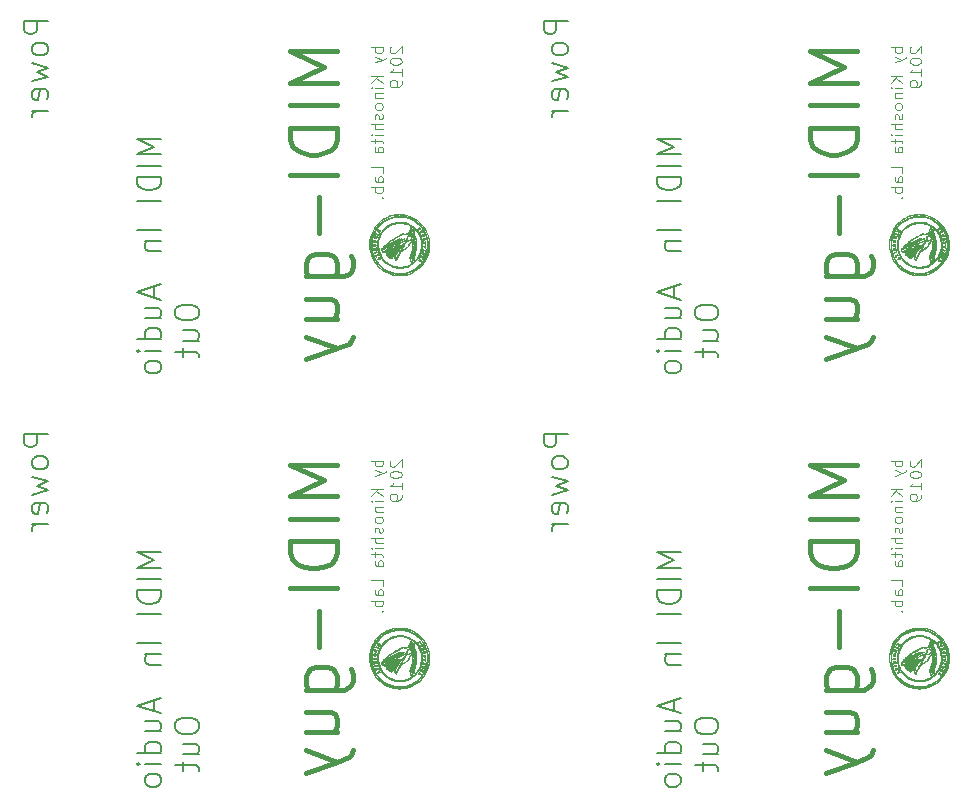
<source format=gbo>
G04 #@! TF.GenerationSoftware,KiCad,Pcbnew,5.1.2*
G04 #@! TF.CreationDate,2019-07-04T09:21:13+09:00*
G04 #@! TF.ProjectId,SAM2695_yarou_menduke,53414d32-3639-4355-9f79-61726f755f6d,rev?*
G04 #@! TF.SameCoordinates,Original*
G04 #@! TF.FileFunction,Legend,Bot*
G04 #@! TF.FilePolarity,Positive*
%FSLAX46Y46*%
G04 Gerber Fmt 4.6, Leading zero omitted, Abs format (unit mm)*
G04 Created by KiCad (PCBNEW 5.1.2) date 2019-07-04 09:21:13*
%MOMM*%
%LPD*%
G04 APERTURE LIST*
%ADD10C,0.200000*%
%ADD11C,0.400000*%
%ADD12C,0.100000*%
%ADD13C,0.010000*%
G04 APERTURE END LIST*
D10*
X160874761Y-98048095D02*
X158874761Y-98048095D01*
X160303333Y-98714761D01*
X158874761Y-99381428D01*
X160874761Y-99381428D01*
X160874761Y-100333809D02*
X158874761Y-100333809D01*
X160874761Y-101286190D02*
X158874761Y-101286190D01*
X158874761Y-101762380D01*
X158970000Y-102048095D01*
X159160476Y-102238571D01*
X159350952Y-102333809D01*
X159731904Y-102429047D01*
X160017619Y-102429047D01*
X160398571Y-102333809D01*
X160589047Y-102238571D01*
X160779523Y-102048095D01*
X160874761Y-101762380D01*
X160874761Y-101286190D01*
X160874761Y-103286190D02*
X158874761Y-103286190D01*
X160874761Y-105762380D02*
X158874761Y-105762380D01*
X159541428Y-106714761D02*
X160874761Y-106714761D01*
X159731904Y-106714761D02*
X159636666Y-106810000D01*
X159541428Y-107000476D01*
X159541428Y-107286190D01*
X159636666Y-107476666D01*
X159827142Y-107571904D01*
X160874761Y-107571904D01*
X160874761Y-63048095D02*
X158874761Y-63048095D01*
X160303333Y-63714761D01*
X158874761Y-64381428D01*
X160874761Y-64381428D01*
X160874761Y-65333809D02*
X158874761Y-65333809D01*
X160874761Y-66286190D02*
X158874761Y-66286190D01*
X158874761Y-66762380D01*
X158970000Y-67048095D01*
X159160476Y-67238571D01*
X159350952Y-67333809D01*
X159731904Y-67429047D01*
X160017619Y-67429047D01*
X160398571Y-67333809D01*
X160589047Y-67238571D01*
X160779523Y-67048095D01*
X160874761Y-66762380D01*
X160874761Y-66286190D01*
X160874761Y-68286190D02*
X158874761Y-68286190D01*
X160874761Y-70762380D02*
X158874761Y-70762380D01*
X159541428Y-71714761D02*
X160874761Y-71714761D01*
X159731904Y-71714761D02*
X159636666Y-71810000D01*
X159541428Y-72000476D01*
X159541428Y-72286190D01*
X159636666Y-72476666D01*
X159827142Y-72571904D01*
X160874761Y-72571904D01*
X116874761Y-98048095D02*
X114874761Y-98048095D01*
X116303333Y-98714761D01*
X114874761Y-99381428D01*
X116874761Y-99381428D01*
X116874761Y-100333809D02*
X114874761Y-100333809D01*
X116874761Y-101286190D02*
X114874761Y-101286190D01*
X114874761Y-101762380D01*
X114970000Y-102048095D01*
X115160476Y-102238571D01*
X115350952Y-102333809D01*
X115731904Y-102429047D01*
X116017619Y-102429047D01*
X116398571Y-102333809D01*
X116589047Y-102238571D01*
X116779523Y-102048095D01*
X116874761Y-101762380D01*
X116874761Y-101286190D01*
X116874761Y-103286190D02*
X114874761Y-103286190D01*
X116874761Y-105762380D02*
X114874761Y-105762380D01*
X115541428Y-106714761D02*
X116874761Y-106714761D01*
X115731904Y-106714761D02*
X115636666Y-106810000D01*
X115541428Y-107000476D01*
X115541428Y-107286190D01*
X115636666Y-107476666D01*
X115827142Y-107571904D01*
X116874761Y-107571904D01*
X160303333Y-110573333D02*
X160303333Y-111525714D01*
X160874761Y-110382857D02*
X158874761Y-111049523D01*
X160874761Y-111716190D01*
X159541428Y-113240000D02*
X160874761Y-113240000D01*
X159541428Y-112382857D02*
X160589047Y-112382857D01*
X160779523Y-112478095D01*
X160874761Y-112668571D01*
X160874761Y-112954285D01*
X160779523Y-113144761D01*
X160684285Y-113240000D01*
X160874761Y-115049523D02*
X158874761Y-115049523D01*
X160779523Y-115049523D02*
X160874761Y-114859047D01*
X160874761Y-114478095D01*
X160779523Y-114287619D01*
X160684285Y-114192380D01*
X160493809Y-114097142D01*
X159922380Y-114097142D01*
X159731904Y-114192380D01*
X159636666Y-114287619D01*
X159541428Y-114478095D01*
X159541428Y-114859047D01*
X159636666Y-115049523D01*
X160874761Y-116001904D02*
X159541428Y-116001904D01*
X158874761Y-116001904D02*
X158970000Y-115906666D01*
X159065238Y-116001904D01*
X158970000Y-116097142D01*
X158874761Y-116001904D01*
X159065238Y-116001904D01*
X160874761Y-117240000D02*
X160779523Y-117049523D01*
X160684285Y-116954285D01*
X160493809Y-116859047D01*
X159922380Y-116859047D01*
X159731904Y-116954285D01*
X159636666Y-117049523D01*
X159541428Y-117240000D01*
X159541428Y-117525714D01*
X159636666Y-117716190D01*
X159731904Y-117811428D01*
X159922380Y-117906666D01*
X160493809Y-117906666D01*
X160684285Y-117811428D01*
X160779523Y-117716190D01*
X160874761Y-117525714D01*
X160874761Y-117240000D01*
X162074761Y-112573333D02*
X162074761Y-112954285D01*
X162170000Y-113144761D01*
X162360476Y-113335238D01*
X162741428Y-113430476D01*
X163408095Y-113430476D01*
X163789047Y-113335238D01*
X163979523Y-113144761D01*
X164074761Y-112954285D01*
X164074761Y-112573333D01*
X163979523Y-112382857D01*
X163789047Y-112192380D01*
X163408095Y-112097142D01*
X162741428Y-112097142D01*
X162360476Y-112192380D01*
X162170000Y-112382857D01*
X162074761Y-112573333D01*
X162741428Y-115144761D02*
X164074761Y-115144761D01*
X162741428Y-114287619D02*
X163789047Y-114287619D01*
X163979523Y-114382857D01*
X164074761Y-114573333D01*
X164074761Y-114859047D01*
X163979523Y-115049523D01*
X163884285Y-115144761D01*
X162741428Y-115811428D02*
X162741428Y-116573333D01*
X162074761Y-116097142D02*
X163789047Y-116097142D01*
X163979523Y-116192380D01*
X164074761Y-116382857D01*
X164074761Y-116573333D01*
X160303333Y-75573333D02*
X160303333Y-76525714D01*
X160874761Y-75382857D02*
X158874761Y-76049523D01*
X160874761Y-76716190D01*
X159541428Y-78240000D02*
X160874761Y-78240000D01*
X159541428Y-77382857D02*
X160589047Y-77382857D01*
X160779523Y-77478095D01*
X160874761Y-77668571D01*
X160874761Y-77954285D01*
X160779523Y-78144761D01*
X160684285Y-78240000D01*
X160874761Y-80049523D02*
X158874761Y-80049523D01*
X160779523Y-80049523D02*
X160874761Y-79859047D01*
X160874761Y-79478095D01*
X160779523Y-79287619D01*
X160684285Y-79192380D01*
X160493809Y-79097142D01*
X159922380Y-79097142D01*
X159731904Y-79192380D01*
X159636666Y-79287619D01*
X159541428Y-79478095D01*
X159541428Y-79859047D01*
X159636666Y-80049523D01*
X160874761Y-81001904D02*
X159541428Y-81001904D01*
X158874761Y-81001904D02*
X158970000Y-80906666D01*
X159065238Y-81001904D01*
X158970000Y-81097142D01*
X158874761Y-81001904D01*
X159065238Y-81001904D01*
X160874761Y-82240000D02*
X160779523Y-82049523D01*
X160684285Y-81954285D01*
X160493809Y-81859047D01*
X159922380Y-81859047D01*
X159731904Y-81954285D01*
X159636666Y-82049523D01*
X159541428Y-82240000D01*
X159541428Y-82525714D01*
X159636666Y-82716190D01*
X159731904Y-82811428D01*
X159922380Y-82906666D01*
X160493809Y-82906666D01*
X160684285Y-82811428D01*
X160779523Y-82716190D01*
X160874761Y-82525714D01*
X160874761Y-82240000D01*
X162074761Y-77573333D02*
X162074761Y-77954285D01*
X162170000Y-78144761D01*
X162360476Y-78335238D01*
X162741428Y-78430476D01*
X163408095Y-78430476D01*
X163789047Y-78335238D01*
X163979523Y-78144761D01*
X164074761Y-77954285D01*
X164074761Y-77573333D01*
X163979523Y-77382857D01*
X163789047Y-77192380D01*
X163408095Y-77097142D01*
X162741428Y-77097142D01*
X162360476Y-77192380D01*
X162170000Y-77382857D01*
X162074761Y-77573333D01*
X162741428Y-80144761D02*
X164074761Y-80144761D01*
X162741428Y-79287619D02*
X163789047Y-79287619D01*
X163979523Y-79382857D01*
X164074761Y-79573333D01*
X164074761Y-79859047D01*
X163979523Y-80049523D01*
X163884285Y-80144761D01*
X162741428Y-80811428D02*
X162741428Y-81573333D01*
X162074761Y-81097142D02*
X163789047Y-81097142D01*
X163979523Y-81192380D01*
X164074761Y-81382857D01*
X164074761Y-81573333D01*
X116303333Y-110573333D02*
X116303333Y-111525714D01*
X116874761Y-110382857D02*
X114874761Y-111049523D01*
X116874761Y-111716190D01*
X115541428Y-113240000D02*
X116874761Y-113240000D01*
X115541428Y-112382857D02*
X116589047Y-112382857D01*
X116779523Y-112478095D01*
X116874761Y-112668571D01*
X116874761Y-112954285D01*
X116779523Y-113144761D01*
X116684285Y-113240000D01*
X116874761Y-115049523D02*
X114874761Y-115049523D01*
X116779523Y-115049523D02*
X116874761Y-114859047D01*
X116874761Y-114478095D01*
X116779523Y-114287619D01*
X116684285Y-114192380D01*
X116493809Y-114097142D01*
X115922380Y-114097142D01*
X115731904Y-114192380D01*
X115636666Y-114287619D01*
X115541428Y-114478095D01*
X115541428Y-114859047D01*
X115636666Y-115049523D01*
X116874761Y-116001904D02*
X115541428Y-116001904D01*
X114874761Y-116001904D02*
X114970000Y-115906666D01*
X115065238Y-116001904D01*
X114970000Y-116097142D01*
X114874761Y-116001904D01*
X115065238Y-116001904D01*
X116874761Y-117240000D02*
X116779523Y-117049523D01*
X116684285Y-116954285D01*
X116493809Y-116859047D01*
X115922380Y-116859047D01*
X115731904Y-116954285D01*
X115636666Y-117049523D01*
X115541428Y-117240000D01*
X115541428Y-117525714D01*
X115636666Y-117716190D01*
X115731904Y-117811428D01*
X115922380Y-117906666D01*
X116493809Y-117906666D01*
X116684285Y-117811428D01*
X116779523Y-117716190D01*
X116874761Y-117525714D01*
X116874761Y-117240000D01*
X118074761Y-112573333D02*
X118074761Y-112954285D01*
X118170000Y-113144761D01*
X118360476Y-113335238D01*
X118741428Y-113430476D01*
X119408095Y-113430476D01*
X119789047Y-113335238D01*
X119979523Y-113144761D01*
X120074761Y-112954285D01*
X120074761Y-112573333D01*
X119979523Y-112382857D01*
X119789047Y-112192380D01*
X119408095Y-112097142D01*
X118741428Y-112097142D01*
X118360476Y-112192380D01*
X118170000Y-112382857D01*
X118074761Y-112573333D01*
X118741428Y-115144761D02*
X120074761Y-115144761D01*
X118741428Y-114287619D02*
X119789047Y-114287619D01*
X119979523Y-114382857D01*
X120074761Y-114573333D01*
X120074761Y-114859047D01*
X119979523Y-115049523D01*
X119884285Y-115144761D01*
X118741428Y-115811428D02*
X118741428Y-116573333D01*
X118074761Y-116097142D02*
X119789047Y-116097142D01*
X119979523Y-116192380D01*
X120074761Y-116382857D01*
X120074761Y-116573333D01*
X151304761Y-88047619D02*
X149304761Y-88047619D01*
X149304761Y-88809523D01*
X149400000Y-89000000D01*
X149495238Y-89095238D01*
X149685714Y-89190476D01*
X149971428Y-89190476D01*
X150161904Y-89095238D01*
X150257142Y-89000000D01*
X150352380Y-88809523D01*
X150352380Y-88047619D01*
X151304761Y-90333333D02*
X151209523Y-90142857D01*
X151114285Y-90047619D01*
X150923809Y-89952380D01*
X150352380Y-89952380D01*
X150161904Y-90047619D01*
X150066666Y-90142857D01*
X149971428Y-90333333D01*
X149971428Y-90619047D01*
X150066666Y-90809523D01*
X150161904Y-90904761D01*
X150352380Y-91000000D01*
X150923809Y-91000000D01*
X151114285Y-90904761D01*
X151209523Y-90809523D01*
X151304761Y-90619047D01*
X151304761Y-90333333D01*
X149971428Y-91666666D02*
X151304761Y-92047619D01*
X150352380Y-92428571D01*
X151304761Y-92809523D01*
X149971428Y-93190476D01*
X151209523Y-94714285D02*
X151304761Y-94523809D01*
X151304761Y-94142857D01*
X151209523Y-93952380D01*
X151019047Y-93857142D01*
X150257142Y-93857142D01*
X150066666Y-93952380D01*
X149971428Y-94142857D01*
X149971428Y-94523809D01*
X150066666Y-94714285D01*
X150257142Y-94809523D01*
X150447619Y-94809523D01*
X150638095Y-93857142D01*
X151304761Y-95666666D02*
X149971428Y-95666666D01*
X150352380Y-95666666D02*
X150161904Y-95761904D01*
X150066666Y-95857142D01*
X149971428Y-96047619D01*
X149971428Y-96238095D01*
X151304761Y-53047619D02*
X149304761Y-53047619D01*
X149304761Y-53809523D01*
X149400000Y-54000000D01*
X149495238Y-54095238D01*
X149685714Y-54190476D01*
X149971428Y-54190476D01*
X150161904Y-54095238D01*
X150257142Y-54000000D01*
X150352380Y-53809523D01*
X150352380Y-53047619D01*
X151304761Y-55333333D02*
X151209523Y-55142857D01*
X151114285Y-55047619D01*
X150923809Y-54952380D01*
X150352380Y-54952380D01*
X150161904Y-55047619D01*
X150066666Y-55142857D01*
X149971428Y-55333333D01*
X149971428Y-55619047D01*
X150066666Y-55809523D01*
X150161904Y-55904761D01*
X150352380Y-56000000D01*
X150923809Y-56000000D01*
X151114285Y-55904761D01*
X151209523Y-55809523D01*
X151304761Y-55619047D01*
X151304761Y-55333333D01*
X149971428Y-56666666D02*
X151304761Y-57047619D01*
X150352380Y-57428571D01*
X151304761Y-57809523D01*
X149971428Y-58190476D01*
X151209523Y-59714285D02*
X151304761Y-59523809D01*
X151304761Y-59142857D01*
X151209523Y-58952380D01*
X151019047Y-58857142D01*
X150257142Y-58857142D01*
X150066666Y-58952380D01*
X149971428Y-59142857D01*
X149971428Y-59523809D01*
X150066666Y-59714285D01*
X150257142Y-59809523D01*
X150447619Y-59809523D01*
X150638095Y-58857142D01*
X151304761Y-60666666D02*
X149971428Y-60666666D01*
X150352380Y-60666666D02*
X150161904Y-60761904D01*
X150066666Y-60857142D01*
X149971428Y-61047619D01*
X149971428Y-61238095D01*
X107304761Y-88047619D02*
X105304761Y-88047619D01*
X105304761Y-88809523D01*
X105400000Y-89000000D01*
X105495238Y-89095238D01*
X105685714Y-89190476D01*
X105971428Y-89190476D01*
X106161904Y-89095238D01*
X106257142Y-89000000D01*
X106352380Y-88809523D01*
X106352380Y-88047619D01*
X107304761Y-90333333D02*
X107209523Y-90142857D01*
X107114285Y-90047619D01*
X106923809Y-89952380D01*
X106352380Y-89952380D01*
X106161904Y-90047619D01*
X106066666Y-90142857D01*
X105971428Y-90333333D01*
X105971428Y-90619047D01*
X106066666Y-90809523D01*
X106161904Y-90904761D01*
X106352380Y-91000000D01*
X106923809Y-91000000D01*
X107114285Y-90904761D01*
X107209523Y-90809523D01*
X107304761Y-90619047D01*
X107304761Y-90333333D01*
X105971428Y-91666666D02*
X107304761Y-92047619D01*
X106352380Y-92428571D01*
X107304761Y-92809523D01*
X105971428Y-93190476D01*
X107209523Y-94714285D02*
X107304761Y-94523809D01*
X107304761Y-94142857D01*
X107209523Y-93952380D01*
X107019047Y-93857142D01*
X106257142Y-93857142D01*
X106066666Y-93952380D01*
X105971428Y-94142857D01*
X105971428Y-94523809D01*
X106066666Y-94714285D01*
X106257142Y-94809523D01*
X106447619Y-94809523D01*
X106638095Y-93857142D01*
X107304761Y-95666666D02*
X105971428Y-95666666D01*
X106352380Y-95666666D02*
X106161904Y-95761904D01*
X106066666Y-95857142D01*
X105971428Y-96047619D01*
X105971428Y-96238095D01*
D11*
X175809523Y-90642857D02*
X171809523Y-90642857D01*
X174666666Y-91976190D01*
X171809523Y-93309523D01*
X175809523Y-93309523D01*
X175809523Y-95214285D02*
X171809523Y-95214285D01*
X175809523Y-97119047D02*
X171809523Y-97119047D01*
X171809523Y-98071428D01*
X172000000Y-98642857D01*
X172380952Y-99023809D01*
X172761904Y-99214285D01*
X173523809Y-99404761D01*
X174095238Y-99404761D01*
X174857142Y-99214285D01*
X175238095Y-99023809D01*
X175619047Y-98642857D01*
X175809523Y-98071428D01*
X175809523Y-97119047D01*
X175809523Y-101119047D02*
X171809523Y-101119047D01*
X174285714Y-103023809D02*
X174285714Y-106071428D01*
X173142857Y-109690476D02*
X176380952Y-109690476D01*
X176761904Y-109500000D01*
X176952380Y-109309523D01*
X177142857Y-108928571D01*
X177142857Y-108357142D01*
X176952380Y-107976190D01*
X175619047Y-109690476D02*
X175809523Y-109309523D01*
X175809523Y-108547619D01*
X175619047Y-108166666D01*
X175428571Y-107976190D01*
X175047619Y-107785714D01*
X173904761Y-107785714D01*
X173523809Y-107976190D01*
X173333333Y-108166666D01*
X173142857Y-108547619D01*
X173142857Y-109309523D01*
X173333333Y-109690476D01*
X173142857Y-113309523D02*
X175809523Y-113309523D01*
X173142857Y-111595238D02*
X175238095Y-111595238D01*
X175619047Y-111785714D01*
X175809523Y-112166666D01*
X175809523Y-112738095D01*
X175619047Y-113119047D01*
X175428571Y-113309523D01*
X173142857Y-114833333D02*
X175809523Y-115785714D01*
X173142857Y-116738095D02*
X175809523Y-115785714D01*
X176761904Y-115404761D01*
X176952380Y-115214285D01*
X177142857Y-114833333D01*
X175809523Y-55642857D02*
X171809523Y-55642857D01*
X174666666Y-56976190D01*
X171809523Y-58309523D01*
X175809523Y-58309523D01*
X175809523Y-60214285D02*
X171809523Y-60214285D01*
X175809523Y-62119047D02*
X171809523Y-62119047D01*
X171809523Y-63071428D01*
X172000000Y-63642857D01*
X172380952Y-64023809D01*
X172761904Y-64214285D01*
X173523809Y-64404761D01*
X174095238Y-64404761D01*
X174857142Y-64214285D01*
X175238095Y-64023809D01*
X175619047Y-63642857D01*
X175809523Y-63071428D01*
X175809523Y-62119047D01*
X175809523Y-66119047D02*
X171809523Y-66119047D01*
X174285714Y-68023809D02*
X174285714Y-71071428D01*
X173142857Y-74690476D02*
X176380952Y-74690476D01*
X176761904Y-74500000D01*
X176952380Y-74309523D01*
X177142857Y-73928571D01*
X177142857Y-73357142D01*
X176952380Y-72976190D01*
X175619047Y-74690476D02*
X175809523Y-74309523D01*
X175809523Y-73547619D01*
X175619047Y-73166666D01*
X175428571Y-72976190D01*
X175047619Y-72785714D01*
X173904761Y-72785714D01*
X173523809Y-72976190D01*
X173333333Y-73166666D01*
X173142857Y-73547619D01*
X173142857Y-74309523D01*
X173333333Y-74690476D01*
X173142857Y-78309523D02*
X175809523Y-78309523D01*
X173142857Y-76595238D02*
X175238095Y-76595238D01*
X175619047Y-76785714D01*
X175809523Y-77166666D01*
X175809523Y-77738095D01*
X175619047Y-78119047D01*
X175428571Y-78309523D01*
X173142857Y-79833333D02*
X175809523Y-80785714D01*
X173142857Y-81738095D02*
X175809523Y-80785714D01*
X176761904Y-80404761D01*
X176952380Y-80214285D01*
X177142857Y-79833333D01*
X131809523Y-90642857D02*
X127809523Y-90642857D01*
X130666666Y-91976190D01*
X127809523Y-93309523D01*
X131809523Y-93309523D01*
X131809523Y-95214285D02*
X127809523Y-95214285D01*
X131809523Y-97119047D02*
X127809523Y-97119047D01*
X127809523Y-98071428D01*
X128000000Y-98642857D01*
X128380952Y-99023809D01*
X128761904Y-99214285D01*
X129523809Y-99404761D01*
X130095238Y-99404761D01*
X130857142Y-99214285D01*
X131238095Y-99023809D01*
X131619047Y-98642857D01*
X131809523Y-98071428D01*
X131809523Y-97119047D01*
X131809523Y-101119047D02*
X127809523Y-101119047D01*
X130285714Y-103023809D02*
X130285714Y-106071428D01*
X129142857Y-109690476D02*
X132380952Y-109690476D01*
X132761904Y-109499999D01*
X132952380Y-109309523D01*
X133142857Y-108928571D01*
X133142857Y-108357142D01*
X132952380Y-107976190D01*
X131619047Y-109690476D02*
X131809523Y-109309523D01*
X131809523Y-108547619D01*
X131619047Y-108166666D01*
X131428571Y-107976190D01*
X131047619Y-107785714D01*
X129904761Y-107785714D01*
X129523809Y-107976190D01*
X129333333Y-108166666D01*
X129142857Y-108547619D01*
X129142857Y-109309523D01*
X129333333Y-109690476D01*
X129142857Y-113309523D02*
X131809523Y-113309523D01*
X129142857Y-111595238D02*
X131238095Y-111595238D01*
X131619047Y-111785714D01*
X131809523Y-112166666D01*
X131809523Y-112738095D01*
X131619047Y-113119047D01*
X131428571Y-113309523D01*
X129142857Y-114833333D02*
X131809523Y-115785714D01*
X129142857Y-116738095D02*
X131809523Y-115785714D01*
X132761904Y-115404761D01*
X132952380Y-115214285D01*
X133142857Y-114833333D01*
D12*
X179652380Y-90303095D02*
X178652380Y-90303095D01*
X179033333Y-90303095D02*
X178985714Y-90398333D01*
X178985714Y-90588809D01*
X179033333Y-90684047D01*
X179080952Y-90731666D01*
X179176190Y-90779285D01*
X179461904Y-90779285D01*
X179557142Y-90731666D01*
X179604761Y-90684047D01*
X179652380Y-90588809D01*
X179652380Y-90398333D01*
X179604761Y-90303095D01*
X178985714Y-91112619D02*
X179652380Y-91350714D01*
X178985714Y-91588809D02*
X179652380Y-91350714D01*
X179890476Y-91255476D01*
X179938095Y-91207857D01*
X179985714Y-91112619D01*
X179652380Y-92731666D02*
X178652380Y-92731666D01*
X179652380Y-93303095D02*
X179080952Y-92874523D01*
X178652380Y-93303095D02*
X179223809Y-92731666D01*
X179652380Y-93731666D02*
X178985714Y-93731666D01*
X178652380Y-93731666D02*
X178700000Y-93684047D01*
X178747619Y-93731666D01*
X178700000Y-93779285D01*
X178652380Y-93731666D01*
X178747619Y-93731666D01*
X178985714Y-94207857D02*
X179652380Y-94207857D01*
X179080952Y-94207857D02*
X179033333Y-94255476D01*
X178985714Y-94350714D01*
X178985714Y-94493571D01*
X179033333Y-94588809D01*
X179128571Y-94636428D01*
X179652380Y-94636428D01*
X179652380Y-95255476D02*
X179604761Y-95160238D01*
X179557142Y-95112619D01*
X179461904Y-95065000D01*
X179176190Y-95065000D01*
X179080952Y-95112619D01*
X179033333Y-95160238D01*
X178985714Y-95255476D01*
X178985714Y-95398333D01*
X179033333Y-95493571D01*
X179080952Y-95541190D01*
X179176190Y-95588809D01*
X179461904Y-95588809D01*
X179557142Y-95541190D01*
X179604761Y-95493571D01*
X179652380Y-95398333D01*
X179652380Y-95255476D01*
X179604761Y-95969761D02*
X179652380Y-96065000D01*
X179652380Y-96255476D01*
X179604761Y-96350714D01*
X179509523Y-96398333D01*
X179461904Y-96398333D01*
X179366666Y-96350714D01*
X179319047Y-96255476D01*
X179319047Y-96112619D01*
X179271428Y-96017380D01*
X179176190Y-95969761D01*
X179128571Y-95969761D01*
X179033333Y-96017380D01*
X178985714Y-96112619D01*
X178985714Y-96255476D01*
X179033333Y-96350714D01*
X179652380Y-96826904D02*
X178652380Y-96826904D01*
X179652380Y-97255476D02*
X179128571Y-97255476D01*
X179033333Y-97207857D01*
X178985714Y-97112619D01*
X178985714Y-96969761D01*
X179033333Y-96874523D01*
X179080952Y-96826904D01*
X179652380Y-97731666D02*
X178985714Y-97731666D01*
X178652380Y-97731666D02*
X178700000Y-97684047D01*
X178747619Y-97731666D01*
X178700000Y-97779285D01*
X178652380Y-97731666D01*
X178747619Y-97731666D01*
X178985714Y-98065000D02*
X178985714Y-98445952D01*
X178652380Y-98207857D02*
X179509523Y-98207857D01*
X179604761Y-98255476D01*
X179652380Y-98350714D01*
X179652380Y-98445952D01*
X179652380Y-99207857D02*
X179128571Y-99207857D01*
X179033333Y-99160238D01*
X178985714Y-99065000D01*
X178985714Y-98874523D01*
X179033333Y-98779285D01*
X179604761Y-99207857D02*
X179652380Y-99112619D01*
X179652380Y-98874523D01*
X179604761Y-98779285D01*
X179509523Y-98731666D01*
X179414285Y-98731666D01*
X179319047Y-98779285D01*
X179271428Y-98874523D01*
X179271428Y-99112619D01*
X179223809Y-99207857D01*
X179652380Y-100922142D02*
X179652380Y-100445952D01*
X178652380Y-100445952D01*
X179652380Y-101684047D02*
X179128571Y-101684047D01*
X179033333Y-101636428D01*
X178985714Y-101541190D01*
X178985714Y-101350714D01*
X179033333Y-101255476D01*
X179604761Y-101684047D02*
X179652380Y-101588809D01*
X179652380Y-101350714D01*
X179604761Y-101255476D01*
X179509523Y-101207857D01*
X179414285Y-101207857D01*
X179319047Y-101255476D01*
X179271428Y-101350714D01*
X179271428Y-101588809D01*
X179223809Y-101684047D01*
X179652380Y-102160238D02*
X178652380Y-102160238D01*
X179033333Y-102160238D02*
X178985714Y-102255476D01*
X178985714Y-102445952D01*
X179033333Y-102541190D01*
X179080952Y-102588809D01*
X179176190Y-102636428D01*
X179461904Y-102636428D01*
X179557142Y-102588809D01*
X179604761Y-102541190D01*
X179652380Y-102445952D01*
X179652380Y-102255476D01*
X179604761Y-102160238D01*
X179557142Y-103065000D02*
X179604761Y-103112619D01*
X179652380Y-103065000D01*
X179604761Y-103017380D01*
X179557142Y-103065000D01*
X179652380Y-103065000D01*
X180347619Y-90255476D02*
X180300000Y-90303095D01*
X180252380Y-90398333D01*
X180252380Y-90636428D01*
X180300000Y-90731666D01*
X180347619Y-90779285D01*
X180442857Y-90826904D01*
X180538095Y-90826904D01*
X180680952Y-90779285D01*
X181252380Y-90207857D01*
X181252380Y-90826904D01*
X180252380Y-91445952D02*
X180252380Y-91541190D01*
X180300000Y-91636428D01*
X180347619Y-91684047D01*
X180442857Y-91731666D01*
X180633333Y-91779285D01*
X180871428Y-91779285D01*
X181061904Y-91731666D01*
X181157142Y-91684047D01*
X181204761Y-91636428D01*
X181252380Y-91541190D01*
X181252380Y-91445952D01*
X181204761Y-91350714D01*
X181157142Y-91303095D01*
X181061904Y-91255476D01*
X180871428Y-91207857D01*
X180633333Y-91207857D01*
X180442857Y-91255476D01*
X180347619Y-91303095D01*
X180300000Y-91350714D01*
X180252380Y-91445952D01*
X181252380Y-92731666D02*
X181252380Y-92160238D01*
X181252380Y-92445952D02*
X180252380Y-92445952D01*
X180395238Y-92350714D01*
X180490476Y-92255476D01*
X180538095Y-92160238D01*
X181252380Y-93207857D02*
X181252380Y-93398333D01*
X181204761Y-93493571D01*
X181157142Y-93541190D01*
X181014285Y-93636428D01*
X180823809Y-93684047D01*
X180442857Y-93684047D01*
X180347619Y-93636428D01*
X180300000Y-93588809D01*
X180252380Y-93493571D01*
X180252380Y-93303095D01*
X180300000Y-93207857D01*
X180347619Y-93160238D01*
X180442857Y-93112619D01*
X180680952Y-93112619D01*
X180776190Y-93160238D01*
X180823809Y-93207857D01*
X180871428Y-93303095D01*
X180871428Y-93493571D01*
X180823809Y-93588809D01*
X180776190Y-93636428D01*
X180680952Y-93684047D01*
X179652380Y-55303095D02*
X178652380Y-55303095D01*
X179033333Y-55303095D02*
X178985714Y-55398333D01*
X178985714Y-55588809D01*
X179033333Y-55684047D01*
X179080952Y-55731666D01*
X179176190Y-55779285D01*
X179461904Y-55779285D01*
X179557142Y-55731666D01*
X179604761Y-55684047D01*
X179652380Y-55588809D01*
X179652380Y-55398333D01*
X179604761Y-55303095D01*
X178985714Y-56112619D02*
X179652380Y-56350714D01*
X178985714Y-56588809D02*
X179652380Y-56350714D01*
X179890476Y-56255476D01*
X179938095Y-56207857D01*
X179985714Y-56112619D01*
X179652380Y-57731666D02*
X178652380Y-57731666D01*
X179652380Y-58303095D02*
X179080952Y-57874523D01*
X178652380Y-58303095D02*
X179223809Y-57731666D01*
X179652380Y-58731666D02*
X178985714Y-58731666D01*
X178652380Y-58731666D02*
X178700000Y-58684047D01*
X178747619Y-58731666D01*
X178700000Y-58779285D01*
X178652380Y-58731666D01*
X178747619Y-58731666D01*
X178985714Y-59207857D02*
X179652380Y-59207857D01*
X179080952Y-59207857D02*
X179033333Y-59255476D01*
X178985714Y-59350714D01*
X178985714Y-59493571D01*
X179033333Y-59588809D01*
X179128571Y-59636428D01*
X179652380Y-59636428D01*
X179652380Y-60255476D02*
X179604761Y-60160238D01*
X179557142Y-60112619D01*
X179461904Y-60065000D01*
X179176190Y-60065000D01*
X179080952Y-60112619D01*
X179033333Y-60160238D01*
X178985714Y-60255476D01*
X178985714Y-60398333D01*
X179033333Y-60493571D01*
X179080952Y-60541190D01*
X179176190Y-60588809D01*
X179461904Y-60588809D01*
X179557142Y-60541190D01*
X179604761Y-60493571D01*
X179652380Y-60398333D01*
X179652380Y-60255476D01*
X179604761Y-60969761D02*
X179652380Y-61065000D01*
X179652380Y-61255476D01*
X179604761Y-61350714D01*
X179509523Y-61398333D01*
X179461904Y-61398333D01*
X179366666Y-61350714D01*
X179319047Y-61255476D01*
X179319047Y-61112619D01*
X179271428Y-61017380D01*
X179176190Y-60969761D01*
X179128571Y-60969761D01*
X179033333Y-61017380D01*
X178985714Y-61112619D01*
X178985714Y-61255476D01*
X179033333Y-61350714D01*
X179652380Y-61826904D02*
X178652380Y-61826904D01*
X179652380Y-62255476D02*
X179128571Y-62255476D01*
X179033333Y-62207857D01*
X178985714Y-62112619D01*
X178985714Y-61969761D01*
X179033333Y-61874523D01*
X179080952Y-61826904D01*
X179652380Y-62731666D02*
X178985714Y-62731666D01*
X178652380Y-62731666D02*
X178700000Y-62684047D01*
X178747619Y-62731666D01*
X178700000Y-62779285D01*
X178652380Y-62731666D01*
X178747619Y-62731666D01*
X178985714Y-63065000D02*
X178985714Y-63445952D01*
X178652380Y-63207857D02*
X179509523Y-63207857D01*
X179604761Y-63255476D01*
X179652380Y-63350714D01*
X179652380Y-63445952D01*
X179652380Y-64207857D02*
X179128571Y-64207857D01*
X179033333Y-64160238D01*
X178985714Y-64065000D01*
X178985714Y-63874523D01*
X179033333Y-63779285D01*
X179604761Y-64207857D02*
X179652380Y-64112619D01*
X179652380Y-63874523D01*
X179604761Y-63779285D01*
X179509523Y-63731666D01*
X179414285Y-63731666D01*
X179319047Y-63779285D01*
X179271428Y-63874523D01*
X179271428Y-64112619D01*
X179223809Y-64207857D01*
X179652380Y-65922142D02*
X179652380Y-65445952D01*
X178652380Y-65445952D01*
X179652380Y-66684047D02*
X179128571Y-66684047D01*
X179033333Y-66636428D01*
X178985714Y-66541190D01*
X178985714Y-66350714D01*
X179033333Y-66255476D01*
X179604761Y-66684047D02*
X179652380Y-66588809D01*
X179652380Y-66350714D01*
X179604761Y-66255476D01*
X179509523Y-66207857D01*
X179414285Y-66207857D01*
X179319047Y-66255476D01*
X179271428Y-66350714D01*
X179271428Y-66588809D01*
X179223809Y-66684047D01*
X179652380Y-67160238D02*
X178652380Y-67160238D01*
X179033333Y-67160238D02*
X178985714Y-67255476D01*
X178985714Y-67445952D01*
X179033333Y-67541190D01*
X179080952Y-67588809D01*
X179176190Y-67636428D01*
X179461904Y-67636428D01*
X179557142Y-67588809D01*
X179604761Y-67541190D01*
X179652380Y-67445952D01*
X179652380Y-67255476D01*
X179604761Y-67160238D01*
X179557142Y-68065000D02*
X179604761Y-68112619D01*
X179652380Y-68065000D01*
X179604761Y-68017380D01*
X179557142Y-68065000D01*
X179652380Y-68065000D01*
X180347619Y-55255476D02*
X180300000Y-55303095D01*
X180252380Y-55398333D01*
X180252380Y-55636428D01*
X180300000Y-55731666D01*
X180347619Y-55779285D01*
X180442857Y-55826904D01*
X180538095Y-55826904D01*
X180680952Y-55779285D01*
X181252380Y-55207857D01*
X181252380Y-55826904D01*
X180252380Y-56445952D02*
X180252380Y-56541190D01*
X180300000Y-56636428D01*
X180347619Y-56684047D01*
X180442857Y-56731666D01*
X180633333Y-56779285D01*
X180871428Y-56779285D01*
X181061904Y-56731666D01*
X181157142Y-56684047D01*
X181204761Y-56636428D01*
X181252380Y-56541190D01*
X181252380Y-56445952D01*
X181204761Y-56350714D01*
X181157142Y-56303095D01*
X181061904Y-56255476D01*
X180871428Y-56207857D01*
X180633333Y-56207857D01*
X180442857Y-56255476D01*
X180347619Y-56303095D01*
X180300000Y-56350714D01*
X180252380Y-56445952D01*
X181252380Y-57731666D02*
X181252380Y-57160238D01*
X181252380Y-57445952D02*
X180252380Y-57445952D01*
X180395238Y-57350714D01*
X180490476Y-57255476D01*
X180538095Y-57160238D01*
X181252380Y-58207857D02*
X181252380Y-58398333D01*
X181204761Y-58493571D01*
X181157142Y-58541190D01*
X181014285Y-58636428D01*
X180823809Y-58684047D01*
X180442857Y-58684047D01*
X180347619Y-58636428D01*
X180300000Y-58588809D01*
X180252380Y-58493571D01*
X180252380Y-58303095D01*
X180300000Y-58207857D01*
X180347619Y-58160238D01*
X180442857Y-58112619D01*
X180680952Y-58112619D01*
X180776190Y-58160238D01*
X180823809Y-58207857D01*
X180871428Y-58303095D01*
X180871428Y-58493571D01*
X180823809Y-58588809D01*
X180776190Y-58636428D01*
X180680952Y-58684047D01*
X135652380Y-90303095D02*
X134652380Y-90303095D01*
X135033333Y-90303095D02*
X134985714Y-90398333D01*
X134985714Y-90588809D01*
X135033333Y-90684047D01*
X135080952Y-90731666D01*
X135176190Y-90779285D01*
X135461904Y-90779285D01*
X135557142Y-90731666D01*
X135604761Y-90684047D01*
X135652380Y-90588809D01*
X135652380Y-90398333D01*
X135604761Y-90303095D01*
X134985714Y-91112619D02*
X135652380Y-91350714D01*
X134985714Y-91588809D02*
X135652380Y-91350714D01*
X135890476Y-91255476D01*
X135938095Y-91207857D01*
X135985714Y-91112619D01*
X135652380Y-92731666D02*
X134652380Y-92731666D01*
X135652380Y-93303095D02*
X135080952Y-92874523D01*
X134652380Y-93303095D02*
X135223809Y-92731666D01*
X135652380Y-93731666D02*
X134985714Y-93731666D01*
X134652380Y-93731666D02*
X134700000Y-93684047D01*
X134747619Y-93731666D01*
X134700000Y-93779285D01*
X134652380Y-93731666D01*
X134747619Y-93731666D01*
X134985714Y-94207857D02*
X135652380Y-94207857D01*
X135080952Y-94207857D02*
X135033333Y-94255476D01*
X134985714Y-94350714D01*
X134985714Y-94493571D01*
X135033333Y-94588809D01*
X135128571Y-94636428D01*
X135652380Y-94636428D01*
X135652380Y-95255476D02*
X135604761Y-95160238D01*
X135557142Y-95112619D01*
X135461904Y-95065000D01*
X135176190Y-95065000D01*
X135080952Y-95112619D01*
X135033333Y-95160238D01*
X134985714Y-95255476D01*
X134985714Y-95398333D01*
X135033333Y-95493571D01*
X135080952Y-95541190D01*
X135176190Y-95588809D01*
X135461904Y-95588809D01*
X135557142Y-95541190D01*
X135604761Y-95493571D01*
X135652380Y-95398333D01*
X135652380Y-95255476D01*
X135604761Y-95969761D02*
X135652380Y-96065000D01*
X135652380Y-96255476D01*
X135604761Y-96350714D01*
X135509523Y-96398333D01*
X135461904Y-96398333D01*
X135366666Y-96350714D01*
X135319047Y-96255476D01*
X135319047Y-96112619D01*
X135271428Y-96017380D01*
X135176190Y-95969761D01*
X135128571Y-95969761D01*
X135033333Y-96017380D01*
X134985714Y-96112619D01*
X134985714Y-96255476D01*
X135033333Y-96350714D01*
X135652380Y-96826904D02*
X134652380Y-96826904D01*
X135652380Y-97255476D02*
X135128571Y-97255476D01*
X135033333Y-97207857D01*
X134985714Y-97112619D01*
X134985714Y-96969761D01*
X135033333Y-96874523D01*
X135080952Y-96826904D01*
X135652380Y-97731666D02*
X134985714Y-97731666D01*
X134652380Y-97731666D02*
X134700000Y-97684047D01*
X134747619Y-97731666D01*
X134700000Y-97779285D01*
X134652380Y-97731666D01*
X134747619Y-97731666D01*
X134985714Y-98065000D02*
X134985714Y-98445952D01*
X134652380Y-98207857D02*
X135509523Y-98207857D01*
X135604761Y-98255476D01*
X135652380Y-98350714D01*
X135652380Y-98445952D01*
X135652380Y-99207857D02*
X135128571Y-99207857D01*
X135033333Y-99160238D01*
X134985714Y-99065000D01*
X134985714Y-98874523D01*
X135033333Y-98779285D01*
X135604761Y-99207857D02*
X135652380Y-99112619D01*
X135652380Y-98874523D01*
X135604761Y-98779285D01*
X135509523Y-98731666D01*
X135414285Y-98731666D01*
X135319047Y-98779285D01*
X135271428Y-98874523D01*
X135271428Y-99112619D01*
X135223809Y-99207857D01*
X135652380Y-100922142D02*
X135652380Y-100445952D01*
X134652380Y-100445952D01*
X135652380Y-101684047D02*
X135128571Y-101684047D01*
X135033333Y-101636428D01*
X134985714Y-101541190D01*
X134985714Y-101350714D01*
X135033333Y-101255476D01*
X135604761Y-101684047D02*
X135652380Y-101588809D01*
X135652380Y-101350714D01*
X135604761Y-101255476D01*
X135509523Y-101207857D01*
X135414285Y-101207857D01*
X135319047Y-101255476D01*
X135271428Y-101350714D01*
X135271428Y-101588809D01*
X135223809Y-101684047D01*
X135652380Y-102160238D02*
X134652380Y-102160238D01*
X135033333Y-102160238D02*
X134985714Y-102255476D01*
X134985714Y-102445952D01*
X135033333Y-102541190D01*
X135080952Y-102588809D01*
X135176190Y-102636428D01*
X135461904Y-102636428D01*
X135557142Y-102588809D01*
X135604761Y-102541190D01*
X135652380Y-102445952D01*
X135652380Y-102255476D01*
X135604761Y-102160238D01*
X135557142Y-103065000D02*
X135604761Y-103112619D01*
X135652380Y-103065000D01*
X135604761Y-103017380D01*
X135557142Y-103065000D01*
X135652380Y-103065000D01*
X136347619Y-90255476D02*
X136300000Y-90303095D01*
X136252380Y-90398333D01*
X136252380Y-90636428D01*
X136300000Y-90731666D01*
X136347619Y-90779285D01*
X136442857Y-90826904D01*
X136538095Y-90826904D01*
X136680952Y-90779285D01*
X137252380Y-90207857D01*
X137252380Y-90826904D01*
X136252380Y-91445952D02*
X136252380Y-91541190D01*
X136300000Y-91636428D01*
X136347619Y-91684047D01*
X136442857Y-91731666D01*
X136633333Y-91779285D01*
X136871428Y-91779285D01*
X137061904Y-91731666D01*
X137157142Y-91684047D01*
X137204761Y-91636428D01*
X137252380Y-91541190D01*
X137252380Y-91445952D01*
X137204761Y-91350714D01*
X137157142Y-91303095D01*
X137061904Y-91255476D01*
X136871428Y-91207857D01*
X136633333Y-91207857D01*
X136442857Y-91255476D01*
X136347619Y-91303095D01*
X136300000Y-91350714D01*
X136252380Y-91445952D01*
X137252380Y-92731666D02*
X137252380Y-92160238D01*
X137252380Y-92445952D02*
X136252380Y-92445952D01*
X136395238Y-92350714D01*
X136490476Y-92255476D01*
X136538095Y-92160238D01*
X137252380Y-93207857D02*
X137252380Y-93398333D01*
X137204761Y-93493571D01*
X137157142Y-93541190D01*
X137014285Y-93636428D01*
X136823809Y-93684047D01*
X136442857Y-93684047D01*
X136347619Y-93636428D01*
X136300000Y-93588809D01*
X136252380Y-93493571D01*
X136252380Y-93303095D01*
X136300000Y-93207857D01*
X136347619Y-93160238D01*
X136442857Y-93112619D01*
X136680952Y-93112619D01*
X136776190Y-93160238D01*
X136823809Y-93207857D01*
X136871428Y-93303095D01*
X136871428Y-93493571D01*
X136823809Y-93588809D01*
X136776190Y-93636428D01*
X136680952Y-93684047D01*
D10*
X116303333Y-75573333D02*
X116303333Y-76525714D01*
X116874761Y-75382857D02*
X114874761Y-76049523D01*
X116874761Y-76716190D01*
X115541428Y-78240000D02*
X116874761Y-78240000D01*
X115541428Y-77382857D02*
X116589047Y-77382857D01*
X116779523Y-77478095D01*
X116874761Y-77668571D01*
X116874761Y-77954285D01*
X116779523Y-78144761D01*
X116684285Y-78240000D01*
X116874761Y-80049523D02*
X114874761Y-80049523D01*
X116779523Y-80049523D02*
X116874761Y-79859047D01*
X116874761Y-79478095D01*
X116779523Y-79287619D01*
X116684285Y-79192380D01*
X116493809Y-79097142D01*
X115922380Y-79097142D01*
X115731904Y-79192380D01*
X115636666Y-79287619D01*
X115541428Y-79478095D01*
X115541428Y-79859047D01*
X115636666Y-80049523D01*
X116874761Y-81001904D02*
X115541428Y-81001904D01*
X114874761Y-81001904D02*
X114970000Y-80906666D01*
X115065238Y-81001904D01*
X114970000Y-81097142D01*
X114874761Y-81001904D01*
X115065238Y-81001904D01*
X116874761Y-82240000D02*
X116779523Y-82049523D01*
X116684285Y-81954285D01*
X116493809Y-81859047D01*
X115922380Y-81859047D01*
X115731904Y-81954285D01*
X115636666Y-82049523D01*
X115541428Y-82240000D01*
X115541428Y-82525714D01*
X115636666Y-82716190D01*
X115731904Y-82811428D01*
X115922380Y-82906666D01*
X116493809Y-82906666D01*
X116684285Y-82811428D01*
X116779523Y-82716190D01*
X116874761Y-82525714D01*
X116874761Y-82240000D01*
X118074761Y-77573333D02*
X118074761Y-77954285D01*
X118170000Y-78144761D01*
X118360476Y-78335238D01*
X118741428Y-78430476D01*
X119408095Y-78430476D01*
X119789047Y-78335238D01*
X119979523Y-78144761D01*
X120074761Y-77954285D01*
X120074761Y-77573333D01*
X119979523Y-77382857D01*
X119789047Y-77192380D01*
X119408095Y-77097142D01*
X118741428Y-77097142D01*
X118360476Y-77192380D01*
X118170000Y-77382857D01*
X118074761Y-77573333D01*
X118741428Y-80144761D02*
X120074761Y-80144761D01*
X118741428Y-79287619D02*
X119789047Y-79287619D01*
X119979523Y-79382857D01*
X120074761Y-79573333D01*
X120074761Y-79859047D01*
X119979523Y-80049523D01*
X119884285Y-80144761D01*
X118741428Y-80811428D02*
X118741428Y-81573333D01*
X118074761Y-81097142D02*
X119789047Y-81097142D01*
X119979523Y-81192380D01*
X120074761Y-81382857D01*
X120074761Y-81573333D01*
X116874761Y-63048095D02*
X114874761Y-63048095D01*
X116303333Y-63714761D01*
X114874761Y-64381428D01*
X116874761Y-64381428D01*
X116874761Y-65333809D02*
X114874761Y-65333809D01*
X116874761Y-66286190D02*
X114874761Y-66286190D01*
X114874761Y-66762380D01*
X114970000Y-67048095D01*
X115160476Y-67238571D01*
X115350952Y-67333809D01*
X115731904Y-67429047D01*
X116017619Y-67429047D01*
X116398571Y-67333809D01*
X116589047Y-67238571D01*
X116779523Y-67048095D01*
X116874761Y-66762380D01*
X116874761Y-66286190D01*
X116874761Y-68286190D02*
X114874761Y-68286190D01*
X116874761Y-70762380D02*
X114874761Y-70762380D01*
X115541428Y-71714761D02*
X116874761Y-71714761D01*
X115731904Y-71714761D02*
X115636666Y-71810000D01*
X115541428Y-72000476D01*
X115541428Y-72286190D01*
X115636666Y-72476666D01*
X115827142Y-72571904D01*
X116874761Y-72571904D01*
D12*
X135652380Y-55303095D02*
X134652380Y-55303095D01*
X135033333Y-55303095D02*
X134985714Y-55398333D01*
X134985714Y-55588809D01*
X135033333Y-55684047D01*
X135080952Y-55731666D01*
X135176190Y-55779285D01*
X135461904Y-55779285D01*
X135557142Y-55731666D01*
X135604761Y-55684047D01*
X135652380Y-55588809D01*
X135652380Y-55398333D01*
X135604761Y-55303095D01*
X134985714Y-56112619D02*
X135652380Y-56350714D01*
X134985714Y-56588809D02*
X135652380Y-56350714D01*
X135890476Y-56255476D01*
X135938095Y-56207857D01*
X135985714Y-56112619D01*
X135652380Y-57731666D02*
X134652380Y-57731666D01*
X135652380Y-58303095D02*
X135080952Y-57874523D01*
X134652380Y-58303095D02*
X135223809Y-57731666D01*
X135652380Y-58731666D02*
X134985714Y-58731666D01*
X134652380Y-58731666D02*
X134700000Y-58684047D01*
X134747619Y-58731666D01*
X134700000Y-58779285D01*
X134652380Y-58731666D01*
X134747619Y-58731666D01*
X134985714Y-59207857D02*
X135652380Y-59207857D01*
X135080952Y-59207857D02*
X135033333Y-59255476D01*
X134985714Y-59350714D01*
X134985714Y-59493571D01*
X135033333Y-59588809D01*
X135128571Y-59636428D01*
X135652380Y-59636428D01*
X135652380Y-60255476D02*
X135604761Y-60160238D01*
X135557142Y-60112619D01*
X135461904Y-60065000D01*
X135176190Y-60065000D01*
X135080952Y-60112619D01*
X135033333Y-60160238D01*
X134985714Y-60255476D01*
X134985714Y-60398333D01*
X135033333Y-60493571D01*
X135080952Y-60541190D01*
X135176190Y-60588809D01*
X135461904Y-60588809D01*
X135557142Y-60541190D01*
X135604761Y-60493571D01*
X135652380Y-60398333D01*
X135652380Y-60255476D01*
X135604761Y-60969761D02*
X135652380Y-61065000D01*
X135652380Y-61255476D01*
X135604761Y-61350714D01*
X135509523Y-61398333D01*
X135461904Y-61398333D01*
X135366666Y-61350714D01*
X135319047Y-61255476D01*
X135319047Y-61112619D01*
X135271428Y-61017380D01*
X135176190Y-60969761D01*
X135128571Y-60969761D01*
X135033333Y-61017380D01*
X134985714Y-61112619D01*
X134985714Y-61255476D01*
X135033333Y-61350714D01*
X135652380Y-61826904D02*
X134652380Y-61826904D01*
X135652380Y-62255476D02*
X135128571Y-62255476D01*
X135033333Y-62207857D01*
X134985714Y-62112619D01*
X134985714Y-61969761D01*
X135033333Y-61874523D01*
X135080952Y-61826904D01*
X135652380Y-62731666D02*
X134985714Y-62731666D01*
X134652380Y-62731666D02*
X134700000Y-62684047D01*
X134747619Y-62731666D01*
X134700000Y-62779285D01*
X134652380Y-62731666D01*
X134747619Y-62731666D01*
X134985714Y-63065000D02*
X134985714Y-63445952D01*
X134652380Y-63207857D02*
X135509523Y-63207857D01*
X135604761Y-63255476D01*
X135652380Y-63350714D01*
X135652380Y-63445952D01*
X135652380Y-64207857D02*
X135128571Y-64207857D01*
X135033333Y-64160238D01*
X134985714Y-64065000D01*
X134985714Y-63874523D01*
X135033333Y-63779285D01*
X135604761Y-64207857D02*
X135652380Y-64112619D01*
X135652380Y-63874523D01*
X135604761Y-63779285D01*
X135509523Y-63731666D01*
X135414285Y-63731666D01*
X135319047Y-63779285D01*
X135271428Y-63874523D01*
X135271428Y-64112619D01*
X135223809Y-64207857D01*
X135652380Y-65922142D02*
X135652380Y-65445952D01*
X134652380Y-65445952D01*
X135652380Y-66684047D02*
X135128571Y-66684047D01*
X135033333Y-66636428D01*
X134985714Y-66541190D01*
X134985714Y-66350714D01*
X135033333Y-66255476D01*
X135604761Y-66684047D02*
X135652380Y-66588809D01*
X135652380Y-66350714D01*
X135604761Y-66255476D01*
X135509523Y-66207857D01*
X135414285Y-66207857D01*
X135319047Y-66255476D01*
X135271428Y-66350714D01*
X135271428Y-66588809D01*
X135223809Y-66684047D01*
X135652380Y-67160238D02*
X134652380Y-67160238D01*
X135033333Y-67160238D02*
X134985714Y-67255476D01*
X134985714Y-67445952D01*
X135033333Y-67541190D01*
X135080952Y-67588809D01*
X135176190Y-67636428D01*
X135461904Y-67636428D01*
X135557142Y-67588809D01*
X135604761Y-67541190D01*
X135652380Y-67445952D01*
X135652380Y-67255476D01*
X135604761Y-67160238D01*
X135557142Y-68065000D02*
X135604761Y-68112619D01*
X135652380Y-68065000D01*
X135604761Y-68017380D01*
X135557142Y-68065000D01*
X135652380Y-68065000D01*
X136347619Y-55255476D02*
X136300000Y-55303095D01*
X136252380Y-55398333D01*
X136252380Y-55636428D01*
X136300000Y-55731666D01*
X136347619Y-55779285D01*
X136442857Y-55826904D01*
X136538095Y-55826904D01*
X136680952Y-55779285D01*
X137252380Y-55207857D01*
X137252380Y-55826904D01*
X136252380Y-56445952D02*
X136252380Y-56541190D01*
X136300000Y-56636428D01*
X136347619Y-56684047D01*
X136442857Y-56731666D01*
X136633333Y-56779285D01*
X136871428Y-56779285D01*
X137061904Y-56731666D01*
X137157142Y-56684047D01*
X137204761Y-56636428D01*
X137252380Y-56541190D01*
X137252380Y-56445952D01*
X137204761Y-56350714D01*
X137157142Y-56303095D01*
X137061904Y-56255476D01*
X136871428Y-56207857D01*
X136633333Y-56207857D01*
X136442857Y-56255476D01*
X136347619Y-56303095D01*
X136300000Y-56350714D01*
X136252380Y-56445952D01*
X137252380Y-57731666D02*
X137252380Y-57160238D01*
X137252380Y-57445952D02*
X136252380Y-57445952D01*
X136395238Y-57350714D01*
X136490476Y-57255476D01*
X136538095Y-57160238D01*
X137252380Y-58207857D02*
X137252380Y-58398333D01*
X137204761Y-58493571D01*
X137157142Y-58541190D01*
X137014285Y-58636428D01*
X136823809Y-58684047D01*
X136442857Y-58684047D01*
X136347619Y-58636428D01*
X136300000Y-58588809D01*
X136252380Y-58493571D01*
X136252380Y-58303095D01*
X136300000Y-58207857D01*
X136347619Y-58160238D01*
X136442857Y-58112619D01*
X136680952Y-58112619D01*
X136776190Y-58160238D01*
X136823809Y-58207857D01*
X136871428Y-58303095D01*
X136871428Y-58493571D01*
X136823809Y-58588809D01*
X136776190Y-58636428D01*
X136680952Y-58684047D01*
D11*
X131809523Y-55642857D02*
X127809523Y-55642857D01*
X130666666Y-56976190D01*
X127809523Y-58309523D01*
X131809523Y-58309523D01*
X131809523Y-60214285D02*
X127809523Y-60214285D01*
X131809523Y-62119047D02*
X127809523Y-62119047D01*
X127809523Y-63071428D01*
X128000000Y-63642857D01*
X128380952Y-64023809D01*
X128761904Y-64214285D01*
X129523809Y-64404761D01*
X130095238Y-64404761D01*
X130857142Y-64214285D01*
X131238095Y-64023809D01*
X131619047Y-63642857D01*
X131809523Y-63071428D01*
X131809523Y-62119047D01*
X131809523Y-66119047D02*
X127809523Y-66119047D01*
X130285714Y-68023809D02*
X130285714Y-71071428D01*
X129142857Y-74690476D02*
X132380952Y-74690476D01*
X132761904Y-74499999D01*
X132952380Y-74309523D01*
X133142857Y-73928571D01*
X133142857Y-73357142D01*
X132952380Y-72976190D01*
X131619047Y-74690476D02*
X131809523Y-74309523D01*
X131809523Y-73547619D01*
X131619047Y-73166666D01*
X131428571Y-72976190D01*
X131047619Y-72785714D01*
X129904761Y-72785714D01*
X129523809Y-72976190D01*
X129333333Y-73166666D01*
X129142857Y-73547619D01*
X129142857Y-74309523D01*
X129333333Y-74690476D01*
X129142857Y-78309523D02*
X131809523Y-78309523D01*
X129142857Y-76595238D02*
X131238095Y-76595238D01*
X131619047Y-76785714D01*
X131809523Y-77166666D01*
X131809523Y-77738095D01*
X131619047Y-78119047D01*
X131428571Y-78309523D01*
X129142857Y-79833333D02*
X131809523Y-80785714D01*
X129142857Y-81738095D02*
X131809523Y-80785714D01*
X132761904Y-80404761D01*
X132952380Y-80214285D01*
X133142857Y-79833333D01*
D10*
X107304761Y-53047619D02*
X105304761Y-53047619D01*
X105304761Y-53809523D01*
X105400000Y-54000000D01*
X105495238Y-54095238D01*
X105685714Y-54190476D01*
X105971428Y-54190476D01*
X106161904Y-54095238D01*
X106257142Y-54000000D01*
X106352380Y-53809523D01*
X106352380Y-53047619D01*
X107304761Y-55333333D02*
X107209523Y-55142857D01*
X107114285Y-55047619D01*
X106923809Y-54952380D01*
X106352380Y-54952380D01*
X106161904Y-55047619D01*
X106066666Y-55142857D01*
X105971428Y-55333333D01*
X105971428Y-55619047D01*
X106066666Y-55809523D01*
X106161904Y-55904761D01*
X106352380Y-56000000D01*
X106923809Y-56000000D01*
X107114285Y-55904761D01*
X107209523Y-55809523D01*
X107304761Y-55619047D01*
X107304761Y-55333333D01*
X105971428Y-56666666D02*
X107304761Y-57047619D01*
X106352380Y-57428571D01*
X107304761Y-57809523D01*
X105971428Y-58190476D01*
X107209523Y-59714285D02*
X107304761Y-59523809D01*
X107304761Y-59142857D01*
X107209523Y-58952380D01*
X107019047Y-58857142D01*
X106257142Y-58857142D01*
X106066666Y-58952380D01*
X105971428Y-59142857D01*
X105971428Y-59523809D01*
X106066666Y-59714285D01*
X106257142Y-59809523D01*
X106447619Y-59809523D01*
X106638095Y-58857142D01*
X107304761Y-60666666D02*
X105971428Y-60666666D01*
X106352380Y-60666666D02*
X106161904Y-60761904D01*
X106066666Y-60857142D01*
X105971428Y-61047619D01*
X105971428Y-61238095D01*
D13*
G36*
X178524504Y-107289234D02*
G01*
X178568450Y-107566215D01*
X178642318Y-107840340D01*
X178746409Y-108109476D01*
X178794597Y-108211296D01*
X178930185Y-108448336D01*
X179092242Y-108670285D01*
X179278014Y-108874472D01*
X179484748Y-109058223D01*
X179709692Y-109218867D01*
X179950094Y-109353730D01*
X179991937Y-109373731D01*
X180251334Y-109477745D01*
X180516117Y-109551422D01*
X180784027Y-109595237D01*
X181052802Y-109609669D01*
X181320180Y-109595193D01*
X181583902Y-109552288D01*
X181841705Y-109481430D01*
X182091328Y-109383096D01*
X182330511Y-109257764D01*
X182556993Y-109105910D01*
X182768511Y-108928011D01*
X182938995Y-108751976D01*
X183111834Y-108532011D01*
X183261306Y-108292392D01*
X183385573Y-108036800D01*
X183482799Y-107768917D01*
X183539993Y-107547687D01*
X183553964Y-107462361D01*
X183565506Y-107353444D01*
X183574335Y-107229019D01*
X183580169Y-107097172D01*
X183582725Y-106965989D01*
X183581720Y-106843554D01*
X183576871Y-106737953D01*
X183570529Y-106674562D01*
X183546794Y-106537899D01*
X183512048Y-106386656D01*
X183469788Y-106234494D01*
X183423509Y-106095076D01*
X183419246Y-106083567D01*
X183321615Y-105854912D01*
X183205337Y-105643964D01*
X183066589Y-105444861D01*
X182901551Y-105251738D01*
X182825979Y-105173507D01*
X182612746Y-104980077D01*
X182387573Y-104815819D01*
X182149018Y-104679939D01*
X181895637Y-104571645D01*
X181625987Y-104490144D01*
X181550678Y-104472732D01*
X181487531Y-104460065D01*
X181427272Y-104450743D01*
X181363145Y-104444267D01*
X181288390Y-104440142D01*
X181196252Y-104437871D01*
X181079971Y-104436955D01*
X181063500Y-104436912D01*
X181047625Y-104436936D01*
X181047625Y-104468108D01*
X181194525Y-104469521D01*
X181317574Y-104474341D01*
X181424591Y-104483695D01*
X181523391Y-104498709D01*
X181621792Y-104520507D01*
X181727611Y-104550216D01*
X181819176Y-104579227D01*
X182077399Y-104680232D01*
X182324610Y-104809910D01*
X182428750Y-104875533D01*
X182521826Y-104944072D01*
X182626724Y-105032412D01*
X182737120Y-105134298D01*
X182846693Y-105243476D01*
X182949122Y-105353689D01*
X183038084Y-105458684D01*
X183096126Y-105535886D01*
X183240405Y-105769906D01*
X183361027Y-106022656D01*
X183456391Y-106290027D01*
X183524899Y-106567914D01*
X183545824Y-106690437D01*
X183547789Y-106720731D01*
X183549102Y-106777020D01*
X183549720Y-106853556D01*
X183549600Y-106944590D01*
X183548699Y-107044372D01*
X183548551Y-107055562D01*
X183546111Y-107180500D01*
X183542223Y-107280651D01*
X183536325Y-107362967D01*
X183527855Y-107434400D01*
X183516252Y-107501900D01*
X183510082Y-107531812D01*
X183433564Y-107817828D01*
X183330914Y-108086504D01*
X183202465Y-108337251D01*
X183048549Y-108569482D01*
X182869502Y-108782611D01*
X182714500Y-108933528D01*
X182495019Y-109109503D01*
X182262187Y-109258353D01*
X182018242Y-109379645D01*
X181765423Y-109472946D01*
X181505970Y-109537823D01*
X181242121Y-109573843D01*
X180976117Y-109580573D01*
X180710196Y-109557580D01*
X180446598Y-109504432D01*
X180189878Y-109421591D01*
X179925381Y-109303101D01*
X179680377Y-109160016D01*
X179455908Y-108993582D01*
X179253019Y-108805046D01*
X179072752Y-108595652D01*
X178916151Y-108366646D01*
X178784260Y-108119274D01*
X178678121Y-107854781D01*
X178598779Y-107574414D01*
X178583681Y-107504117D01*
X178570707Y-107435256D01*
X178561228Y-107371477D01*
X178554746Y-107305690D01*
X178550765Y-107230806D01*
X178548789Y-107139735D01*
X178548320Y-107025387D01*
X178548362Y-107000000D01*
X178549153Y-106880108D01*
X178551247Y-106785175D01*
X178555140Y-106708419D01*
X178561333Y-106643059D01*
X178570322Y-106582314D01*
X178582606Y-106519403D01*
X178584223Y-106511859D01*
X178659230Y-106230048D01*
X178758932Y-105967295D01*
X178884509Y-105721325D01*
X179037138Y-105489866D01*
X179218000Y-105270643D01*
X179240188Y-105246622D01*
X179445091Y-105049849D01*
X179667110Y-104879695D01*
X179905292Y-104736700D01*
X180158683Y-104621406D01*
X180426329Y-104534353D01*
X180548968Y-104505007D01*
X180614677Y-104491807D01*
X180675088Y-104482111D01*
X180737113Y-104475407D01*
X180807663Y-104471185D01*
X180893651Y-104468931D01*
X181001988Y-104468136D01*
X181047625Y-104468108D01*
X181047625Y-104436936D01*
X180946029Y-104437090D01*
X180853391Y-104438552D01*
X180778678Y-104441803D01*
X180714982Y-104447350D01*
X180655394Y-104455697D01*
X180593007Y-104467352D01*
X180563437Y-104473541D01*
X180281640Y-104548934D01*
X180016361Y-104650824D01*
X179768445Y-104778741D01*
X179538736Y-104932213D01*
X179328080Y-105110767D01*
X179214197Y-105226467D01*
X179029550Y-105449528D01*
X178872428Y-105686792D01*
X178743131Y-105936127D01*
X178641958Y-106195401D01*
X178569209Y-106462481D01*
X178525184Y-106735234D01*
X178510182Y-107011530D01*
X178524504Y-107289234D01*
X178524504Y-107289234D01*
G37*
X178524504Y-107289234D02*
X178568450Y-107566215D01*
X178642318Y-107840340D01*
X178746409Y-108109476D01*
X178794597Y-108211296D01*
X178930185Y-108448336D01*
X179092242Y-108670285D01*
X179278014Y-108874472D01*
X179484748Y-109058223D01*
X179709692Y-109218867D01*
X179950094Y-109353730D01*
X179991937Y-109373731D01*
X180251334Y-109477745D01*
X180516117Y-109551422D01*
X180784027Y-109595237D01*
X181052802Y-109609669D01*
X181320180Y-109595193D01*
X181583902Y-109552288D01*
X181841705Y-109481430D01*
X182091328Y-109383096D01*
X182330511Y-109257764D01*
X182556993Y-109105910D01*
X182768511Y-108928011D01*
X182938995Y-108751976D01*
X183111834Y-108532011D01*
X183261306Y-108292392D01*
X183385573Y-108036800D01*
X183482799Y-107768917D01*
X183539993Y-107547687D01*
X183553964Y-107462361D01*
X183565506Y-107353444D01*
X183574335Y-107229019D01*
X183580169Y-107097172D01*
X183582725Y-106965989D01*
X183581720Y-106843554D01*
X183576871Y-106737953D01*
X183570529Y-106674562D01*
X183546794Y-106537899D01*
X183512048Y-106386656D01*
X183469788Y-106234494D01*
X183423509Y-106095076D01*
X183419246Y-106083567D01*
X183321615Y-105854912D01*
X183205337Y-105643964D01*
X183066589Y-105444861D01*
X182901551Y-105251738D01*
X182825979Y-105173507D01*
X182612746Y-104980077D01*
X182387573Y-104815819D01*
X182149018Y-104679939D01*
X181895637Y-104571645D01*
X181625987Y-104490144D01*
X181550678Y-104472732D01*
X181487531Y-104460065D01*
X181427272Y-104450743D01*
X181363145Y-104444267D01*
X181288390Y-104440142D01*
X181196252Y-104437871D01*
X181079971Y-104436955D01*
X181063500Y-104436912D01*
X181047625Y-104436936D01*
X181047625Y-104468108D01*
X181194525Y-104469521D01*
X181317574Y-104474341D01*
X181424591Y-104483695D01*
X181523391Y-104498709D01*
X181621792Y-104520507D01*
X181727611Y-104550216D01*
X181819176Y-104579227D01*
X182077399Y-104680232D01*
X182324610Y-104809910D01*
X182428750Y-104875533D01*
X182521826Y-104944072D01*
X182626724Y-105032412D01*
X182737120Y-105134298D01*
X182846693Y-105243476D01*
X182949122Y-105353689D01*
X183038084Y-105458684D01*
X183096126Y-105535886D01*
X183240405Y-105769906D01*
X183361027Y-106022656D01*
X183456391Y-106290027D01*
X183524899Y-106567914D01*
X183545824Y-106690437D01*
X183547789Y-106720731D01*
X183549102Y-106777020D01*
X183549720Y-106853556D01*
X183549600Y-106944590D01*
X183548699Y-107044372D01*
X183548551Y-107055562D01*
X183546111Y-107180500D01*
X183542223Y-107280651D01*
X183536325Y-107362967D01*
X183527855Y-107434400D01*
X183516252Y-107501900D01*
X183510082Y-107531812D01*
X183433564Y-107817828D01*
X183330914Y-108086504D01*
X183202465Y-108337251D01*
X183048549Y-108569482D01*
X182869502Y-108782611D01*
X182714500Y-108933528D01*
X182495019Y-109109503D01*
X182262187Y-109258353D01*
X182018242Y-109379645D01*
X181765423Y-109472946D01*
X181505970Y-109537823D01*
X181242121Y-109573843D01*
X180976117Y-109580573D01*
X180710196Y-109557580D01*
X180446598Y-109504432D01*
X180189878Y-109421591D01*
X179925381Y-109303101D01*
X179680377Y-109160016D01*
X179455908Y-108993582D01*
X179253019Y-108805046D01*
X179072752Y-108595652D01*
X178916151Y-108366646D01*
X178784260Y-108119274D01*
X178678121Y-107854781D01*
X178598779Y-107574414D01*
X178583681Y-107504117D01*
X178570707Y-107435256D01*
X178561228Y-107371477D01*
X178554746Y-107305690D01*
X178550765Y-107230806D01*
X178548789Y-107139735D01*
X178548320Y-107025387D01*
X178548362Y-107000000D01*
X178549153Y-106880108D01*
X178551247Y-106785175D01*
X178555140Y-106708419D01*
X178561333Y-106643059D01*
X178570322Y-106582314D01*
X178582606Y-106519403D01*
X178584223Y-106511859D01*
X178659230Y-106230048D01*
X178758932Y-105967295D01*
X178884509Y-105721325D01*
X179037138Y-105489866D01*
X179218000Y-105270643D01*
X179240188Y-105246622D01*
X179445091Y-105049849D01*
X179667110Y-104879695D01*
X179905292Y-104736700D01*
X180158683Y-104621406D01*
X180426329Y-104534353D01*
X180548968Y-104505007D01*
X180614677Y-104491807D01*
X180675088Y-104482111D01*
X180737113Y-104475407D01*
X180807663Y-104471185D01*
X180893651Y-104468931D01*
X181001988Y-104468136D01*
X181047625Y-104468108D01*
X181047625Y-104436936D01*
X180946029Y-104437090D01*
X180853391Y-104438552D01*
X180778678Y-104441803D01*
X180714982Y-104447350D01*
X180655394Y-104455697D01*
X180593007Y-104467352D01*
X180563437Y-104473541D01*
X180281640Y-104548934D01*
X180016361Y-104650824D01*
X179768445Y-104778741D01*
X179538736Y-104932213D01*
X179328080Y-105110767D01*
X179214197Y-105226467D01*
X179029550Y-105449528D01*
X178872428Y-105686792D01*
X178743131Y-105936127D01*
X178641958Y-106195401D01*
X178569209Y-106462481D01*
X178525184Y-106735234D01*
X178510182Y-107011530D01*
X178524504Y-107289234D01*
G36*
X178643214Y-107137791D02*
G01*
X178644422Y-107234197D01*
X178647079Y-107311327D01*
X178651617Y-107375414D01*
X178658464Y-107432693D01*
X178668051Y-107489398D01*
X178679632Y-107546281D01*
X178754544Y-107825673D01*
X178855901Y-108087739D01*
X178983493Y-108332135D01*
X179137111Y-108558518D01*
X179316546Y-108766547D01*
X179521590Y-108955878D01*
X179555375Y-108983308D01*
X179782316Y-109144817D01*
X180021493Y-109277104D01*
X180272040Y-109379864D01*
X180533089Y-109452794D01*
X180803771Y-109495590D01*
X181055562Y-109508092D01*
X181322932Y-109492603D01*
X181584577Y-109447072D01*
X181838219Y-109373019D01*
X182081580Y-109271965D01*
X182312385Y-109145428D01*
X182528355Y-108994931D01*
X182727213Y-108821991D01*
X182906683Y-108628131D01*
X183064487Y-108414869D01*
X183198348Y-108183726D01*
X183268980Y-108030523D01*
X183354764Y-107790503D01*
X183417912Y-107538270D01*
X183457324Y-107281019D01*
X183471900Y-107025950D01*
X183460542Y-106780257D01*
X183460339Y-106778310D01*
X183416822Y-106504322D01*
X183345779Y-106242152D01*
X183248902Y-105993291D01*
X183127881Y-105759225D01*
X182984408Y-105541444D01*
X182820176Y-105341437D01*
X182636874Y-105160692D01*
X182436195Y-105000697D01*
X182219829Y-104862941D01*
X181989469Y-104748913D01*
X181746805Y-104660101D01*
X181493530Y-104597993D01*
X181231334Y-104564079D01*
X181047625Y-104561194D01*
X181047625Y-104596388D01*
X181206821Y-104598577D01*
X181343000Y-104606259D01*
X181464615Y-104620744D01*
X181580121Y-104643340D01*
X181697974Y-104675353D01*
X181820553Y-104715943D01*
X182067847Y-104819731D01*
X182300503Y-104950319D01*
X182516744Y-105105482D01*
X182714799Y-105282992D01*
X182892891Y-105480624D01*
X183049247Y-105696151D01*
X183182092Y-105927346D01*
X183289653Y-106171984D01*
X183370154Y-106427837D01*
X183421823Y-106692680D01*
X183426786Y-106731451D01*
X183434396Y-106829067D01*
X183437424Y-106948029D01*
X183436165Y-107078345D01*
X183430911Y-107210025D01*
X183421957Y-107333078D01*
X183409596Y-107437514D01*
X183405269Y-107463713D01*
X183344033Y-107722672D01*
X183255696Y-107974545D01*
X183142440Y-108215009D01*
X183006449Y-108439739D01*
X182849908Y-108644411D01*
X182759008Y-108743630D01*
X182558462Y-108929507D01*
X182347025Y-109086860D01*
X182120774Y-109218141D01*
X181875790Y-109325801D01*
X181765160Y-109364964D01*
X181504279Y-109435031D01*
X181241222Y-109473704D01*
X180977369Y-109481140D01*
X180714104Y-109457495D01*
X180452810Y-109402927D01*
X180194868Y-109317590D01*
X179941661Y-109201641D01*
X179843604Y-109147644D01*
X179685567Y-109044113D01*
X179525855Y-108916905D01*
X179371650Y-108772835D01*
X179230137Y-108618716D01*
X179108496Y-108461362D01*
X179087176Y-108430089D01*
X178943152Y-108186533D01*
X178828169Y-107933487D01*
X178742375Y-107673152D01*
X178685917Y-107407729D01*
X178658943Y-107139419D01*
X178661602Y-106870423D01*
X178694041Y-106602941D01*
X178756409Y-106339175D01*
X178848853Y-106081325D01*
X178919054Y-105929903D01*
X179002479Y-105774143D01*
X179086308Y-105638630D01*
X179177757Y-105512602D01*
X179284046Y-105385296D01*
X179285088Y-105384116D01*
X179476745Y-105189861D01*
X179685165Y-105022204D01*
X179911034Y-104880742D01*
X180155037Y-104765073D01*
X180417862Y-104674791D01*
X180549771Y-104640620D01*
X180619265Y-104624981D01*
X180679041Y-104613525D01*
X180736370Y-104605606D01*
X180798524Y-104600578D01*
X180872775Y-104597796D01*
X180966393Y-104596612D01*
X181047625Y-104596388D01*
X181047625Y-104561194D01*
X180961909Y-104559847D01*
X180940661Y-104560807D01*
X180665998Y-104589695D01*
X180401702Y-104647756D01*
X180149332Y-104733661D01*
X179910448Y-104846078D01*
X179686613Y-104983677D01*
X179479387Y-105145126D01*
X179290330Y-105329097D01*
X179121004Y-105534256D01*
X178972968Y-105759275D01*
X178847785Y-106002822D01*
X178747014Y-106263566D01*
X178684925Y-106484062D01*
X178671225Y-106544031D01*
X178660901Y-106596956D01*
X178653473Y-106648934D01*
X178648460Y-106706062D01*
X178645383Y-106774438D01*
X178643760Y-106860157D01*
X178643112Y-106969318D01*
X178643024Y-107015875D01*
X178643214Y-107137791D01*
X178643214Y-107137791D01*
G37*
X178643214Y-107137791D02*
X178644422Y-107234197D01*
X178647079Y-107311327D01*
X178651617Y-107375414D01*
X178658464Y-107432693D01*
X178668051Y-107489398D01*
X178679632Y-107546281D01*
X178754544Y-107825673D01*
X178855901Y-108087739D01*
X178983493Y-108332135D01*
X179137111Y-108558518D01*
X179316546Y-108766547D01*
X179521590Y-108955878D01*
X179555375Y-108983308D01*
X179782316Y-109144817D01*
X180021493Y-109277104D01*
X180272040Y-109379864D01*
X180533089Y-109452794D01*
X180803771Y-109495590D01*
X181055562Y-109508092D01*
X181322932Y-109492603D01*
X181584577Y-109447072D01*
X181838219Y-109373019D01*
X182081580Y-109271965D01*
X182312385Y-109145428D01*
X182528355Y-108994931D01*
X182727213Y-108821991D01*
X182906683Y-108628131D01*
X183064487Y-108414869D01*
X183198348Y-108183726D01*
X183268980Y-108030523D01*
X183354764Y-107790503D01*
X183417912Y-107538270D01*
X183457324Y-107281019D01*
X183471900Y-107025950D01*
X183460542Y-106780257D01*
X183460339Y-106778310D01*
X183416822Y-106504322D01*
X183345779Y-106242152D01*
X183248902Y-105993291D01*
X183127881Y-105759225D01*
X182984408Y-105541444D01*
X182820176Y-105341437D01*
X182636874Y-105160692D01*
X182436195Y-105000697D01*
X182219829Y-104862941D01*
X181989469Y-104748913D01*
X181746805Y-104660101D01*
X181493530Y-104597993D01*
X181231334Y-104564079D01*
X181047625Y-104561194D01*
X181047625Y-104596388D01*
X181206821Y-104598577D01*
X181343000Y-104606259D01*
X181464615Y-104620744D01*
X181580121Y-104643340D01*
X181697974Y-104675353D01*
X181820553Y-104715943D01*
X182067847Y-104819731D01*
X182300503Y-104950319D01*
X182516744Y-105105482D01*
X182714799Y-105282992D01*
X182892891Y-105480624D01*
X183049247Y-105696151D01*
X183182092Y-105927346D01*
X183289653Y-106171984D01*
X183370154Y-106427837D01*
X183421823Y-106692680D01*
X183426786Y-106731451D01*
X183434396Y-106829067D01*
X183437424Y-106948029D01*
X183436165Y-107078345D01*
X183430911Y-107210025D01*
X183421957Y-107333078D01*
X183409596Y-107437514D01*
X183405269Y-107463713D01*
X183344033Y-107722672D01*
X183255696Y-107974545D01*
X183142440Y-108215009D01*
X183006449Y-108439739D01*
X182849908Y-108644411D01*
X182759008Y-108743630D01*
X182558462Y-108929507D01*
X182347025Y-109086860D01*
X182120774Y-109218141D01*
X181875790Y-109325801D01*
X181765160Y-109364964D01*
X181504279Y-109435031D01*
X181241222Y-109473704D01*
X180977369Y-109481140D01*
X180714104Y-109457495D01*
X180452810Y-109402927D01*
X180194868Y-109317590D01*
X179941661Y-109201641D01*
X179843604Y-109147644D01*
X179685567Y-109044113D01*
X179525855Y-108916905D01*
X179371650Y-108772835D01*
X179230137Y-108618716D01*
X179108496Y-108461362D01*
X179087176Y-108430089D01*
X178943152Y-108186533D01*
X178828169Y-107933487D01*
X178742375Y-107673152D01*
X178685917Y-107407729D01*
X178658943Y-107139419D01*
X178661602Y-106870423D01*
X178694041Y-106602941D01*
X178756409Y-106339175D01*
X178848853Y-106081325D01*
X178919054Y-105929903D01*
X179002479Y-105774143D01*
X179086308Y-105638630D01*
X179177757Y-105512602D01*
X179284046Y-105385296D01*
X179285088Y-105384116D01*
X179476745Y-105189861D01*
X179685165Y-105022204D01*
X179911034Y-104880742D01*
X180155037Y-104765073D01*
X180417862Y-104674791D01*
X180549771Y-104640620D01*
X180619265Y-104624981D01*
X180679041Y-104613525D01*
X180736370Y-104605606D01*
X180798524Y-104600578D01*
X180872775Y-104597796D01*
X180966393Y-104596612D01*
X181047625Y-104596388D01*
X181047625Y-104561194D01*
X180961909Y-104559847D01*
X180940661Y-104560807D01*
X180665998Y-104589695D01*
X180401702Y-104647756D01*
X180149332Y-104733661D01*
X179910448Y-104846078D01*
X179686613Y-104983677D01*
X179479387Y-105145126D01*
X179290330Y-105329097D01*
X179121004Y-105534256D01*
X178972968Y-105759275D01*
X178847785Y-106002822D01*
X178747014Y-106263566D01*
X178684925Y-106484062D01*
X178671225Y-106544031D01*
X178660901Y-106596956D01*
X178653473Y-106648934D01*
X178648460Y-106706062D01*
X178645383Y-106774438D01*
X178643760Y-106860157D01*
X178643112Y-106969318D01*
X178643024Y-107015875D01*
X178643214Y-107137791D01*
G36*
X178685379Y-107073656D02*
G01*
X178691294Y-107214234D01*
X178701489Y-107348585D01*
X178715612Y-107467536D01*
X178728816Y-107542267D01*
X178802564Y-107814341D01*
X178903542Y-108071620D01*
X179030756Y-108312630D01*
X179183212Y-108535900D01*
X179359916Y-108739959D01*
X179559875Y-108923334D01*
X179760645Y-109070618D01*
X179974931Y-109197494D01*
X180193137Y-109297610D01*
X180425282Y-109375366D01*
X180499937Y-109395190D01*
X180738855Y-109440026D01*
X180988235Y-109458563D01*
X181241196Y-109451097D01*
X181490856Y-109417921D01*
X181730333Y-109359331D01*
X181790426Y-109339853D01*
X182035103Y-109240239D01*
X182267447Y-109113985D01*
X182484816Y-108963552D01*
X182684567Y-108791399D01*
X182864059Y-108599987D01*
X183020650Y-108391775D01*
X183151698Y-108169223D01*
X183229307Y-108000125D01*
X183317105Y-107745961D01*
X183379173Y-107481602D01*
X183414571Y-107213310D01*
X183422353Y-106947349D01*
X183412538Y-106782603D01*
X183372149Y-106522255D01*
X183302798Y-106268073D01*
X183206359Y-106022731D01*
X183084702Y-105788905D01*
X182939699Y-105569270D01*
X182773223Y-105366502D01*
X182587144Y-105183276D01*
X182383335Y-105022268D01*
X182163668Y-104886153D01*
X182043647Y-104826030D01*
X181833569Y-104739615D01*
X181626255Y-104677025D01*
X181413541Y-104636517D01*
X181187261Y-104616347D01*
X181055562Y-104613455D01*
X181055562Y-104643738D01*
X181217414Y-104646232D01*
X181357831Y-104655960D01*
X181486619Y-104674497D01*
X181613584Y-104703420D01*
X181748533Y-104744305D01*
X181807727Y-104764637D01*
X182048814Y-104866269D01*
X182277666Y-104995667D01*
X182491767Y-105150371D01*
X182688600Y-105327918D01*
X182865648Y-105525848D01*
X183020395Y-105741702D01*
X183150323Y-105973017D01*
X183229969Y-106155173D01*
X183313893Y-106415289D01*
X183368246Y-106682565D01*
X183392500Y-106953067D01*
X183386132Y-107222857D01*
X183380496Y-107282406D01*
X183335460Y-107555922D01*
X183260757Y-107822201D01*
X183157678Y-108077811D01*
X183027516Y-108319319D01*
X182940900Y-108450481D01*
X182804708Y-108620777D01*
X182644297Y-108784330D01*
X182466040Y-108936094D01*
X182276310Y-109071025D01*
X182081478Y-109184081D01*
X181921746Y-109257176D01*
X181766842Y-109315231D01*
X181627410Y-109358374D01*
X181492794Y-109388835D01*
X181352336Y-109408846D01*
X181195380Y-109420636D01*
X181127000Y-109423501D01*
X181017352Y-109426530D01*
X180929911Y-109426696D01*
X180855223Y-109423503D01*
X180783832Y-109416452D01*
X180706285Y-109405048D01*
X180674562Y-109399698D01*
X180410392Y-109338415D01*
X180158447Y-109248704D01*
X179920538Y-109132129D01*
X179698471Y-108990254D01*
X179494055Y-108824644D01*
X179309098Y-108636863D01*
X179145408Y-108428475D01*
X179004793Y-108201043D01*
X178889062Y-107956132D01*
X178834461Y-107807926D01*
X178760386Y-107540604D01*
X178717311Y-107276295D01*
X178705070Y-107011952D01*
X178723496Y-106744525D01*
X178763760Y-106509672D01*
X178834613Y-106254412D01*
X178933427Y-106009078D01*
X179058148Y-105776327D01*
X179206718Y-105558813D01*
X179377083Y-105359193D01*
X179567187Y-105180122D01*
X179774975Y-105024258D01*
X179998391Y-104894254D01*
X180023687Y-104881718D01*
X180207780Y-104798403D01*
X180379696Y-104735331D01*
X180548425Y-104690429D01*
X180722955Y-104661624D01*
X180912276Y-104646843D01*
X181055562Y-104643738D01*
X181055562Y-104613455D01*
X181047625Y-104613280D01*
X180883645Y-104616448D01*
X180740148Y-104627270D01*
X180606447Y-104647367D01*
X180471851Y-104678362D01*
X180325673Y-104721877D01*
X180320001Y-104723717D01*
X180074366Y-104819951D01*
X179842722Y-104943332D01*
X179626832Y-105091702D01*
X179428463Y-105262906D01*
X179249380Y-105454788D01*
X179091348Y-105665191D01*
X178956132Y-105891959D01*
X178845498Y-106132936D01*
X178761211Y-106385967D01*
X178705036Y-106648894D01*
X178696826Y-106706312D01*
X178687794Y-106810521D01*
X178684096Y-106936027D01*
X178685379Y-107073656D01*
X178685379Y-107073656D01*
G37*
X178685379Y-107073656D02*
X178691294Y-107214234D01*
X178701489Y-107348585D01*
X178715612Y-107467536D01*
X178728816Y-107542267D01*
X178802564Y-107814341D01*
X178903542Y-108071620D01*
X179030756Y-108312630D01*
X179183212Y-108535900D01*
X179359916Y-108739959D01*
X179559875Y-108923334D01*
X179760645Y-109070618D01*
X179974931Y-109197494D01*
X180193137Y-109297610D01*
X180425282Y-109375366D01*
X180499937Y-109395190D01*
X180738855Y-109440026D01*
X180988235Y-109458563D01*
X181241196Y-109451097D01*
X181490856Y-109417921D01*
X181730333Y-109359331D01*
X181790426Y-109339853D01*
X182035103Y-109240239D01*
X182267447Y-109113985D01*
X182484816Y-108963552D01*
X182684567Y-108791399D01*
X182864059Y-108599987D01*
X183020650Y-108391775D01*
X183151698Y-108169223D01*
X183229307Y-108000125D01*
X183317105Y-107745961D01*
X183379173Y-107481602D01*
X183414571Y-107213310D01*
X183422353Y-106947349D01*
X183412538Y-106782603D01*
X183372149Y-106522255D01*
X183302798Y-106268073D01*
X183206359Y-106022731D01*
X183084702Y-105788905D01*
X182939699Y-105569270D01*
X182773223Y-105366502D01*
X182587144Y-105183276D01*
X182383335Y-105022268D01*
X182163668Y-104886153D01*
X182043647Y-104826030D01*
X181833569Y-104739615D01*
X181626255Y-104677025D01*
X181413541Y-104636517D01*
X181187261Y-104616347D01*
X181055562Y-104613455D01*
X181055562Y-104643738D01*
X181217414Y-104646232D01*
X181357831Y-104655960D01*
X181486619Y-104674497D01*
X181613584Y-104703420D01*
X181748533Y-104744305D01*
X181807727Y-104764637D01*
X182048814Y-104866269D01*
X182277666Y-104995667D01*
X182491767Y-105150371D01*
X182688600Y-105327918D01*
X182865648Y-105525848D01*
X183020395Y-105741702D01*
X183150323Y-105973017D01*
X183229969Y-106155173D01*
X183313893Y-106415289D01*
X183368246Y-106682565D01*
X183392500Y-106953067D01*
X183386132Y-107222857D01*
X183380496Y-107282406D01*
X183335460Y-107555922D01*
X183260757Y-107822201D01*
X183157678Y-108077811D01*
X183027516Y-108319319D01*
X182940900Y-108450481D01*
X182804708Y-108620777D01*
X182644297Y-108784330D01*
X182466040Y-108936094D01*
X182276310Y-109071025D01*
X182081478Y-109184081D01*
X181921746Y-109257176D01*
X181766842Y-109315231D01*
X181627410Y-109358374D01*
X181492794Y-109388835D01*
X181352336Y-109408846D01*
X181195380Y-109420636D01*
X181127000Y-109423501D01*
X181017352Y-109426530D01*
X180929911Y-109426696D01*
X180855223Y-109423503D01*
X180783832Y-109416452D01*
X180706285Y-109405048D01*
X180674562Y-109399698D01*
X180410392Y-109338415D01*
X180158447Y-109248704D01*
X179920538Y-109132129D01*
X179698471Y-108990254D01*
X179494055Y-108824644D01*
X179309098Y-108636863D01*
X179145408Y-108428475D01*
X179004793Y-108201043D01*
X178889062Y-107956132D01*
X178834461Y-107807926D01*
X178760386Y-107540604D01*
X178717311Y-107276295D01*
X178705070Y-107011952D01*
X178723496Y-106744525D01*
X178763760Y-106509672D01*
X178834613Y-106254412D01*
X178933427Y-106009078D01*
X179058148Y-105776327D01*
X179206718Y-105558813D01*
X179377083Y-105359193D01*
X179567187Y-105180122D01*
X179774975Y-105024258D01*
X179998391Y-104894254D01*
X180023687Y-104881718D01*
X180207780Y-104798403D01*
X180379696Y-104735331D01*
X180548425Y-104690429D01*
X180722955Y-104661624D01*
X180912276Y-104646843D01*
X181055562Y-104643738D01*
X181055562Y-104613455D01*
X181047625Y-104613280D01*
X180883645Y-104616448D01*
X180740148Y-104627270D01*
X180606447Y-104647367D01*
X180471851Y-104678362D01*
X180325673Y-104721877D01*
X180320001Y-104723717D01*
X180074366Y-104819951D01*
X179842722Y-104943332D01*
X179626832Y-105091702D01*
X179428463Y-105262906D01*
X179249380Y-105454788D01*
X179091348Y-105665191D01*
X178956132Y-105891959D01*
X178845498Y-106132936D01*
X178761211Y-106385967D01*
X178705036Y-106648894D01*
X178696826Y-106706312D01*
X178687794Y-106810521D01*
X178684096Y-106936027D01*
X178685379Y-107073656D01*
G36*
X183052321Y-106842312D02*
G01*
X183061836Y-106877882D01*
X183066925Y-106885700D01*
X183101608Y-106903279D01*
X183137238Y-106897620D01*
X183155552Y-106879724D01*
X183167718Y-106866483D01*
X183185769Y-106870968D01*
X183217905Y-106895385D01*
X183219840Y-106897011D01*
X183251485Y-106922373D01*
X183266001Y-106927992D01*
X183269992Y-106915220D01*
X183270125Y-106907311D01*
X183258324Y-106877694D01*
X183228955Y-106843516D01*
X183218531Y-106834639D01*
X183188281Y-106809148D01*
X183181839Y-106797124D01*
X183196995Y-106793831D01*
X183199481Y-106793801D01*
X183235681Y-106802454D01*
X183251075Y-106812675D01*
X183264227Y-106819251D01*
X183269590Y-106800482D01*
X183270125Y-106780925D01*
X183266047Y-106746134D01*
X183256135Y-106730227D01*
X183255186Y-106730125D01*
X183233686Y-106741664D01*
X183230437Y-106746000D01*
X183208855Y-106756636D01*
X183168960Y-106761472D01*
X183122762Y-106760784D01*
X183111375Y-106759116D01*
X183111375Y-106809500D01*
X183136553Y-106816814D01*
X183139156Y-106829343D01*
X183119658Y-106847778D01*
X183111375Y-106849187D01*
X183087538Y-106836668D01*
X183083593Y-106829343D01*
X183090961Y-106813410D01*
X183111375Y-106809500D01*
X183111375Y-106759116D01*
X183082267Y-106754849D01*
X183059484Y-106743945D01*
X183058388Y-106742031D01*
X183053517Y-106743978D01*
X183050032Y-106771063D01*
X183049128Y-106794418D01*
X183052321Y-106842312D01*
X183052321Y-106842312D01*
G37*
X183052321Y-106842312D02*
X183061836Y-106877882D01*
X183066925Y-106885700D01*
X183101608Y-106903279D01*
X183137238Y-106897620D01*
X183155552Y-106879724D01*
X183167718Y-106866483D01*
X183185769Y-106870968D01*
X183217905Y-106895385D01*
X183219840Y-106897011D01*
X183251485Y-106922373D01*
X183266001Y-106927992D01*
X183269992Y-106915220D01*
X183270125Y-106907311D01*
X183258324Y-106877694D01*
X183228955Y-106843516D01*
X183218531Y-106834639D01*
X183188281Y-106809148D01*
X183181839Y-106797124D01*
X183196995Y-106793831D01*
X183199481Y-106793801D01*
X183235681Y-106802454D01*
X183251075Y-106812675D01*
X183264227Y-106819251D01*
X183269590Y-106800482D01*
X183270125Y-106780925D01*
X183266047Y-106746134D01*
X183256135Y-106730227D01*
X183255186Y-106730125D01*
X183233686Y-106741664D01*
X183230437Y-106746000D01*
X183208855Y-106756636D01*
X183168960Y-106761472D01*
X183122762Y-106760784D01*
X183111375Y-106759116D01*
X183111375Y-106809500D01*
X183136553Y-106816814D01*
X183139156Y-106829343D01*
X183119658Y-106847778D01*
X183111375Y-106849187D01*
X183087538Y-106836668D01*
X183083593Y-106829343D01*
X183090961Y-106813410D01*
X183111375Y-106809500D01*
X183111375Y-106759116D01*
X183082267Y-106754849D01*
X183059484Y-106743945D01*
X183058388Y-106742031D01*
X183053517Y-106743978D01*
X183050032Y-106771063D01*
X183049128Y-106794418D01*
X183052321Y-106842312D01*
G36*
X183045239Y-107155064D02*
G01*
X183079486Y-107173877D01*
X183115343Y-107190977D01*
X183166583Y-107215930D01*
X183209055Y-107239750D01*
X183226468Y-107251714D01*
X183247529Y-107266390D01*
X183253954Y-107258385D01*
X183254250Y-107249821D01*
X183259927Y-107212302D01*
X183263932Y-107199613D01*
X183264069Y-107181092D01*
X183239961Y-107178147D01*
X183236802Y-107178471D01*
X183204437Y-107172235D01*
X183193807Y-107152714D01*
X183198620Y-107121416D01*
X183220733Y-107105713D01*
X183248970Y-107113344D01*
X183249748Y-107113976D01*
X183264961Y-107119776D01*
X183270018Y-107098961D01*
X183270125Y-107091857D01*
X183270125Y-107052827D01*
X183151073Y-107093882D01*
X183150125Y-107094227D01*
X183150125Y-107127000D01*
X183171846Y-107135288D01*
X183174875Y-107142875D01*
X183163481Y-107158295D01*
X183159936Y-107158750D01*
X183138436Y-107147210D01*
X183135187Y-107142875D01*
X183138786Y-107129284D01*
X183150125Y-107127000D01*
X183150125Y-107094227D01*
X183095440Y-107114139D01*
X183053699Y-107131379D01*
X183033041Y-107142568D01*
X183032011Y-107144130D01*
X183045239Y-107155064D01*
X183045239Y-107155064D01*
G37*
X183045239Y-107155064D02*
X183079486Y-107173877D01*
X183115343Y-107190977D01*
X183166583Y-107215930D01*
X183209055Y-107239750D01*
X183226468Y-107251714D01*
X183247529Y-107266390D01*
X183253954Y-107258385D01*
X183254250Y-107249821D01*
X183259927Y-107212302D01*
X183263932Y-107199613D01*
X183264069Y-107181092D01*
X183239961Y-107178147D01*
X183236802Y-107178471D01*
X183204437Y-107172235D01*
X183193807Y-107152714D01*
X183198620Y-107121416D01*
X183220733Y-107105713D01*
X183248970Y-107113344D01*
X183249748Y-107113976D01*
X183264961Y-107119776D01*
X183270018Y-107098961D01*
X183270125Y-107091857D01*
X183270125Y-107052827D01*
X183151073Y-107093882D01*
X183150125Y-107094227D01*
X183150125Y-107127000D01*
X183171846Y-107135288D01*
X183174875Y-107142875D01*
X183163481Y-107158295D01*
X183159936Y-107158750D01*
X183138436Y-107147210D01*
X183135187Y-107142875D01*
X183138786Y-107129284D01*
X183150125Y-107127000D01*
X183150125Y-107094227D01*
X183095440Y-107114139D01*
X183053699Y-107131379D01*
X183033041Y-107142568D01*
X183032011Y-107144130D01*
X183045239Y-107155064D01*
G36*
X183008372Y-106573756D02*
G01*
X183010352Y-106579230D01*
X183037341Y-106610787D01*
X183080867Y-106625170D01*
X183131281Y-106623161D01*
X183178934Y-106605541D01*
X183214178Y-106573093D01*
X183220161Y-106562231D01*
X183235534Y-106520654D01*
X183232032Y-106491159D01*
X183206930Y-106459220D01*
X183199409Y-106451590D01*
X183150881Y-106420759D01*
X183132423Y-106419093D01*
X183132423Y-106461406D01*
X183177020Y-106470874D01*
X183187575Y-106479300D01*
X183204818Y-106503150D01*
X183198433Y-106527584D01*
X183193359Y-106535946D01*
X183164457Y-106558139D01*
X183120143Y-106572193D01*
X183076469Y-106574208D01*
X183058446Y-106568722D01*
X183034884Y-106541951D01*
X183037777Y-106509849D01*
X183065619Y-106482121D01*
X183072434Y-106478673D01*
X183132423Y-106461406D01*
X183132423Y-106419093D01*
X183100436Y-106416205D01*
X183054518Y-106433579D01*
X183019571Y-106468530D01*
X183002041Y-106516705D01*
X183008372Y-106573756D01*
X183008372Y-106573756D01*
G37*
X183008372Y-106573756D02*
X183010352Y-106579230D01*
X183037341Y-106610787D01*
X183080867Y-106625170D01*
X183131281Y-106623161D01*
X183178934Y-106605541D01*
X183214178Y-106573093D01*
X183220161Y-106562231D01*
X183235534Y-106520654D01*
X183232032Y-106491159D01*
X183206930Y-106459220D01*
X183199409Y-106451590D01*
X183150881Y-106420759D01*
X183132423Y-106419093D01*
X183132423Y-106461406D01*
X183177020Y-106470874D01*
X183187575Y-106479300D01*
X183204818Y-106503150D01*
X183198433Y-106527584D01*
X183193359Y-106535946D01*
X183164457Y-106558139D01*
X183120143Y-106572193D01*
X183076469Y-106574208D01*
X183058446Y-106568722D01*
X183034884Y-106541951D01*
X183037777Y-106509849D01*
X183065619Y-106482121D01*
X183072434Y-106478673D01*
X183132423Y-106461406D01*
X183132423Y-106419093D01*
X183100436Y-106416205D01*
X183054518Y-106433579D01*
X183019571Y-106468530D01*
X183002041Y-106516705D01*
X183008372Y-106573756D01*
G36*
X182992668Y-107534557D02*
G01*
X183013569Y-107539750D01*
X183036239Y-107532898D01*
X183036406Y-107507289D01*
X183036033Y-107505834D01*
X183032923Y-107486060D01*
X183042070Y-107477798D01*
X183070560Y-107478762D01*
X183104988Y-107483578D01*
X183152366Y-107493719D01*
X183185712Y-107506458D01*
X183193855Y-107513065D01*
X183207328Y-107524657D01*
X183219469Y-107509518D01*
X183230854Y-107472304D01*
X183235933Y-107442056D01*
X183224134Y-107433592D01*
X183196425Y-107437501D01*
X183150086Y-107439961D01*
X183096137Y-107434473D01*
X183089089Y-107433084D01*
X183050772Y-107423531D01*
X183038808Y-107413915D01*
X183048242Y-107398884D01*
X183052962Y-107394054D01*
X183069999Y-107373429D01*
X183063149Y-107362600D01*
X183054106Y-107358729D01*
X183029819Y-107350446D01*
X183024159Y-107349250D01*
X183018785Y-107363281D01*
X183011434Y-107398599D01*
X183008423Y-107416718D01*
X182999995Y-107465753D01*
X182991926Y-107504789D01*
X182990083Y-107511968D01*
X182992668Y-107534557D01*
X182992668Y-107534557D01*
G37*
X182992668Y-107534557D02*
X183013569Y-107539750D01*
X183036239Y-107532898D01*
X183036406Y-107507289D01*
X183036033Y-107505834D01*
X183032923Y-107486060D01*
X183042070Y-107477798D01*
X183070560Y-107478762D01*
X183104988Y-107483578D01*
X183152366Y-107493719D01*
X183185712Y-107506458D01*
X183193855Y-107513065D01*
X183207328Y-107524657D01*
X183219469Y-107509518D01*
X183230854Y-107472304D01*
X183235933Y-107442056D01*
X183224134Y-107433592D01*
X183196425Y-107437501D01*
X183150086Y-107439961D01*
X183096137Y-107434473D01*
X183089089Y-107433084D01*
X183050772Y-107423531D01*
X183038808Y-107413915D01*
X183048242Y-107398884D01*
X183052962Y-107394054D01*
X183069999Y-107373429D01*
X183063149Y-107362600D01*
X183054106Y-107358729D01*
X183029819Y-107350446D01*
X183024159Y-107349250D01*
X183018785Y-107363281D01*
X183011434Y-107398599D01*
X183008423Y-107416718D01*
X182999995Y-107465753D01*
X182991926Y-107504789D01*
X182990083Y-107511968D01*
X182992668Y-107534557D01*
G36*
X182945251Y-107812571D02*
G01*
X182981033Y-107849769D01*
X183030410Y-107868979D01*
X183084988Y-107865813D01*
X183110274Y-107855223D01*
X183143289Y-107820972D01*
X183157548Y-107773330D01*
X183151447Y-107724820D01*
X183130947Y-107693908D01*
X183078976Y-107662870D01*
X183026049Y-107656598D01*
X183026049Y-107704420D01*
X183046099Y-107706565D01*
X183085429Y-107720798D01*
X183108083Y-107734105D01*
X183123694Y-107763249D01*
X183119460Y-107796847D01*
X183098340Y-107820175D01*
X183090275Y-107822774D01*
X183051397Y-107820434D01*
X183007609Y-107805250D01*
X182972958Y-107783134D01*
X182962377Y-107768943D01*
X182964716Y-107738664D01*
X182989154Y-107714762D01*
X183026049Y-107704420D01*
X183026049Y-107656598D01*
X183025706Y-107656557D01*
X182978473Y-107672473D01*
X182944612Y-107708122D01*
X182931460Y-107761009D01*
X182931458Y-107761773D01*
X182945251Y-107812571D01*
X182945251Y-107812571D01*
G37*
X182945251Y-107812571D02*
X182981033Y-107849769D01*
X183030410Y-107868979D01*
X183084988Y-107865813D01*
X183110274Y-107855223D01*
X183143289Y-107820972D01*
X183157548Y-107773330D01*
X183151447Y-107724820D01*
X183130947Y-107693908D01*
X183078976Y-107662870D01*
X183026049Y-107656598D01*
X183026049Y-107704420D01*
X183046099Y-107706565D01*
X183085429Y-107720798D01*
X183108083Y-107734105D01*
X183123694Y-107763249D01*
X183119460Y-107796847D01*
X183098340Y-107820175D01*
X183090275Y-107822774D01*
X183051397Y-107820434D01*
X183007609Y-107805250D01*
X182972958Y-107783134D01*
X182962377Y-107768943D01*
X182964716Y-107738664D01*
X182989154Y-107714762D01*
X183026049Y-107704420D01*
X183026049Y-107656598D01*
X183025706Y-107656557D01*
X182978473Y-107672473D01*
X182944612Y-107708122D01*
X182931460Y-107761009D01*
X182931458Y-107761773D01*
X182945251Y-107812571D01*
G36*
X182899864Y-106223537D02*
G01*
X182919635Y-106264017D01*
X182920701Y-106265781D01*
X182952773Y-106302095D01*
X182987634Y-106317498D01*
X183017171Y-106309316D01*
X183024917Y-106300117D01*
X183047214Y-106288880D01*
X183063286Y-106290103D01*
X183104691Y-106288091D01*
X183134027Y-106263932D01*
X183141947Y-106233242D01*
X183134619Y-106197037D01*
X183117773Y-106149405D01*
X183111375Y-106134812D01*
X183093955Y-106102354D01*
X183082801Y-106091407D01*
X183081184Y-106095087D01*
X183081184Y-106167414D01*
X183097131Y-106176716D01*
X183098289Y-106178469D01*
X183110213Y-106209726D01*
X183094953Y-106228911D01*
X183086495Y-106232668D01*
X183054843Y-106231094D01*
X183042839Y-106223164D01*
X183034356Y-106203910D01*
X183052797Y-106182925D01*
X183054876Y-106181369D01*
X183081184Y-106167414D01*
X183081184Y-106095087D01*
X183080802Y-106095957D01*
X183066325Y-106114285D01*
X183031500Y-106135088D01*
X182986990Y-106154044D01*
X182975308Y-106157474D01*
X182975308Y-106210473D01*
X182998992Y-106220628D01*
X183001191Y-106223647D01*
X183005428Y-106250974D01*
X182987035Y-106266670D01*
X182961629Y-106264418D01*
X182939932Y-106247452D01*
X182936750Y-106238000D01*
X182949113Y-106217477D01*
X182975308Y-106210473D01*
X182975308Y-106157474D01*
X182943461Y-106166825D01*
X182911576Y-106169109D01*
X182905672Y-106166978D01*
X182891716Y-106167351D01*
X182890169Y-106188760D01*
X182899864Y-106223537D01*
X182899864Y-106223537D01*
G37*
X182899864Y-106223537D02*
X182919635Y-106264017D01*
X182920701Y-106265781D01*
X182952773Y-106302095D01*
X182987634Y-106317498D01*
X183017171Y-106309316D01*
X183024917Y-106300117D01*
X183047214Y-106288880D01*
X183063286Y-106290103D01*
X183104691Y-106288091D01*
X183134027Y-106263932D01*
X183141947Y-106233242D01*
X183134619Y-106197037D01*
X183117773Y-106149405D01*
X183111375Y-106134812D01*
X183093955Y-106102354D01*
X183082801Y-106091407D01*
X183081184Y-106095087D01*
X183081184Y-106167414D01*
X183097131Y-106176716D01*
X183098289Y-106178469D01*
X183110213Y-106209726D01*
X183094953Y-106228911D01*
X183086495Y-106232668D01*
X183054843Y-106231094D01*
X183042839Y-106223164D01*
X183034356Y-106203910D01*
X183052797Y-106182925D01*
X183054876Y-106181369D01*
X183081184Y-106167414D01*
X183081184Y-106095087D01*
X183080802Y-106095957D01*
X183066325Y-106114285D01*
X183031500Y-106135088D01*
X182986990Y-106154044D01*
X182975308Y-106157474D01*
X182975308Y-106210473D01*
X182998992Y-106220628D01*
X183001191Y-106223647D01*
X183005428Y-106250974D01*
X182987035Y-106266670D01*
X182961629Y-106264418D01*
X182939932Y-106247452D01*
X182936750Y-106238000D01*
X182949113Y-106217477D01*
X182975308Y-106210473D01*
X182975308Y-106157474D01*
X182943461Y-106166825D01*
X182911576Y-106169109D01*
X182905672Y-106166978D01*
X182891716Y-106167351D01*
X182890169Y-106188760D01*
X182899864Y-106223537D01*
G36*
X182839473Y-108085650D02*
G01*
X182873815Y-108105307D01*
X182904497Y-108107468D01*
X182935460Y-108113997D01*
X182962631Y-108145402D01*
X182968699Y-108155990D01*
X182987786Y-108188547D01*
X182998463Y-108195542D01*
X183006553Y-108179793D01*
X183008089Y-108175057D01*
X183006883Y-108132281D01*
X182992360Y-108101157D01*
X182975663Y-108066411D01*
X182978453Y-108050348D01*
X182996352Y-108057487D01*
X183014915Y-108077896D01*
X183043285Y-108115506D01*
X183061455Y-108063384D01*
X183075664Y-108019678D01*
X183078000Y-108001600D01*
X183068463Y-108005332D01*
X183061465Y-108011934D01*
X183041881Y-108019164D01*
X183008146Y-108010509D01*
X182967699Y-107991782D01*
X182923637Y-107966556D01*
X182892773Y-107943494D01*
X182887732Y-107937229D01*
X182887732Y-108009501D01*
X182907531Y-108017355D01*
X182927587Y-108038430D01*
X182920842Y-108057463D01*
X182897824Y-108063625D01*
X182875954Y-108052093D01*
X182864043Y-108028240D01*
X182868493Y-108010173D01*
X182887732Y-108009501D01*
X182887732Y-107937229D01*
X182884444Y-107933141D01*
X182875208Y-107933717D01*
X182860221Y-107955183D01*
X182843969Y-107988378D01*
X182830941Y-108024137D01*
X182825625Y-108053233D01*
X182839473Y-108085650D01*
X182839473Y-108085650D01*
G37*
X182839473Y-108085650D02*
X182873815Y-108105307D01*
X182904497Y-108107468D01*
X182935460Y-108113997D01*
X182962631Y-108145402D01*
X182968699Y-108155990D01*
X182987786Y-108188547D01*
X182998463Y-108195542D01*
X183006553Y-108179793D01*
X183008089Y-108175057D01*
X183006883Y-108132281D01*
X182992360Y-108101157D01*
X182975663Y-108066411D01*
X182978453Y-108050348D01*
X182996352Y-108057487D01*
X183014915Y-108077896D01*
X183043285Y-108115506D01*
X183061455Y-108063384D01*
X183075664Y-108019678D01*
X183078000Y-108001600D01*
X183068463Y-108005332D01*
X183061465Y-108011934D01*
X183041881Y-108019164D01*
X183008146Y-108010509D01*
X182967699Y-107991782D01*
X182923637Y-107966556D01*
X182892773Y-107943494D01*
X182887732Y-107937229D01*
X182887732Y-108009501D01*
X182907531Y-108017355D01*
X182927587Y-108038430D01*
X182920842Y-108057463D01*
X182897824Y-108063625D01*
X182875954Y-108052093D01*
X182864043Y-108028240D01*
X182868493Y-108010173D01*
X182887732Y-108009501D01*
X182887732Y-107937229D01*
X182884444Y-107933141D01*
X182875208Y-107933717D01*
X182860221Y-107955183D01*
X182843969Y-107988378D01*
X182830941Y-108024137D01*
X182825625Y-108053233D01*
X182839473Y-108085650D01*
G36*
X182792332Y-105998044D02*
G01*
X182829738Y-105995896D01*
X182877218Y-105990944D01*
X182934161Y-105984789D01*
X182981218Y-105981044D01*
X183004218Y-105980462D01*
X183027335Y-105976698D01*
X183027776Y-105957939D01*
X183014853Y-105932406D01*
X182994510Y-105909487D01*
X182982649Y-105904625D01*
X182973904Y-105914397D01*
X182976437Y-105920500D01*
X182976318Y-105934001D01*
X182958818Y-105935318D01*
X182935320Y-105925703D01*
X182922544Y-105914574D01*
X182913072Y-105889646D01*
X182915903Y-105863388D01*
X182927940Y-105848383D01*
X182938413Y-105850090D01*
X182951133Y-105849794D01*
X182951534Y-105832184D01*
X182941496Y-105808342D01*
X182928812Y-105793500D01*
X182909931Y-105782077D01*
X182905008Y-105795313D01*
X182905000Y-105796626D01*
X182896000Y-105820399D01*
X182873250Y-105858869D01*
X182873250Y-105912562D01*
X182886840Y-105916161D01*
X182889125Y-105927500D01*
X182880836Y-105949221D01*
X182873250Y-105952250D01*
X182857829Y-105940856D01*
X182857375Y-105937311D01*
X182868914Y-105915811D01*
X182873250Y-105912562D01*
X182873250Y-105858869D01*
X182872472Y-105860185D01*
X182841500Y-105904625D01*
X182809404Y-105948557D01*
X182786572Y-105981557D01*
X182778000Y-105996363D01*
X182792332Y-105998044D01*
X182792332Y-105998044D01*
G37*
X182792332Y-105998044D02*
X182829738Y-105995896D01*
X182877218Y-105990944D01*
X182934161Y-105984789D01*
X182981218Y-105981044D01*
X183004218Y-105980462D01*
X183027335Y-105976698D01*
X183027776Y-105957939D01*
X183014853Y-105932406D01*
X182994510Y-105909487D01*
X182982649Y-105904625D01*
X182973904Y-105914397D01*
X182976437Y-105920500D01*
X182976318Y-105934001D01*
X182958818Y-105935318D01*
X182935320Y-105925703D01*
X182922544Y-105914574D01*
X182913072Y-105889646D01*
X182915903Y-105863388D01*
X182927940Y-105848383D01*
X182938413Y-105850090D01*
X182951133Y-105849794D01*
X182951534Y-105832184D01*
X182941496Y-105808342D01*
X182928812Y-105793500D01*
X182909931Y-105782077D01*
X182905008Y-105795313D01*
X182905000Y-105796626D01*
X182896000Y-105820399D01*
X182873250Y-105858869D01*
X182873250Y-105912562D01*
X182886840Y-105916161D01*
X182889125Y-105927500D01*
X182880836Y-105949221D01*
X182873250Y-105952250D01*
X182857829Y-105940856D01*
X182857375Y-105937311D01*
X182868914Y-105915811D01*
X182873250Y-105912562D01*
X182873250Y-105858869D01*
X182872472Y-105860185D01*
X182841500Y-105904625D01*
X182809404Y-105948557D01*
X182786572Y-105981557D01*
X182778000Y-105996363D01*
X182792332Y-105998044D01*
G36*
X179178956Y-107193240D02*
G01*
X179188187Y-107314023D01*
X179198028Y-107385480D01*
X179254448Y-107620202D01*
X179339358Y-107845343D01*
X179450895Y-108057243D01*
X179587197Y-108252243D01*
X179708787Y-108389522D01*
X179879349Y-108547417D01*
X180055981Y-108678285D01*
X180244209Y-108785256D01*
X180449556Y-108871461D01*
X180677547Y-108940033D01*
X180682175Y-108941195D01*
X180793483Y-108961554D01*
X180925816Y-108973792D01*
X181069518Y-108977951D01*
X181214933Y-108974072D01*
X181352401Y-108962197D01*
X181472268Y-108942366D01*
X181492125Y-108937734D01*
X181709667Y-108874117D01*
X181904212Y-108794928D01*
X182082151Y-108696612D01*
X182249874Y-108575614D01*
X182413772Y-108428379D01*
X182421429Y-108420812D01*
X182584260Y-108239577D01*
X182718708Y-108046318D01*
X182826048Y-107838617D01*
X182907552Y-107614056D01*
X182959162Y-107399275D01*
X182970922Y-107322218D01*
X182980887Y-107228745D01*
X182988493Y-107128228D01*
X182993172Y-107030039D01*
X182994360Y-106943551D01*
X182991489Y-106878134D01*
X182990944Y-106873000D01*
X182948614Y-106614256D01*
X182882819Y-106376055D01*
X182792743Y-106156686D01*
X182677572Y-105954441D01*
X182536489Y-105767613D01*
X182390495Y-105614826D01*
X182196898Y-105453057D01*
X181988115Y-105319084D01*
X181764858Y-105213284D01*
X181527837Y-105136032D01*
X181449806Y-105117533D01*
X181349982Y-105102014D01*
X181229092Y-105092681D01*
X181113892Y-105089946D01*
X181113892Y-105118426D01*
X181343391Y-105138993D01*
X181569956Y-105186947D01*
X181789986Y-105261732D01*
X181999880Y-105362794D01*
X182196036Y-105489577D01*
X182207685Y-105498288D01*
X182385113Y-105651586D01*
X182541699Y-105826620D01*
X182676035Y-106020020D01*
X182786715Y-106228415D01*
X182872331Y-106448436D01*
X182931476Y-106676712D01*
X182962743Y-106909873D01*
X182964725Y-107144549D01*
X182951820Y-107280632D01*
X182903513Y-107525676D01*
X182826278Y-107757690D01*
X182720343Y-107976215D01*
X182585936Y-108180795D01*
X182423282Y-108370972D01*
X182397384Y-108397306D01*
X182214156Y-108559104D01*
X182016863Y-108693641D01*
X181807939Y-108800512D01*
X181589814Y-108879315D01*
X181364922Y-108929647D01*
X181135693Y-108951105D01*
X180904560Y-108943286D01*
X180673956Y-108905787D01*
X180446311Y-108838206D01*
X180249631Y-108753164D01*
X180111955Y-108678934D01*
X179993132Y-108601826D01*
X179880773Y-108513317D01*
X179813159Y-108452912D01*
X179656287Y-108286803D01*
X179517870Y-108097962D01*
X179400540Y-107891187D01*
X179306928Y-107671270D01*
X179239666Y-107443009D01*
X179227308Y-107385363D01*
X179208572Y-107251494D01*
X179200165Y-107099359D01*
X179201934Y-106940663D01*
X179213727Y-106787111D01*
X179235388Y-106650406D01*
X179237039Y-106642812D01*
X179305480Y-106403315D01*
X179400844Y-106177617D01*
X179521388Y-105967761D01*
X179665370Y-105775794D01*
X179831047Y-105603761D01*
X180016676Y-105453706D01*
X180220514Y-105327676D01*
X180440819Y-105227716D01*
X180443809Y-105226587D01*
X180660500Y-105161668D01*
X180885062Y-105125799D01*
X181113892Y-105118426D01*
X181113892Y-105089946D01*
X181097215Y-105089550D01*
X180964431Y-105092639D01*
X180840819Y-105101967D01*
X180742669Y-105116305D01*
X180500754Y-105179243D01*
X180273597Y-105269410D01*
X180062857Y-105385114D01*
X179870188Y-105524661D01*
X179697250Y-105686361D01*
X179545697Y-105868521D01*
X179417188Y-106069449D01*
X179313378Y-106287453D01*
X179235926Y-106520841D01*
X179198049Y-106693772D01*
X179184875Y-106799173D01*
X179177301Y-106924856D01*
X179175328Y-107059865D01*
X179178956Y-107193240D01*
X179178956Y-107193240D01*
G37*
X179178956Y-107193240D02*
X179188187Y-107314023D01*
X179198028Y-107385480D01*
X179254448Y-107620202D01*
X179339358Y-107845343D01*
X179450895Y-108057243D01*
X179587197Y-108252243D01*
X179708787Y-108389522D01*
X179879349Y-108547417D01*
X180055981Y-108678285D01*
X180244209Y-108785256D01*
X180449556Y-108871461D01*
X180677547Y-108940033D01*
X180682175Y-108941195D01*
X180793483Y-108961554D01*
X180925816Y-108973792D01*
X181069518Y-108977951D01*
X181214933Y-108974072D01*
X181352401Y-108962197D01*
X181472268Y-108942366D01*
X181492125Y-108937734D01*
X181709667Y-108874117D01*
X181904212Y-108794928D01*
X182082151Y-108696612D01*
X182249874Y-108575614D01*
X182413772Y-108428379D01*
X182421429Y-108420812D01*
X182584260Y-108239577D01*
X182718708Y-108046318D01*
X182826048Y-107838617D01*
X182907552Y-107614056D01*
X182959162Y-107399275D01*
X182970922Y-107322218D01*
X182980887Y-107228745D01*
X182988493Y-107128228D01*
X182993172Y-107030039D01*
X182994360Y-106943551D01*
X182991489Y-106878134D01*
X182990944Y-106873000D01*
X182948614Y-106614256D01*
X182882819Y-106376055D01*
X182792743Y-106156686D01*
X182677572Y-105954441D01*
X182536489Y-105767613D01*
X182390495Y-105614826D01*
X182196898Y-105453057D01*
X181988115Y-105319084D01*
X181764858Y-105213284D01*
X181527837Y-105136032D01*
X181449806Y-105117533D01*
X181349982Y-105102014D01*
X181229092Y-105092681D01*
X181113892Y-105089946D01*
X181113892Y-105118426D01*
X181343391Y-105138993D01*
X181569956Y-105186947D01*
X181789986Y-105261732D01*
X181999880Y-105362794D01*
X182196036Y-105489577D01*
X182207685Y-105498288D01*
X182385113Y-105651586D01*
X182541699Y-105826620D01*
X182676035Y-106020020D01*
X182786715Y-106228415D01*
X182872331Y-106448436D01*
X182931476Y-106676712D01*
X182962743Y-106909873D01*
X182964725Y-107144549D01*
X182951820Y-107280632D01*
X182903513Y-107525676D01*
X182826278Y-107757690D01*
X182720343Y-107976215D01*
X182585936Y-108180795D01*
X182423282Y-108370972D01*
X182397384Y-108397306D01*
X182214156Y-108559104D01*
X182016863Y-108693641D01*
X181807939Y-108800512D01*
X181589814Y-108879315D01*
X181364922Y-108929647D01*
X181135693Y-108951105D01*
X180904560Y-108943286D01*
X180673956Y-108905787D01*
X180446311Y-108838206D01*
X180249631Y-108753164D01*
X180111955Y-108678934D01*
X179993132Y-108601826D01*
X179880773Y-108513317D01*
X179813159Y-108452912D01*
X179656287Y-108286803D01*
X179517870Y-108097962D01*
X179400540Y-107891187D01*
X179306928Y-107671270D01*
X179239666Y-107443009D01*
X179227308Y-107385363D01*
X179208572Y-107251494D01*
X179200165Y-107099359D01*
X179201934Y-106940663D01*
X179213727Y-106787111D01*
X179235388Y-106650406D01*
X179237039Y-106642812D01*
X179305480Y-106403315D01*
X179400844Y-106177617D01*
X179521388Y-105967761D01*
X179665370Y-105775794D01*
X179831047Y-105603761D01*
X180016676Y-105453706D01*
X180220514Y-105327676D01*
X180440819Y-105227716D01*
X180443809Y-105226587D01*
X180660500Y-105161668D01*
X180885062Y-105125799D01*
X181113892Y-105118426D01*
X181113892Y-105089946D01*
X181097215Y-105089550D01*
X180964431Y-105092639D01*
X180840819Y-105101967D01*
X180742669Y-105116305D01*
X180500754Y-105179243D01*
X180273597Y-105269410D01*
X180062857Y-105385114D01*
X179870188Y-105524661D01*
X179697250Y-105686361D01*
X179545697Y-105868521D01*
X179417188Y-106069449D01*
X179313378Y-106287453D01*
X179235926Y-106520841D01*
X179198049Y-106693772D01*
X179184875Y-106799173D01*
X179177301Y-106924856D01*
X179175328Y-107059865D01*
X179178956Y-107193240D01*
G36*
X182642762Y-108362015D02*
G01*
X182679542Y-108368688D01*
X182713054Y-108367783D01*
X182766051Y-108367329D01*
X182800704Y-108377339D01*
X182825512Y-108396887D01*
X182850773Y-108419386D01*
X182864321Y-108426258D01*
X182864485Y-108426104D01*
X182874344Y-108409612D01*
X182888821Y-108382686D01*
X182900565Y-108356186D01*
X182894881Y-108350479D01*
X182886338Y-108353139D01*
X182851787Y-108350643D01*
X182817560Y-108317705D01*
X182784938Y-108255616D01*
X182781675Y-108247503D01*
X182751899Y-108171700D01*
X182725262Y-108212354D01*
X182703879Y-108248143D01*
X182701370Y-108265202D01*
X182717232Y-108269951D01*
X182720739Y-108270000D01*
X182743686Y-108283162D01*
X182759954Y-108312435D01*
X182762125Y-108326860D01*
X182749818Y-108333855D01*
X182723243Y-108332010D01*
X182697914Y-108323484D01*
X182690211Y-108316854D01*
X182672343Y-108309724D01*
X182657524Y-108318797D01*
X182635227Y-108345212D01*
X182642762Y-108362015D01*
X182642762Y-108362015D01*
G37*
X182642762Y-108362015D02*
X182679542Y-108368688D01*
X182713054Y-108367783D01*
X182766051Y-108367329D01*
X182800704Y-108377339D01*
X182825512Y-108396887D01*
X182850773Y-108419386D01*
X182864321Y-108426258D01*
X182864485Y-108426104D01*
X182874344Y-108409612D01*
X182888821Y-108382686D01*
X182900565Y-108356186D01*
X182894881Y-108350479D01*
X182886338Y-108353139D01*
X182851787Y-108350643D01*
X182817560Y-108317705D01*
X182784938Y-108255616D01*
X182781675Y-108247503D01*
X182751899Y-108171700D01*
X182725262Y-108212354D01*
X182703879Y-108248143D01*
X182701370Y-108265202D01*
X182717232Y-108269951D01*
X182720739Y-108270000D01*
X182743686Y-108283162D01*
X182759954Y-108312435D01*
X182762125Y-108326860D01*
X182749818Y-108333855D01*
X182723243Y-108332010D01*
X182697914Y-108323484D01*
X182690211Y-108316854D01*
X182672343Y-108309724D01*
X182657524Y-108318797D01*
X182635227Y-108345212D01*
X182642762Y-108362015D01*
G36*
X182580999Y-105713709D02*
G01*
X182603375Y-105737937D01*
X182626705Y-105755283D01*
X182634872Y-105749058D01*
X182635125Y-105744366D01*
X182647391Y-105719439D01*
X182677463Y-105689080D01*
X182715248Y-105660982D01*
X182750658Y-105642841D01*
X182770927Y-105640822D01*
X182788075Y-105661611D01*
X182793875Y-105691758D01*
X182796514Y-105719989D01*
X182807817Y-105721440D01*
X182817687Y-105714125D01*
X182835297Y-105696152D01*
X182838170Y-105677620D01*
X182824201Y-105651164D01*
X182791287Y-105609419D01*
X182785937Y-105603000D01*
X182751816Y-105564782D01*
X182733060Y-105551394D01*
X182727058Y-105561491D01*
X182727796Y-105573123D01*
X182717035Y-105588743D01*
X182688922Y-105614602D01*
X182652639Y-105643503D01*
X182617367Y-105668248D01*
X182592288Y-105681639D01*
X182588430Y-105682375D01*
X182572561Y-105690995D01*
X182580999Y-105713709D01*
X182580999Y-105713709D01*
G37*
X182580999Y-105713709D02*
X182603375Y-105737937D01*
X182626705Y-105755283D01*
X182634872Y-105749058D01*
X182635125Y-105744366D01*
X182647391Y-105719439D01*
X182677463Y-105689080D01*
X182715248Y-105660982D01*
X182750658Y-105642841D01*
X182770927Y-105640822D01*
X182788075Y-105661611D01*
X182793875Y-105691758D01*
X182796514Y-105719989D01*
X182807817Y-105721440D01*
X182817687Y-105714125D01*
X182835297Y-105696152D01*
X182838170Y-105677620D01*
X182824201Y-105651164D01*
X182791287Y-105609419D01*
X182785937Y-105603000D01*
X182751816Y-105564782D01*
X182733060Y-105551394D01*
X182727058Y-105561491D01*
X182727796Y-105573123D01*
X182717035Y-105588743D01*
X182688922Y-105614602D01*
X182652639Y-105643503D01*
X182617367Y-105668248D01*
X182592288Y-105681639D01*
X182588430Y-105682375D01*
X182572561Y-105690995D01*
X182580999Y-105713709D01*
G36*
X179176748Y-108261790D02*
G01*
X179194744Y-108263353D01*
X179233820Y-108260134D01*
X179284880Y-108253546D01*
X179338831Y-108245003D01*
X179386579Y-108235918D01*
X179419030Y-108227704D01*
X179427870Y-108222764D01*
X179418967Y-108205021D01*
X179404860Y-108184719D01*
X179385577Y-108164452D01*
X179368232Y-108169838D01*
X179355979Y-108181377D01*
X179334246Y-108198943D01*
X179318622Y-108191880D01*
X179308864Y-108179390D01*
X179299623Y-108151338D01*
X179306425Y-108126616D01*
X179324229Y-108116655D01*
X179334923Y-108120299D01*
X179347939Y-108121505D01*
X179342493Y-108098802D01*
X179332149Y-108077677D01*
X179320258Y-108060121D01*
X179307974Y-108061887D01*
X179288355Y-108086105D01*
X179277101Y-108102481D01*
X179275822Y-108104325D01*
X179275822Y-108176909D01*
X179284995Y-108181983D01*
X179285500Y-108188926D01*
X179272776Y-108205975D01*
X179259442Y-108213102D01*
X179242303Y-108217173D01*
X179249612Y-108203628D01*
X179253448Y-108198925D01*
X179275822Y-108176909D01*
X179275822Y-108104325D01*
X179242783Y-108151970D01*
X179208331Y-108200086D01*
X179203797Y-108206252D01*
X179183013Y-108238893D01*
X179175890Y-108259735D01*
X179176748Y-108261790D01*
X179176748Y-108261790D01*
G37*
X179176748Y-108261790D02*
X179194744Y-108263353D01*
X179233820Y-108260134D01*
X179284880Y-108253546D01*
X179338831Y-108245003D01*
X179386579Y-108235918D01*
X179419030Y-108227704D01*
X179427870Y-108222764D01*
X179418967Y-108205021D01*
X179404860Y-108184719D01*
X179385577Y-108164452D01*
X179368232Y-108169838D01*
X179355979Y-108181377D01*
X179334246Y-108198943D01*
X179318622Y-108191880D01*
X179308864Y-108179390D01*
X179299623Y-108151338D01*
X179306425Y-108126616D01*
X179324229Y-108116655D01*
X179334923Y-108120299D01*
X179347939Y-108121505D01*
X179342493Y-108098802D01*
X179332149Y-108077677D01*
X179320258Y-108060121D01*
X179307974Y-108061887D01*
X179288355Y-108086105D01*
X179277101Y-108102481D01*
X179275822Y-108104325D01*
X179275822Y-108176909D01*
X179284995Y-108181983D01*
X179285500Y-108188926D01*
X179272776Y-108205975D01*
X179259442Y-108213102D01*
X179242303Y-108217173D01*
X179249612Y-108203628D01*
X179253448Y-108198925D01*
X179275822Y-108176909D01*
X179275822Y-108104325D01*
X179242783Y-108151970D01*
X179208331Y-108200086D01*
X179203797Y-108206252D01*
X179183013Y-108238893D01*
X179175890Y-108259735D01*
X179176748Y-108261790D01*
G36*
X179138683Y-105876016D02*
G01*
X179167685Y-105865484D01*
X179170406Y-105864093D01*
X179207845Y-105847745D01*
X179234299Y-105841222D01*
X179254783Y-105855249D01*
X179272786Y-105890641D01*
X179283901Y-105937073D01*
X179285500Y-105961220D01*
X179291055Y-105993155D01*
X179306056Y-105995779D01*
X179328009Y-105969198D01*
X179333677Y-105959155D01*
X179346146Y-105922668D01*
X179338936Y-105907561D01*
X179322113Y-105884626D01*
X179313446Y-105861244D01*
X179310134Y-105836543D01*
X179323677Y-105836478D01*
X179335127Y-105842196D01*
X179355629Y-105860859D01*
X179356445Y-105873671D01*
X179358153Y-105887732D01*
X179363379Y-105888750D01*
X179383035Y-105876358D01*
X179396066Y-105858043D01*
X179409527Y-105827331D01*
X179411531Y-105810649D01*
X179402282Y-105814300D01*
X179383125Y-105813633D01*
X179348161Y-105798942D01*
X179306631Y-105775716D01*
X179267775Y-105749447D01*
X179240830Y-105725624D01*
X179234139Y-105714389D01*
X179225013Y-105715550D01*
X179223983Y-105716668D01*
X179223983Y-105787373D01*
X179235014Y-105789707D01*
X179246292Y-105798891D01*
X179228925Y-105809820D01*
X179222242Y-105812392D01*
X179190952Y-105819480D01*
X179176498Y-105816790D01*
X179177221Y-105802955D01*
X179197159Y-105791247D01*
X179223983Y-105787373D01*
X179223983Y-105716668D01*
X179205479Y-105736755D01*
X179180722Y-105770388D01*
X179155924Y-105808835D01*
X179136269Y-105844479D01*
X179126938Y-105869707D01*
X179126750Y-105872172D01*
X179138683Y-105876016D01*
X179138683Y-105876016D01*
G37*
X179138683Y-105876016D02*
X179167685Y-105865484D01*
X179170406Y-105864093D01*
X179207845Y-105847745D01*
X179234299Y-105841222D01*
X179254783Y-105855249D01*
X179272786Y-105890641D01*
X179283901Y-105937073D01*
X179285500Y-105961220D01*
X179291055Y-105993155D01*
X179306056Y-105995779D01*
X179328009Y-105969198D01*
X179333677Y-105959155D01*
X179346146Y-105922668D01*
X179338936Y-105907561D01*
X179322113Y-105884626D01*
X179313446Y-105861244D01*
X179310134Y-105836543D01*
X179323677Y-105836478D01*
X179335127Y-105842196D01*
X179355629Y-105860859D01*
X179356445Y-105873671D01*
X179358153Y-105887732D01*
X179363379Y-105888750D01*
X179383035Y-105876358D01*
X179396066Y-105858043D01*
X179409527Y-105827331D01*
X179411531Y-105810649D01*
X179402282Y-105814300D01*
X179383125Y-105813633D01*
X179348161Y-105798942D01*
X179306631Y-105775716D01*
X179267775Y-105749447D01*
X179240830Y-105725624D01*
X179234139Y-105714389D01*
X179225013Y-105715550D01*
X179223983Y-105716668D01*
X179223983Y-105787373D01*
X179235014Y-105789707D01*
X179246292Y-105798891D01*
X179228925Y-105809820D01*
X179222242Y-105812392D01*
X179190952Y-105819480D01*
X179176498Y-105816790D01*
X179177221Y-105802955D01*
X179197159Y-105791247D01*
X179223983Y-105787373D01*
X179223983Y-105716668D01*
X179205479Y-105736755D01*
X179180722Y-105770388D01*
X179155924Y-105808835D01*
X179136269Y-105844479D01*
X179126938Y-105869707D01*
X179126750Y-105872172D01*
X179138683Y-105876016D01*
G36*
X179014638Y-106108283D02*
G01*
X179020227Y-106107779D01*
X179046514Y-106110337D01*
X179086989Y-106122288D01*
X179131205Y-106139452D01*
X179168709Y-106157646D01*
X179189052Y-106172690D01*
X179190250Y-106175812D01*
X179197316Y-106190713D01*
X179213843Y-106182489D01*
X179232826Y-106155162D01*
X179235326Y-106149940D01*
X179250358Y-106114281D01*
X179250514Y-106100811D01*
X179235117Y-106103319D01*
X179230440Y-106105065D01*
X179201057Y-106105500D01*
X179158954Y-106094761D01*
X179114836Y-106077180D01*
X179079409Y-106057089D01*
X179063375Y-106038820D01*
X179063250Y-106037405D01*
X179057027Y-106016804D01*
X179042257Y-106021093D01*
X179024782Y-106046862D01*
X179017811Y-106063925D01*
X179008829Y-106097419D01*
X179014638Y-106108283D01*
X179014638Y-106108283D01*
G37*
X179014638Y-106108283D02*
X179020227Y-106107779D01*
X179046514Y-106110337D01*
X179086989Y-106122288D01*
X179131205Y-106139452D01*
X179168709Y-106157646D01*
X179189052Y-106172690D01*
X179190250Y-106175812D01*
X179197316Y-106190713D01*
X179213843Y-106182489D01*
X179232826Y-106155162D01*
X179235326Y-106149940D01*
X179250358Y-106114281D01*
X179250514Y-106100811D01*
X179235117Y-106103319D01*
X179230440Y-106105065D01*
X179201057Y-106105500D01*
X179158954Y-106094761D01*
X179114836Y-106077180D01*
X179079409Y-106057089D01*
X179063375Y-106038820D01*
X179063250Y-106037405D01*
X179057027Y-106016804D01*
X179042257Y-106021093D01*
X179024782Y-106046862D01*
X179017811Y-106063925D01*
X179008829Y-106097419D01*
X179014638Y-106108283D01*
G36*
X179002263Y-107943144D02*
G01*
X179008674Y-107960813D01*
X179034033Y-108008052D01*
X179062683Y-108032067D01*
X179089839Y-108030057D01*
X179102937Y-108016000D01*
X179099516Y-108002264D01*
X179088936Y-108000125D01*
X179061455Y-107990730D01*
X179055233Y-107984121D01*
X179062407Y-107969928D01*
X179090536Y-107951182D01*
X179130078Y-107932160D01*
X179171489Y-107917139D01*
X179205228Y-107910397D01*
X179216847Y-107911684D01*
X179234521Y-107909584D01*
X179235532Y-107888487D01*
X179220163Y-107856245D01*
X179214567Y-107848377D01*
X179197225Y-107831891D01*
X179190754Y-107836663D01*
X179176983Y-107853563D01*
X179143537Y-107874567D01*
X179101169Y-107894713D01*
X179060633Y-107909043D01*
X179032683Y-107912596D01*
X179029003Y-107911269D01*
X179024560Y-107893314D01*
X179032672Y-107879649D01*
X179042345Y-107861675D01*
X179026443Y-107857250D01*
X178998670Y-107865835D01*
X178990775Y-107893509D01*
X179002263Y-107943144D01*
X179002263Y-107943144D01*
G37*
X179002263Y-107943144D02*
X179008674Y-107960813D01*
X179034033Y-108008052D01*
X179062683Y-108032067D01*
X179089839Y-108030057D01*
X179102937Y-108016000D01*
X179099516Y-108002264D01*
X179088936Y-108000125D01*
X179061455Y-107990730D01*
X179055233Y-107984121D01*
X179062407Y-107969928D01*
X179090536Y-107951182D01*
X179130078Y-107932160D01*
X179171489Y-107917139D01*
X179205228Y-107910397D01*
X179216847Y-107911684D01*
X179234521Y-107909584D01*
X179235532Y-107888487D01*
X179220163Y-107856245D01*
X179214567Y-107848377D01*
X179197225Y-107831891D01*
X179190754Y-107836663D01*
X179176983Y-107853563D01*
X179143537Y-107874567D01*
X179101169Y-107894713D01*
X179060633Y-107909043D01*
X179032683Y-107912596D01*
X179029003Y-107911269D01*
X179024560Y-107893314D01*
X179032672Y-107879649D01*
X179042345Y-107861675D01*
X179026443Y-107857250D01*
X178998670Y-107865835D01*
X178990775Y-107893509D01*
X179002263Y-107943144D01*
G36*
X178896156Y-106454665D02*
G01*
X178922125Y-106454078D01*
X178967384Y-106460958D01*
X179007828Y-106470226D01*
X179057457Y-106481660D01*
X179093462Y-106487106D01*
X179106173Y-106486118D01*
X179102166Y-106470020D01*
X179083781Y-106436385D01*
X179062427Y-106403491D01*
X179010918Y-106328626D01*
X179056769Y-106340134D01*
X179093830Y-106354317D01*
X179114684Y-106370227D01*
X179129342Y-106378682D01*
X179142381Y-106365000D01*
X179157327Y-106330816D01*
X179149965Y-106312352D01*
X179129085Y-106312164D01*
X179091997Y-106313768D01*
X179046674Y-106305511D01*
X179003957Y-106290825D01*
X178974688Y-106273140D01*
X178968000Y-106261200D01*
X178960911Y-106240054D01*
X178945824Y-106243241D01*
X178932010Y-106268451D01*
X178931507Y-106270294D01*
X178937084Y-106308236D01*
X178968989Y-106362477D01*
X178977176Y-106373482D01*
X179005571Y-106411826D01*
X179022960Y-106437569D01*
X179025826Y-106444375D01*
X178998605Y-106438209D01*
X178963460Y-106423751D01*
X178933137Y-106407056D01*
X178920375Y-106394260D01*
X178914245Y-106383723D01*
X178900736Y-106394287D01*
X178887164Y-106418907D01*
X178883762Y-106429506D01*
X178882521Y-106453729D01*
X178896156Y-106454665D01*
X178896156Y-106454665D01*
G37*
X178896156Y-106454665D02*
X178922125Y-106454078D01*
X178967384Y-106460958D01*
X179007828Y-106470226D01*
X179057457Y-106481660D01*
X179093462Y-106487106D01*
X179106173Y-106486118D01*
X179102166Y-106470020D01*
X179083781Y-106436385D01*
X179062427Y-106403491D01*
X179010918Y-106328626D01*
X179056769Y-106340134D01*
X179093830Y-106354317D01*
X179114684Y-106370227D01*
X179129342Y-106378682D01*
X179142381Y-106365000D01*
X179157327Y-106330816D01*
X179149965Y-106312352D01*
X179129085Y-106312164D01*
X179091997Y-106313768D01*
X179046674Y-106305511D01*
X179003957Y-106290825D01*
X178974688Y-106273140D01*
X178968000Y-106261200D01*
X178960911Y-106240054D01*
X178945824Y-106243241D01*
X178932010Y-106268451D01*
X178931507Y-106270294D01*
X178937084Y-106308236D01*
X178968989Y-106362477D01*
X178977176Y-106373482D01*
X179005571Y-106411826D01*
X179022960Y-106437569D01*
X179025826Y-106444375D01*
X178998605Y-106438209D01*
X178963460Y-106423751D01*
X178933137Y-106407056D01*
X178920375Y-106394260D01*
X178914245Y-106383723D01*
X178900736Y-106394287D01*
X178887164Y-106418907D01*
X178883762Y-106429506D01*
X178882521Y-106453729D01*
X178896156Y-106454665D01*
G36*
X178913829Y-107707858D02*
G01*
X178914602Y-107710776D01*
X178924394Y-107734706D01*
X178937187Y-107730410D01*
X178942166Y-107724648D01*
X178970816Y-107703143D01*
X179014587Y-107683983D01*
X179062434Y-107670382D01*
X179103309Y-107665552D01*
X179125100Y-107671450D01*
X179138974Y-107677462D01*
X179141180Y-107659921D01*
X179131870Y-107624739D01*
X179123325Y-107603250D01*
X179109672Y-107578936D01*
X179101296Y-107583719D01*
X179099900Y-107588511D01*
X179081525Y-107608884D01*
X179043505Y-107628651D01*
X178997135Y-107644181D01*
X178953710Y-107651840D01*
X178924524Y-107647998D01*
X178921674Y-107645824D01*
X178907703Y-107640741D01*
X178904978Y-107662433D01*
X178913829Y-107707858D01*
X178913829Y-107707858D01*
G37*
X178913829Y-107707858D02*
X178914602Y-107710776D01*
X178924394Y-107734706D01*
X178937187Y-107730410D01*
X178942166Y-107724648D01*
X178970816Y-107703143D01*
X179014587Y-107683983D01*
X179062434Y-107670382D01*
X179103309Y-107665552D01*
X179125100Y-107671450D01*
X179138974Y-107677462D01*
X179141180Y-107659921D01*
X179131870Y-107624739D01*
X179123325Y-107603250D01*
X179109672Y-107578936D01*
X179101296Y-107583719D01*
X179099900Y-107588511D01*
X179081525Y-107608884D01*
X179043505Y-107628651D01*
X178997135Y-107644181D01*
X178953710Y-107651840D01*
X178924524Y-107647998D01*
X178921674Y-107645824D01*
X178907703Y-107640741D01*
X178904978Y-107662433D01*
X178913829Y-107707858D01*
G36*
X178831917Y-107360677D02*
G01*
X178847358Y-107375420D01*
X178864327Y-107365901D01*
X178864652Y-107365383D01*
X178887115Y-107351988D01*
X178906541Y-107349250D01*
X178930490Y-107357147D01*
X178933369Y-107384968D01*
X178922698Y-107410957D01*
X178894761Y-107417996D01*
X178883244Y-107417507D01*
X178851936Y-107419086D01*
X178845638Y-107432476D01*
X178847541Y-107438649D01*
X178856260Y-107477015D01*
X178857118Y-107489454D01*
X178861147Y-107505197D01*
X178869425Y-107496960D01*
X178891879Y-107482337D01*
X178933987Y-107467589D01*
X178983795Y-107455612D01*
X179029351Y-107449304D01*
X179057996Y-107451270D01*
X179072710Y-107445040D01*
X179079375Y-107421134D01*
X179076853Y-107392865D01*
X179064605Y-107373900D01*
X179047052Y-107375031D01*
X179044762Y-107378802D01*
X179026983Y-107393909D01*
X179003718Y-107403783D01*
X178977762Y-107407467D01*
X178968735Y-107390579D01*
X178968000Y-107372330D01*
X178971588Y-107342983D01*
X178988921Y-107334309D01*
X179015625Y-107336761D01*
X179051400Y-107336421D01*
X179063232Y-107318521D01*
X179053618Y-107279131D01*
X179053103Y-107277779D01*
X179041249Y-107261638D01*
X179031295Y-107270206D01*
X179009652Y-107281007D01*
X178965253Y-107288701D01*
X178922508Y-107291381D01*
X178868835Y-107293694D01*
X178839606Y-107299246D01*
X178827516Y-107310822D01*
X178825253Y-107328469D01*
X178831917Y-107360677D01*
X178831917Y-107360677D01*
G37*
X178831917Y-107360677D02*
X178847358Y-107375420D01*
X178864327Y-107365901D01*
X178864652Y-107365383D01*
X178887115Y-107351988D01*
X178906541Y-107349250D01*
X178930490Y-107357147D01*
X178933369Y-107384968D01*
X178922698Y-107410957D01*
X178894761Y-107417996D01*
X178883244Y-107417507D01*
X178851936Y-107419086D01*
X178845638Y-107432476D01*
X178847541Y-107438649D01*
X178856260Y-107477015D01*
X178857118Y-107489454D01*
X178861147Y-107505197D01*
X178869425Y-107496960D01*
X178891879Y-107482337D01*
X178933987Y-107467589D01*
X178983795Y-107455612D01*
X179029351Y-107449304D01*
X179057996Y-107451270D01*
X179072710Y-107445040D01*
X179079375Y-107421134D01*
X179076853Y-107392865D01*
X179064605Y-107373900D01*
X179047052Y-107375031D01*
X179044762Y-107378802D01*
X179026983Y-107393909D01*
X179003718Y-107403783D01*
X178977762Y-107407467D01*
X178968735Y-107390579D01*
X178968000Y-107372330D01*
X178971588Y-107342983D01*
X178988921Y-107334309D01*
X179015625Y-107336761D01*
X179051400Y-107336421D01*
X179063232Y-107318521D01*
X179053618Y-107279131D01*
X179053103Y-107277779D01*
X179041249Y-107261638D01*
X179031295Y-107270206D01*
X179009652Y-107281007D01*
X178965253Y-107288701D01*
X178922508Y-107291381D01*
X178868835Y-107293694D01*
X178839606Y-107299246D01*
X178827516Y-107310822D01*
X178825253Y-107328469D01*
X178831917Y-107360677D01*
G36*
X178839015Y-106779201D02*
G01*
X178877627Y-106813614D01*
X178936369Y-106828285D01*
X178946553Y-106828550D01*
X179002806Y-106816802D01*
X179041989Y-106786402D01*
X179061025Y-106744617D01*
X179056832Y-106698713D01*
X179026331Y-106655956D01*
X179021421Y-106651902D01*
X178981590Y-106628712D01*
X178944341Y-106619000D01*
X178944187Y-106619000D01*
X178929585Y-106622947D01*
X178929585Y-106672630D01*
X178972975Y-106679216D01*
X179009225Y-106697855D01*
X179027987Y-106724563D01*
X179028434Y-106735623D01*
X179017991Y-106759566D01*
X178989819Y-106771446D01*
X178962923Y-106774805D01*
X178910619Y-106771387D01*
X178873905Y-106754872D01*
X178856839Y-106730378D01*
X178863481Y-106703024D01*
X178889402Y-106682083D01*
X178929585Y-106672630D01*
X178929585Y-106622947D01*
X178896278Y-106631951D01*
X178854352Y-106664499D01*
X178828671Y-106707179D01*
X178825125Y-106728816D01*
X178839015Y-106779201D01*
X178839015Y-106779201D01*
G37*
X178839015Y-106779201D02*
X178877627Y-106813614D01*
X178936369Y-106828285D01*
X178946553Y-106828550D01*
X179002806Y-106816802D01*
X179041989Y-106786402D01*
X179061025Y-106744617D01*
X179056832Y-106698713D01*
X179026331Y-106655956D01*
X179021421Y-106651902D01*
X178981590Y-106628712D01*
X178944341Y-106619000D01*
X178944187Y-106619000D01*
X178929585Y-106622947D01*
X178929585Y-106672630D01*
X178972975Y-106679216D01*
X179009225Y-106697855D01*
X179027987Y-106724563D01*
X179028434Y-106735623D01*
X179017991Y-106759566D01*
X178989819Y-106771446D01*
X178962923Y-106774805D01*
X178910619Y-106771387D01*
X178873905Y-106754872D01*
X178856839Y-106730378D01*
X178863481Y-106703024D01*
X178889402Y-106682083D01*
X178929585Y-106672630D01*
X178929585Y-106622947D01*
X178896278Y-106631951D01*
X178854352Y-106664499D01*
X178828671Y-106707179D01*
X178825125Y-106728816D01*
X178839015Y-106779201D01*
G36*
X178814634Y-107109466D02*
G01*
X178832121Y-107126649D01*
X178863706Y-107116968D01*
X178870112Y-107113091D01*
X178882032Y-107100051D01*
X178866143Y-107090019D01*
X178847234Y-107072758D01*
X178841063Y-107049096D01*
X178849966Y-107033013D01*
X178856399Y-107031750D01*
X178875079Y-107043402D01*
X178901494Y-107072154D01*
X178907010Y-107079375D01*
X178947893Y-107117399D01*
X178988220Y-107127503D01*
X179021407Y-107111854D01*
X179040872Y-107072617D01*
X179042990Y-107034624D01*
X179036626Y-106999356D01*
X179018132Y-106985887D01*
X178994022Y-106984156D01*
X178948607Y-106984125D01*
X178986085Y-107014748D01*
X179010383Y-107039030D01*
X179010379Y-107057091D01*
X179002736Y-107066341D01*
X178986140Y-107075427D01*
X178966425Y-107065100D01*
X178937735Y-107033378D01*
X178905662Y-106999285D01*
X178878946Y-106987056D01*
X178851405Y-106990024D01*
X178823815Y-107001239D01*
X178811793Y-107023208D01*
X178809250Y-107063802D01*
X178814634Y-107109466D01*
X178814634Y-107109466D01*
G37*
X178814634Y-107109466D02*
X178832121Y-107126649D01*
X178863706Y-107116968D01*
X178870112Y-107113091D01*
X178882032Y-107100051D01*
X178866143Y-107090019D01*
X178847234Y-107072758D01*
X178841063Y-107049096D01*
X178849966Y-107033013D01*
X178856399Y-107031750D01*
X178875079Y-107043402D01*
X178901494Y-107072154D01*
X178907010Y-107079375D01*
X178947893Y-107117399D01*
X178988220Y-107127503D01*
X179021407Y-107111854D01*
X179040872Y-107072617D01*
X179042990Y-107034624D01*
X179036626Y-106999356D01*
X179018132Y-106985887D01*
X178994022Y-106984156D01*
X178948607Y-106984125D01*
X178986085Y-107014748D01*
X179010383Y-107039030D01*
X179010379Y-107057091D01*
X179002736Y-107066341D01*
X178986140Y-107075427D01*
X178966425Y-107065100D01*
X178937735Y-107033378D01*
X178905662Y-106999285D01*
X178878946Y-106987056D01*
X178851405Y-106990024D01*
X178823815Y-107001239D01*
X178811793Y-107023208D01*
X178809250Y-107063802D01*
X178814634Y-107109466D01*
G36*
X179246078Y-107252138D02*
G01*
X179260299Y-107371430D01*
X179284566Y-107488447D01*
X179320156Y-107612809D01*
X179333704Y-107654407D01*
X179423793Y-107875832D01*
X179540049Y-108081086D01*
X179680314Y-108268339D01*
X179842428Y-108435763D01*
X180024233Y-108581527D01*
X180223570Y-108703803D01*
X180438281Y-108800761D01*
X180666206Y-108870572D01*
X180800648Y-108897425D01*
X181034398Y-108919940D01*
X181265592Y-108911102D01*
X181494891Y-108870805D01*
X181722957Y-108798945D01*
X181896937Y-108722631D01*
X182107234Y-108602043D01*
X182296403Y-108458222D01*
X182463438Y-108292493D01*
X182607332Y-108106181D01*
X182727080Y-107900611D01*
X182821676Y-107677110D01*
X182890114Y-107437002D01*
X182897002Y-107404812D01*
X182907017Y-107342209D01*
X182915965Y-107260723D01*
X182923404Y-107168392D01*
X182928895Y-107073258D01*
X182931998Y-106983361D01*
X182932272Y-106906741D01*
X182929277Y-106851439D01*
X182927859Y-106841250D01*
X182921894Y-106805533D01*
X182912883Y-106750576D01*
X182903127Y-106690437D01*
X182852969Y-106476027D01*
X182773252Y-106265034D01*
X182666162Y-106061589D01*
X182533881Y-105869828D01*
X182378595Y-105693882D01*
X182374303Y-105689588D01*
X182332968Y-105653223D01*
X182332968Y-105723369D01*
X182367826Y-105729531D01*
X182411618Y-105765300D01*
X182424062Y-105778494D01*
X182480794Y-105847341D01*
X182544668Y-105935580D01*
X182609477Y-106033797D01*
X182669013Y-106132574D01*
X182717068Y-106222497D01*
X182717913Y-106224229D01*
X182800630Y-106427541D01*
X182859914Y-106645796D01*
X182894559Y-106871409D01*
X182903361Y-107096793D01*
X182887975Y-107294729D01*
X182840132Y-107525084D01*
X182762410Y-107748802D01*
X182656567Y-107961935D01*
X182524360Y-108160536D01*
X182475047Y-108222450D01*
X182434342Y-108270440D01*
X182407916Y-108297303D01*
X182390128Y-108306636D01*
X182375335Y-108302033D01*
X182364349Y-108292997D01*
X182327023Y-108240683D01*
X182308156Y-108167238D01*
X182307752Y-108071518D01*
X182325819Y-107952377D01*
X182362360Y-107808670D01*
X182366693Y-107794030D01*
X182420930Y-107591756D01*
X182457981Y-107401235D01*
X182480157Y-107209160D01*
X182486624Y-107103187D01*
X182488023Y-106890489D01*
X182471124Y-106693344D01*
X182434226Y-106501689D01*
X182375629Y-106305462D01*
X182331975Y-106187985D01*
X182291293Y-106076010D01*
X182266934Y-105985253D01*
X182258108Y-105910185D01*
X182264028Y-105845281D01*
X182276892Y-105801963D01*
X182303754Y-105747338D01*
X182332968Y-105723369D01*
X182332968Y-105653223D01*
X182192452Y-105529599D01*
X181996507Y-105396953D01*
X181788903Y-105292077D01*
X181572073Y-105215398D01*
X181348449Y-105167341D01*
X181120466Y-105148332D01*
X181071437Y-105150564D01*
X181071437Y-105184462D01*
X181310486Y-105198023D01*
X181537153Y-105240022D01*
X181754812Y-105311332D01*
X181966840Y-105412829D01*
X181978688Y-105419464D01*
X182041116Y-105457341D01*
X182106803Y-105501604D01*
X182170785Y-105548327D01*
X182228096Y-105593585D01*
X182273768Y-105633452D01*
X182302836Y-105664003D01*
X182310334Y-105681312D01*
X182310214Y-105681522D01*
X182289328Y-105694141D01*
X182248821Y-105707285D01*
X182200661Y-105718281D01*
X182156815Y-105724459D01*
X182129251Y-105723147D01*
X182127523Y-105722308D01*
X182112050Y-105703527D01*
X182088249Y-105664725D01*
X182063041Y-105617718D01*
X182037063Y-105569974D01*
X182015056Y-105536111D01*
X182010483Y-105531717D01*
X182010483Y-105571921D01*
X182056611Y-105668432D01*
X182081843Y-105719521D01*
X182100393Y-105747711D01*
X182119018Y-105758869D01*
X182144474Y-105758860D01*
X182158588Y-105756973D01*
X182205888Y-105748003D01*
X182243746Y-105737227D01*
X182244974Y-105736745D01*
X182266598Y-105731730D01*
X182265893Y-105747787D01*
X182263096Y-105755025D01*
X182249941Y-105791831D01*
X182235618Y-105837769D01*
X182235495Y-105838195D01*
X182227840Y-105891495D01*
X182230945Y-105941382D01*
X182234733Y-105965017D01*
X182230471Y-105969899D01*
X182215077Y-105953761D01*
X182185470Y-105914339D01*
X182175542Y-105900656D01*
X182139691Y-105855399D01*
X182107894Y-105822742D01*
X182086748Y-105809413D01*
X182086036Y-105809375D01*
X182084393Y-105809797D01*
X182084393Y-105838802D01*
X182120623Y-105883620D01*
X182183911Y-105975357D01*
X182246934Y-106091198D01*
X182306607Y-106223623D01*
X182359845Y-106365111D01*
X182403564Y-106508141D01*
X182434678Y-106645193D01*
X182435941Y-106652285D01*
X182447892Y-106750931D01*
X182454282Y-106872039D01*
X182455347Y-107006854D01*
X182451325Y-107146621D01*
X182442453Y-107282586D01*
X182428969Y-107405995D01*
X182412970Y-107499631D01*
X182389667Y-107598759D01*
X182361717Y-107702412D01*
X182330726Y-107806058D01*
X182298301Y-107905167D01*
X182266050Y-107995207D01*
X182265170Y-107997414D01*
X182265170Y-108087437D01*
X182277310Y-108158875D01*
X182287643Y-108207764D01*
X182299167Y-108245644D01*
X182303054Y-108254125D01*
X182315262Y-108281569D01*
X182307520Y-108291432D01*
X182276305Y-108285313D01*
X182252129Y-108277233D01*
X182207353Y-108262926D01*
X182173777Y-108254815D01*
X182167085Y-108254125D01*
X182151575Y-108267609D01*
X182128674Y-108303205D01*
X182102981Y-108353622D01*
X182099497Y-108361281D01*
X182051457Y-108468437D01*
X182018752Y-108396743D01*
X181997946Y-108344465D01*
X181979378Y-108286339D01*
X181965226Y-108231009D01*
X181957669Y-108187124D01*
X181958887Y-108163327D01*
X181959670Y-108162288D01*
X181977901Y-108162169D01*
X182018068Y-108169640D01*
X182071714Y-108183104D01*
X182075303Y-108184103D01*
X182130455Y-108199083D01*
X182173410Y-108209897D01*
X182195194Y-108214292D01*
X182195507Y-108214302D01*
X182209173Y-108201246D01*
X182228533Y-108168204D01*
X182236748Y-108150937D01*
X182265170Y-108087437D01*
X182265170Y-107997414D01*
X182235578Y-108071645D01*
X182208493Y-108129952D01*
X182186402Y-108165595D01*
X182173579Y-108174750D01*
X182153047Y-108170787D01*
X182111504Y-108160553D01*
X182058093Y-108146530D01*
X182001958Y-108131198D01*
X181952241Y-108117040D01*
X181918084Y-108106537D01*
X181908482Y-108102797D01*
X181912348Y-108088108D01*
X181926555Y-108051997D01*
X181948163Y-108001879D01*
X181951254Y-107994964D01*
X182045413Y-107753110D01*
X182112522Y-107509198D01*
X182152341Y-107266200D01*
X182164632Y-107027089D01*
X182149157Y-106794837D01*
X182105678Y-106572416D01*
X182073784Y-106467059D01*
X182031539Y-106356133D01*
X181980184Y-106241319D01*
X181941909Y-106166620D01*
X181941909Y-106264250D01*
X181957280Y-106268965D01*
X181970375Y-106290249D01*
X181989801Y-106331314D01*
X182011360Y-106381986D01*
X182030854Y-106432093D01*
X182044084Y-106471462D01*
X182047373Y-106487268D01*
X182043915Y-106492768D01*
X182043915Y-106565268D01*
X182064820Y-106567977D01*
X182078628Y-106590198D01*
X182093067Y-106643950D01*
X182084340Y-106680276D01*
X182060639Y-106699972D01*
X182020828Y-106727491D01*
X181971142Y-106770188D01*
X181920211Y-106819645D01*
X181876668Y-106867442D01*
X181849145Y-106905162D01*
X181847926Y-106907430D01*
X181831228Y-106953511D01*
X181825500Y-106992062D01*
X181818246Y-107039690D01*
X181794891Y-107088005D01*
X181753043Y-107139363D01*
X181690310Y-107196124D01*
X181604301Y-107260644D01*
X181492623Y-107335282D01*
X181449646Y-107362586D01*
X181358766Y-107419984D01*
X181293370Y-107460201D01*
X181251503Y-107482034D01*
X181231214Y-107484280D01*
X181230548Y-107465737D01*
X181247553Y-107425201D01*
X181280274Y-107361468D01*
X181321386Y-107283589D01*
X181371991Y-107187962D01*
X181427175Y-107084986D01*
X181481055Y-106985564D01*
X181527746Y-106900597D01*
X181537986Y-106882212D01*
X181574150Y-106815870D01*
X181602884Y-106759950D01*
X181621481Y-106719962D01*
X181627234Y-106701420D01*
X181626990Y-106700949D01*
X181605175Y-106700817D01*
X181564897Y-106725756D01*
X181509966Y-106772520D01*
X181509966Y-106833312D01*
X181465748Y-106915822D01*
X181440972Y-106956798D01*
X181421032Y-106980339D01*
X181411517Y-106982130D01*
X181404812Y-106989249D01*
X181404812Y-107015875D01*
X181412750Y-107023812D01*
X181404812Y-107031750D01*
X181396875Y-107023812D01*
X181404812Y-107015875D01*
X181404812Y-106989249D01*
X181402225Y-106991996D01*
X181380110Y-107027138D01*
X181373062Y-107039302D01*
X181373062Y-107079375D01*
X181381000Y-107087312D01*
X181373062Y-107095250D01*
X181365125Y-107087312D01*
X181373062Y-107079375D01*
X181373062Y-107039302D01*
X181346829Y-107084578D01*
X181341312Y-107094474D01*
X181341312Y-107142875D01*
X181349250Y-107150812D01*
X181341312Y-107158750D01*
X181333375Y-107150812D01*
X181341312Y-107142875D01*
X181341312Y-107094474D01*
X181304040Y-107161336D01*
X181253401Y-107254435D01*
X181196570Y-107360896D01*
X181135206Y-107477739D01*
X181128826Y-107489992D01*
X181063672Y-107614891D01*
X181000162Y-107736039D01*
X180940491Y-107849289D01*
X180886856Y-107950496D01*
X180841454Y-108035514D01*
X180833312Y-108050572D01*
X180833312Y-108111250D01*
X180841250Y-108119187D01*
X180833312Y-108127125D01*
X180825375Y-108119187D01*
X180833312Y-108111250D01*
X180833312Y-108050572D01*
X180817437Y-108079932D01*
X180817437Y-108143000D01*
X180825375Y-108150937D01*
X180817437Y-108158875D01*
X180809500Y-108150937D01*
X180817437Y-108143000D01*
X180817437Y-108079932D01*
X180806481Y-108100196D01*
X180801562Y-108109065D01*
X180801562Y-108174750D01*
X180809500Y-108182687D01*
X180801562Y-108190625D01*
X180793625Y-108182687D01*
X180801562Y-108174750D01*
X180801562Y-108109065D01*
X180787100Y-108135143D01*
X180787100Y-108209861D01*
X180787129Y-108215198D01*
X180776475Y-108238250D01*
X180760667Y-108269640D01*
X180751787Y-108284552D01*
X180743819Y-108288576D01*
X180746705Y-108274002D01*
X180757089Y-108250625D01*
X180770688Y-108229377D01*
X180787100Y-108209861D01*
X180787100Y-108135143D01*
X180785805Y-108137479D01*
X180715461Y-108260900D01*
X180691043Y-108202460D01*
X180670416Y-108118889D01*
X180674168Y-108023701D01*
X180702725Y-107915583D01*
X180756512Y-107793223D01*
X180835957Y-107655311D01*
X180900430Y-107558328D01*
X181024691Y-107387515D01*
X181157598Y-107219279D01*
X181291165Y-107063457D01*
X181379602Y-106968250D01*
X181509966Y-106833312D01*
X181509966Y-106772520D01*
X181506022Y-106775878D01*
X181428411Y-106851293D01*
X181372389Y-106909156D01*
X181209344Y-107080514D01*
X181109216Y-107084443D01*
X181109216Y-107179246D01*
X181068598Y-107232498D01*
X181040514Y-107265502D01*
X181018977Y-107284181D01*
X181014549Y-107285750D01*
X180996954Y-107273499D01*
X180985940Y-107257391D01*
X180981004Y-107238332D01*
X180994602Y-107223371D01*
X181032438Y-107206887D01*
X181039989Y-107204139D01*
X181109216Y-107179246D01*
X181109216Y-107084443D01*
X181068960Y-107086024D01*
X181068960Y-107128112D01*
X181095250Y-107128223D01*
X181087426Y-107131972D01*
X181052609Y-107141897D01*
X180994730Y-107156988D01*
X180976187Y-107161622D01*
X180976187Y-107333375D01*
X180984125Y-107341312D01*
X180976187Y-107349250D01*
X180968250Y-107341312D01*
X180976187Y-107333375D01*
X180976187Y-107161622D01*
X180936278Y-107171598D01*
X180936278Y-107263072D01*
X180956247Y-107267694D01*
X180965821Y-107283489D01*
X180967524Y-107301625D01*
X180964258Y-107314831D01*
X180952440Y-107299930D01*
X180951103Y-107297656D01*
X180936500Y-107280425D01*
X180936500Y-107373062D01*
X180951151Y-107373788D01*
X180952375Y-107379126D01*
X180940790Y-107401568D01*
X180936500Y-107404812D01*
X180921848Y-107404086D01*
X180920625Y-107398748D01*
X180932209Y-107376306D01*
X180936500Y-107373062D01*
X180936500Y-107280425D01*
X180929834Y-107272559D01*
X180916583Y-107276865D01*
X180916588Y-107308760D01*
X180916739Y-107309562D01*
X180916643Y-107340036D01*
X180906600Y-107349250D01*
X180890886Y-107336422D01*
X180888875Y-107325437D01*
X180879394Y-107304326D01*
X180877182Y-107303590D01*
X180877182Y-107401531D01*
X180888875Y-107404812D01*
X180902687Y-107427467D01*
X180904506Y-107441468D01*
X180901937Y-107459234D01*
X180890963Y-107447694D01*
X180888875Y-107444500D01*
X180874851Y-107415414D01*
X180877182Y-107401531D01*
X180877182Y-107303590D01*
X180871279Y-107301625D01*
X180860711Y-107315000D01*
X180863585Y-107345281D01*
X180868895Y-107373891D01*
X180863479Y-107375160D01*
X180851649Y-107361156D01*
X180833801Y-107343612D01*
X180833801Y-107430781D01*
X180848424Y-107433910D01*
X180857745Y-107444959D01*
X180871953Y-107477454D01*
X180863170Y-107491722D01*
X180858823Y-107492125D01*
X180841932Y-107479300D01*
X180830960Y-107452956D01*
X180833328Y-107431289D01*
X180833801Y-107430781D01*
X180833801Y-107343612D01*
X180827019Y-107336945D01*
X180814284Y-107338418D01*
X180817433Y-107365112D01*
X180817437Y-107365125D01*
X180818955Y-107390690D01*
X180810569Y-107396875D01*
X180794299Y-107385426D01*
X180793625Y-107381000D01*
X180788104Y-107374114D01*
X180788104Y-107469207D01*
X180803477Y-107484121D01*
X180816185Y-107513132D01*
X180814505Y-107528618D01*
X180799145Y-107530917D01*
X180785687Y-107517861D01*
X180785687Y-107587375D01*
X180793625Y-107595312D01*
X180785687Y-107603250D01*
X180777750Y-107595312D01*
X180785687Y-107587375D01*
X180785687Y-107517861D01*
X180783772Y-107516003D01*
X180771064Y-107486992D01*
X180772744Y-107471506D01*
X180788104Y-107469207D01*
X180788104Y-107374114D01*
X180781404Y-107365756D01*
X180776680Y-107365125D01*
X180766902Y-107377411D01*
X180769388Y-107395539D01*
X180770158Y-107423364D01*
X180758090Y-107437988D01*
X180742148Y-107432334D01*
X180736251Y-107421693D01*
X180720476Y-107398448D01*
X180715904Y-107399884D01*
X180715904Y-107499898D01*
X180729467Y-107501683D01*
X180738062Y-107508000D01*
X180758077Y-107537104D01*
X180761370Y-107553600D01*
X180758085Y-107568867D01*
X180745568Y-107558856D01*
X180740179Y-107551972D01*
X180740179Y-107619125D01*
X180765416Y-107628139D01*
X180767166Y-107629708D01*
X180770932Y-107646709D01*
X180769547Y-107648493D01*
X180753238Y-107646302D01*
X180742560Y-107637910D01*
X180733610Y-107621927D01*
X180740179Y-107619125D01*
X180740179Y-107551972D01*
X180737557Y-107548622D01*
X180718576Y-107517506D01*
X180715904Y-107499898D01*
X180715904Y-107399884D01*
X180707807Y-107402428D01*
X180706208Y-107429481D01*
X180707731Y-107436562D01*
X180710708Y-107468652D01*
X180698353Y-107473580D01*
X180674943Y-107452420D01*
X180674943Y-107528613D01*
X180690437Y-107539750D01*
X180710905Y-107564511D01*
X180711484Y-107583085D01*
X180700073Y-107587375D01*
X180692554Y-107581821D01*
X180692554Y-107650875D01*
X180717791Y-107659889D01*
X180719541Y-107661458D01*
X180723307Y-107678459D01*
X180721922Y-107680243D01*
X180705613Y-107678052D01*
X180694935Y-107669660D01*
X180690437Y-107661628D01*
X180690437Y-107730250D01*
X180698375Y-107738187D01*
X180690437Y-107746125D01*
X180682500Y-107738187D01*
X180690437Y-107730250D01*
X180690437Y-107661628D01*
X180685985Y-107653677D01*
X180692554Y-107650875D01*
X180692554Y-107581821D01*
X180682897Y-107574687D01*
X180676260Y-107562264D01*
X180674562Y-107556578D01*
X180674562Y-107793750D01*
X180682500Y-107801687D01*
X180674562Y-107809625D01*
X180666625Y-107801687D01*
X180674562Y-107793750D01*
X180674562Y-107556578D01*
X180667389Y-107532557D01*
X180674943Y-107528613D01*
X180674943Y-107452420D01*
X180672937Y-107450606D01*
X180671165Y-107448468D01*
X180654734Y-107430626D01*
X180652797Y-107440043D01*
X180656018Y-107456390D01*
X180656083Y-107487271D01*
X180645325Y-107502624D01*
X180631891Y-107496512D01*
X180631891Y-107566063D01*
X180654138Y-107581746D01*
X180666473Y-107602959D01*
X180666625Y-107605193D01*
X180654775Y-107618968D01*
X180652693Y-107619125D01*
X180644656Y-107615186D01*
X180644656Y-107672144D01*
X180650750Y-107674687D01*
X180666032Y-107695717D01*
X180666625Y-107700373D01*
X180656843Y-107708980D01*
X180650750Y-107706437D01*
X180635467Y-107685407D01*
X180634875Y-107680751D01*
X180644656Y-107672144D01*
X180644656Y-107615186D01*
X180631500Y-107608738D01*
X180626937Y-107602806D01*
X180626937Y-107821870D01*
X180627764Y-107826959D01*
X180608829Y-107850699D01*
X180573192Y-107889664D01*
X180523912Y-107940430D01*
X180497084Y-107967219D01*
X180427583Y-108034563D01*
X180375547Y-108081246D01*
X180337206Y-108110211D01*
X180308791Y-108124402D01*
X180292296Y-108127125D01*
X180269173Y-108125979D01*
X180265186Y-108119547D01*
X180282684Y-108103340D01*
X180318651Y-108076750D01*
X180355690Y-108046400D01*
X180370919Y-108025805D01*
X180367484Y-108019474D01*
X180343933Y-108024674D01*
X180307270Y-108045652D01*
X180285990Y-108061422D01*
X180247137Y-108089849D01*
X180223491Y-108098320D01*
X180207875Y-108089396D01*
X180207793Y-108089297D01*
X180204676Y-108075595D01*
X180220406Y-108059334D01*
X180259060Y-108037365D01*
X180300675Y-108017484D01*
X180359885Y-107987246D01*
X180395033Y-107962685D01*
X180403323Y-107946733D01*
X180412826Y-107929218D01*
X180449116Y-107904728D01*
X180495434Y-107881622D01*
X180551074Y-107856388D01*
X180598855Y-107834676D01*
X180626937Y-107821870D01*
X180626937Y-107602806D01*
X180614702Y-107586898D01*
X180612597Y-107567581D01*
X180613708Y-107566208D01*
X180631891Y-107566063D01*
X180631891Y-107496512D01*
X180630698Y-107495969D01*
X180625126Y-107485193D01*
X180608768Y-107461831D01*
X180594851Y-107465456D01*
X180592098Y-107491931D01*
X180593768Y-107500062D01*
X180595040Y-107530869D01*
X180583794Y-107539357D01*
X180567991Y-107521375D01*
X180565248Y-107514931D01*
X180565059Y-107514741D01*
X180565059Y-107594523D01*
X180579312Y-107603250D01*
X180599323Y-107627153D01*
X180603125Y-107638887D01*
X180593565Y-107643726D01*
X180591986Y-107642760D01*
X180591986Y-107700828D01*
X180602327Y-107705944D01*
X180611914Y-107725940D01*
X180609337Y-107733041D01*
X180594750Y-107738281D01*
X180586128Y-107728435D01*
X180578368Y-107704663D01*
X180591986Y-107700828D01*
X180591986Y-107642760D01*
X180579312Y-107635000D01*
X180559301Y-107611096D01*
X180555500Y-107599362D01*
X180565059Y-107594523D01*
X180565059Y-107514741D01*
X180549174Y-107498748D01*
X180538966Y-107500469D01*
X180531138Y-107517820D01*
X180539625Y-107531812D01*
X180547800Y-107554591D01*
X180542059Y-107562058D01*
X180524728Y-107558095D01*
X180520766Y-107551711D01*
X180520766Y-107629563D01*
X180543013Y-107645246D01*
X180555348Y-107666459D01*
X180555500Y-107668693D01*
X180543650Y-107682468D01*
X180541568Y-107682625D01*
X180533804Y-107678820D01*
X180533804Y-107730250D01*
X180559041Y-107739264D01*
X180560791Y-107740833D01*
X180564557Y-107757834D01*
X180563172Y-107759618D01*
X180546863Y-107757427D01*
X180539625Y-107751739D01*
X180539625Y-107793750D01*
X180552691Y-107799558D01*
X180550208Y-107804333D01*
X180531368Y-107806233D01*
X180529041Y-107804333D01*
X180531220Y-107794895D01*
X180539625Y-107793750D01*
X180539625Y-107751739D01*
X180536185Y-107749035D01*
X180527235Y-107733052D01*
X180533804Y-107730250D01*
X180533804Y-107678820D01*
X180520375Y-107672238D01*
X180503577Y-107650398D01*
X180501472Y-107631081D01*
X180502583Y-107629708D01*
X180520766Y-107629563D01*
X180520766Y-107551711D01*
X180517588Y-107546590D01*
X180501510Y-107530477D01*
X180491341Y-107532219D01*
X180483513Y-107549570D01*
X180492000Y-107563562D01*
X180498866Y-107586354D01*
X180485161Y-107599247D01*
X180461998Y-107594404D01*
X180455691Y-107589166D01*
X180453934Y-107587965D01*
X180453934Y-107658023D01*
X180468187Y-107666750D01*
X180488198Y-107690653D01*
X180492000Y-107702387D01*
X180482440Y-107707226D01*
X180468187Y-107698500D01*
X180467980Y-107698253D01*
X180467980Y-107754578D01*
X180483971Y-107756224D01*
X180500010Y-107771289D01*
X180498749Y-107779797D01*
X180479793Y-107787184D01*
X180476125Y-107785606D01*
X180476125Y-107828006D01*
X180498661Y-107830501D01*
X180495968Y-107836013D01*
X180463467Y-107838110D01*
X180456281Y-107836013D01*
X180454286Y-107830219D01*
X180476125Y-107828006D01*
X180476125Y-107785606D01*
X180475028Y-107785134D01*
X180460488Y-107766998D01*
X180467980Y-107754578D01*
X180467980Y-107698253D01*
X180448176Y-107674596D01*
X180444375Y-107662862D01*
X180453934Y-107658023D01*
X180453934Y-107587965D01*
X180431155Y-107572383D01*
X180421286Y-107583549D01*
X180424208Y-107607218D01*
X180427649Y-107631022D01*
X180417668Y-107628478D01*
X180411609Y-107623093D01*
X180408307Y-107620911D01*
X180408307Y-107691539D01*
X180421801Y-107699527D01*
X180436275Y-107721935D01*
X180434849Y-107732819D01*
X180416942Y-107737210D01*
X180413067Y-107734917D01*
X180413067Y-107781734D01*
X180430630Y-107787129D01*
X180442650Y-107799303D01*
X180430694Y-107806247D01*
X180405911Y-107806366D01*
X180401049Y-107803341D01*
X180397350Y-107788073D01*
X180413067Y-107781734D01*
X180413067Y-107734917D01*
X180403448Y-107729222D01*
X180388974Y-107706814D01*
X180390400Y-107695930D01*
X180408307Y-107691539D01*
X180408307Y-107620911D01*
X180383746Y-107604675D01*
X180370188Y-107611333D01*
X180372937Y-107635000D01*
X180376595Y-107662009D01*
X180362640Y-107662816D01*
X180342320Y-107647183D01*
X180342320Y-107720970D01*
X180357446Y-107730568D01*
X180373681Y-107751239D01*
X180372937Y-107752717D01*
X180372937Y-107936625D01*
X180380875Y-107944562D01*
X180372937Y-107952500D01*
X180365000Y-107944562D01*
X180372937Y-107936625D01*
X180372937Y-107752717D01*
X180368680Y-107761175D01*
X180350181Y-107754715D01*
X180348188Y-107752041D01*
X180348188Y-107809625D01*
X180364353Y-107821148D01*
X180365000Y-107825500D01*
X180359583Y-107840962D01*
X180357999Y-107841375D01*
X180357062Y-107840606D01*
X180357062Y-107873125D01*
X180365000Y-107881062D01*
X180357062Y-107889000D01*
X180349125Y-107881062D01*
X180357062Y-107873125D01*
X180357062Y-107840606D01*
X180344445Y-107830250D01*
X180341187Y-107825500D01*
X180342446Y-107810871D01*
X180348188Y-107809625D01*
X180348188Y-107752041D01*
X180334087Y-107733119D01*
X180333250Y-107727369D01*
X180342320Y-107720970D01*
X180342320Y-107647183D01*
X180341961Y-107646906D01*
X180336736Y-107635424D01*
X180345874Y-107619486D01*
X180372815Y-107595952D01*
X180420998Y-107561684D01*
X180473600Y-107526752D01*
X180602653Y-107443044D01*
X180707964Y-107376592D01*
X180791757Y-107326383D01*
X180856258Y-107291402D01*
X180903690Y-107270637D01*
X180936278Y-107263072D01*
X180936278Y-107171598D01*
X180917723Y-107176236D01*
X180887841Y-107183493D01*
X180887841Y-107226142D01*
X180888875Y-107228313D01*
X180877699Y-107242800D01*
X180873000Y-107246062D01*
X180858158Y-107250107D01*
X180857125Y-107247936D01*
X180868300Y-107233449D01*
X180873000Y-107230187D01*
X180887841Y-107226142D01*
X180887841Y-107183493D01*
X180825520Y-107198630D01*
X180809500Y-107202445D01*
X180809500Y-107246062D01*
X180824128Y-107247321D01*
X180825375Y-107253063D01*
X180813851Y-107269228D01*
X180809500Y-107269875D01*
X180794037Y-107264458D01*
X180793625Y-107262874D01*
X180804749Y-107249320D01*
X180809500Y-107246062D01*
X180809500Y-107202445D01*
X180761875Y-107213788D01*
X180753696Y-107215761D01*
X180753696Y-107260444D01*
X180761875Y-107261937D01*
X180777144Y-107282233D01*
X180777750Y-107286686D01*
X180765641Y-107301197D01*
X180761875Y-107301625D01*
X180747942Y-107288703D01*
X180746000Y-107276875D01*
X180753696Y-107260444D01*
X180753696Y-107215761D01*
X180669381Y-107236107D01*
X180669381Y-107276937D01*
X180700074Y-107278081D01*
X180722648Y-107295594D01*
X180729949Y-107319776D01*
X180716054Y-107340197D01*
X180701737Y-107334400D01*
X180693310Y-107315724D01*
X180680481Y-107292833D01*
X180666637Y-107295241D01*
X180659498Y-107317721D01*
X180661356Y-107337359D01*
X180665562Y-107362002D01*
X180658370Y-107359425D01*
X180643990Y-107342247D01*
X180623523Y-107324390D01*
X180615836Y-107335462D01*
X180617909Y-107355587D01*
X180615036Y-107381649D01*
X180610718Y-107395274D01*
X180600894Y-107410919D01*
X180587082Y-107401431D01*
X180578178Y-107389872D01*
X180561825Y-107370161D01*
X180556139Y-107377007D01*
X180555500Y-107401778D01*
X180550419Y-107433034D01*
X180539625Y-107444500D01*
X180524211Y-107432419D01*
X180523750Y-107428625D01*
X180511529Y-107413381D01*
X180506805Y-107412750D01*
X180497083Y-107425109D01*
X180499937Y-107444500D01*
X180501455Y-107470065D01*
X180493069Y-107476250D01*
X180476799Y-107464801D01*
X180476125Y-107460375D01*
X180463904Y-107445131D01*
X180459180Y-107444500D01*
X180449550Y-107456979D01*
X180453050Y-107478574D01*
X180456820Y-107503199D01*
X180440511Y-107506287D01*
X180431676Y-107504230D01*
X180402760Y-107506654D01*
X180389113Y-107529688D01*
X180378440Y-107549748D01*
X180370546Y-107543718D01*
X180353738Y-107524746D01*
X180338030Y-107532924D01*
X180333250Y-107555126D01*
X180325558Y-107577869D01*
X180309437Y-107577240D01*
X180289346Y-107579891D01*
X180288837Y-107582000D01*
X180288837Y-107650875D01*
X180315374Y-107661342D01*
X180321816Y-107670718D01*
X180324501Y-107694483D01*
X180309594Y-107693925D01*
X180289800Y-107677726D01*
X180289800Y-107751148D01*
X180307129Y-107760108D01*
X180309437Y-107762000D01*
X180329167Y-107781022D01*
X180333250Y-107787756D01*
X180325312Y-107791019D01*
X180325312Y-107962058D01*
X180328589Y-107962958D01*
X180307613Y-107974872D01*
X180266856Y-107995289D01*
X180261812Y-107997727D01*
X180210029Y-108021739D01*
X180178001Y-108032540D01*
X180157276Y-108031497D01*
X180139403Y-108019977D01*
X180136994Y-108017908D01*
X180122806Y-108003408D01*
X180125416Y-107994478D01*
X180149778Y-107988337D01*
X180200494Y-107982239D01*
X180257001Y-107975062D01*
X180304405Y-107967065D01*
X180325312Y-107962058D01*
X180325312Y-107791019D01*
X180320285Y-107793087D01*
X180309437Y-107793750D01*
X180292625Y-107783253D01*
X180292625Y-107841375D01*
X180315562Y-107846606D01*
X180308686Y-107860352D01*
X180302596Y-107864509D01*
X180282208Y-107862518D01*
X180277847Y-107857508D01*
X180281296Y-107843703D01*
X180292625Y-107841375D01*
X180292625Y-107783253D01*
X180288849Y-107780895D01*
X180285625Y-107767993D01*
X180289800Y-107751148D01*
X180289800Y-107677726D01*
X180289782Y-107677711D01*
X180277687Y-107664011D01*
X180277687Y-107904875D01*
X180285625Y-107912812D01*
X180277687Y-107920750D01*
X180269750Y-107912812D01*
X180277687Y-107904875D01*
X180277687Y-107664011D01*
X180272087Y-107657667D01*
X180277672Y-107651305D01*
X180288837Y-107650875D01*
X180288837Y-107582000D01*
X180285625Y-107595312D01*
X180276410Y-107614846D01*
X180263376Y-107613984D01*
X180248717Y-107617627D01*
X180248717Y-107689354D01*
X180265960Y-107702058D01*
X180269750Y-107715311D01*
X180259098Y-107729963D01*
X180256520Y-107730250D01*
X180233514Y-107719894D01*
X180231195Y-107704292D01*
X180231195Y-107784470D01*
X180246321Y-107794068D01*
X180262556Y-107814739D01*
X180257555Y-107824675D01*
X180239056Y-107818215D01*
X180238000Y-107816798D01*
X180238000Y-107873125D01*
X180251066Y-107878933D01*
X180248583Y-107883708D01*
X180229743Y-107885608D01*
X180227416Y-107883708D01*
X180229595Y-107874270D01*
X180238000Y-107873125D01*
X180238000Y-107816798D01*
X180222962Y-107796619D01*
X180222125Y-107790869D01*
X180231195Y-107784470D01*
X180231195Y-107704292D01*
X180230319Y-107698397D01*
X180231591Y-107696026D01*
X180248717Y-107689354D01*
X180248717Y-107617627D01*
X180241638Y-107619387D01*
X180233095Y-107636164D01*
X180217098Y-107658425D01*
X180199781Y-107657179D01*
X180190873Y-107657738D01*
X180190873Y-107714375D01*
X180204517Y-107727240D01*
X180206250Y-107738187D01*
X180202853Y-107759368D01*
X180200010Y-107762000D01*
X180189774Y-107749586D01*
X180184634Y-107738187D01*
X180184304Y-107717745D01*
X180190873Y-107714375D01*
X180190873Y-107657738D01*
X180183208Y-107658219D01*
X180183208Y-107816225D01*
X180190556Y-107817674D01*
X180203716Y-107834654D01*
X180205925Y-107852850D01*
X180200010Y-107857250D01*
X180190375Y-107845482D01*
X180190375Y-107889000D01*
X180203441Y-107894808D01*
X180200958Y-107899583D01*
X180182118Y-107901483D01*
X180179791Y-107899583D01*
X180181970Y-107890145D01*
X180190375Y-107889000D01*
X180190375Y-107845482D01*
X180189815Y-107844797D01*
X180184317Y-107832612D01*
X180183208Y-107816225D01*
X180183208Y-107658219D01*
X180178550Y-107658512D01*
X180174500Y-107673925D01*
X180166848Y-107691381D01*
X180157765Y-107690031D01*
X180150217Y-107691559D01*
X180150217Y-107752791D01*
X180158625Y-107754062D01*
X180173752Y-107767641D01*
X180174500Y-107769937D01*
X180163427Y-107782558D01*
X180158625Y-107785812D01*
X180145175Y-107782042D01*
X180142750Y-107769937D01*
X180150217Y-107752791D01*
X180150217Y-107691559D01*
X180137724Y-107694089D01*
X180134812Y-107696443D01*
X180134812Y-107841375D01*
X180155942Y-107849682D01*
X180158625Y-107856751D01*
X180146988Y-107865486D01*
X180142750Y-107864618D01*
X180142750Y-107920750D01*
X180155816Y-107926558D01*
X180153333Y-107931333D01*
X180134493Y-107933233D01*
X180132166Y-107931333D01*
X180134345Y-107921895D01*
X180142750Y-107920750D01*
X180142750Y-107864618D01*
X180134812Y-107862990D01*
X180113924Y-107851722D01*
X180111000Y-107847614D01*
X180123963Y-107842064D01*
X180134812Y-107841375D01*
X180134812Y-107696443D01*
X180109179Y-107717171D01*
X180102592Y-107724404D01*
X180102592Y-107784541D01*
X180111000Y-107785812D01*
X180126127Y-107799391D01*
X180126875Y-107801687D01*
X180115802Y-107814308D01*
X180111000Y-107817562D01*
X180097550Y-107813792D01*
X180095125Y-107801687D01*
X180102592Y-107784541D01*
X180102592Y-107724404D01*
X180102221Y-107724812D01*
X180088975Y-107737948D01*
X180088975Y-107862706D01*
X180095125Y-107865187D01*
X180110269Y-107879452D01*
X180111000Y-107881999D01*
X180098717Y-107888817D01*
X180095125Y-107889000D01*
X180079860Y-107876796D01*
X180079250Y-107872188D01*
X180088975Y-107862706D01*
X180088975Y-107737948D01*
X180077774Y-107749056D01*
X180064305Y-107754285D01*
X180063394Y-107751348D01*
X180075724Y-107729733D01*
X180109827Y-107693523D01*
X180161335Y-107646139D01*
X180225877Y-107591002D01*
X180299084Y-107531533D01*
X180376586Y-107471154D01*
X180454012Y-107413284D01*
X180526994Y-107361346D01*
X180591161Y-107318760D01*
X180642143Y-107288947D01*
X180669381Y-107276937D01*
X180669381Y-107236107D01*
X180648167Y-107241227D01*
X180538591Y-107268621D01*
X180538591Y-107305517D01*
X180539625Y-107307688D01*
X180528449Y-107322175D01*
X180523750Y-107325437D01*
X180508908Y-107329482D01*
X180507875Y-107327311D01*
X180519050Y-107312824D01*
X180523750Y-107309562D01*
X180538591Y-107305517D01*
X180538591Y-107268621D01*
X180534219Y-107269715D01*
X180468187Y-107286789D01*
X180468187Y-107333375D01*
X180476125Y-107341312D01*
X180468187Y-107349250D01*
X180460250Y-107341312D01*
X180468187Y-107333375D01*
X180468187Y-107286789D01*
X180428500Y-107297052D01*
X180428500Y-107341312D01*
X180442235Y-107344733D01*
X180444375Y-107355313D01*
X180435060Y-107382741D01*
X180428500Y-107388937D01*
X180414764Y-107385516D01*
X180412625Y-107374936D01*
X180421939Y-107347508D01*
X180428500Y-107341312D01*
X180428500Y-107297052D01*
X180427283Y-107297367D01*
X180365000Y-107314121D01*
X180365000Y-107388937D01*
X180378735Y-107392358D01*
X180380875Y-107402938D01*
X180371560Y-107430366D01*
X180365000Y-107436562D01*
X180351264Y-107433141D01*
X180349125Y-107422561D01*
X180358439Y-107395133D01*
X180365000Y-107388937D01*
X180365000Y-107314121D01*
X180334611Y-107322297D01*
X180313579Y-107328304D01*
X180313579Y-107435510D01*
X180316121Y-107451114D01*
X180313202Y-107471704D01*
X180307783Y-107471950D01*
X180303994Y-107450703D01*
X180306530Y-107441523D01*
X180313579Y-107435510D01*
X180313579Y-107328304D01*
X180263456Y-107342621D01*
X180253875Y-107345553D01*
X180253875Y-107484187D01*
X180268526Y-107484913D01*
X180269750Y-107490251D01*
X180258165Y-107512693D01*
X180253875Y-107515937D01*
X180239223Y-107515211D01*
X180238000Y-107509873D01*
X180249584Y-107487431D01*
X180253875Y-107484187D01*
X180253875Y-107345553D01*
X180247321Y-107347559D01*
X180181517Y-107367987D01*
X180127829Y-107384287D01*
X180092910Y-107394463D01*
X180083100Y-107396875D01*
X180090225Y-107387787D01*
X180115796Y-107364343D01*
X180142487Y-107341531D01*
X180220093Y-107287493D01*
X180315689Y-107236833D01*
X180415674Y-107196128D01*
X180484062Y-107176377D01*
X180521604Y-107170460D01*
X180583668Y-107163378D01*
X180663076Y-107155698D01*
X180752646Y-107147984D01*
X180845200Y-107140803D01*
X180933556Y-107134720D01*
X181010536Y-107130301D01*
X181068960Y-107128112D01*
X181068960Y-107086024D01*
X180965765Y-107090076D01*
X180882700Y-107092844D01*
X180812842Y-107094224D01*
X180761376Y-107094192D01*
X180733486Y-107092723D01*
X180730125Y-107091232D01*
X180750321Y-107076363D01*
X180792886Y-107049149D01*
X180852462Y-107012720D01*
X180923693Y-106970203D01*
X181001223Y-106924726D01*
X181079694Y-106879419D01*
X181153750Y-106837410D01*
X181218035Y-106801826D01*
X181267192Y-106775797D01*
X181285750Y-106766729D01*
X181384077Y-106723328D01*
X181461022Y-106694428D01*
X181522643Y-106678560D01*
X181575001Y-106674257D01*
X181624154Y-106680051D01*
X181634196Y-106682307D01*
X181719493Y-106689366D01*
X181815282Y-106675436D01*
X181910461Y-106642803D01*
X181964061Y-106614330D01*
X182005453Y-106588711D01*
X182037290Y-106569240D01*
X182043915Y-106565268D01*
X182043915Y-106492768D01*
X182035454Y-106506228D01*
X182004408Y-106534610D01*
X181976486Y-106555380D01*
X181878199Y-106610960D01*
X181781041Y-106643368D01*
X181715024Y-106650750D01*
X181666534Y-106647586D01*
X181646672Y-106635286D01*
X181652699Y-106609637D01*
X181670412Y-106582105D01*
X181693757Y-106537018D01*
X181702700Y-106481559D01*
X181702910Y-106449252D01*
X181704027Y-106396504D01*
X181712215Y-106366177D01*
X181730026Y-106349264D01*
X181731467Y-106348473D01*
X181756074Y-106326863D01*
X181762000Y-106311533D01*
X181776094Y-106298366D01*
X181811480Y-106284799D01*
X181857810Y-106273087D01*
X181904735Y-106265485D01*
X181941909Y-106264250D01*
X181941909Y-106166620D01*
X181925154Y-106133919D01*
X181871887Y-106045232D01*
X181868261Y-106039865D01*
X181847767Y-106009818D01*
X181847767Y-106086290D01*
X181869692Y-106102201D01*
X181888590Y-106129884D01*
X181909388Y-106168081D01*
X181920242Y-106195985D01*
X181920690Y-106199520D01*
X181906532Y-106211678D01*
X181869488Y-106226677D01*
X181821531Y-106240252D01*
X181767522Y-106255989D01*
X181734130Y-106271721D01*
X181726281Y-106282700D01*
X181716527Y-106297823D01*
X181698500Y-106301500D01*
X181681801Y-106303520D01*
X181671111Y-106313521D01*
X181664920Y-106337411D01*
X181661720Y-106381101D01*
X181660001Y-106450500D01*
X181659968Y-106452388D01*
X181649922Y-106521646D01*
X181625111Y-106579659D01*
X181589720Y-106619658D01*
X181547935Y-106634870D01*
X181547161Y-106634875D01*
X181486785Y-106644073D01*
X181404788Y-106670422D01*
X181304974Y-106712051D01*
X181191143Y-106767088D01*
X181067097Y-106833663D01*
X180936638Y-106909904D01*
X180803567Y-106993941D01*
X180763461Y-107020557D01*
X180688453Y-107067030D01*
X180620710Y-107098331D01*
X180544536Y-107121222D01*
X180512815Y-107128534D01*
X180449812Y-107143064D01*
X180397856Y-107156449D01*
X180365492Y-107166437D01*
X180360417Y-107168690D01*
X180357155Y-107165974D01*
X180372427Y-107145730D01*
X180380730Y-107136372D01*
X180407586Y-107115497D01*
X180457748Y-107084297D01*
X180525750Y-107045874D01*
X180606126Y-107003332D01*
X180682355Y-106965145D01*
X180763808Y-106924529D01*
X180832778Y-106888438D01*
X180885219Y-106859133D01*
X180917086Y-106838875D01*
X180924334Y-106829925D01*
X180924282Y-106829905D01*
X180903320Y-106833811D01*
X180859786Y-106849639D01*
X180799473Y-106875046D01*
X180728171Y-106907685D01*
X180706000Y-106918296D01*
X180634548Y-106952448D01*
X180574553Y-106980385D01*
X180531133Y-106999780D01*
X180509409Y-107008305D01*
X180507875Y-107008334D01*
X180521290Y-106999129D01*
X180558885Y-106977370D01*
X180616680Y-106945175D01*
X180690699Y-106904662D01*
X180776963Y-106857948D01*
X180871494Y-106807150D01*
X180970314Y-106754387D01*
X181069445Y-106701775D01*
X181164909Y-106651433D01*
X181252729Y-106605477D01*
X181328925Y-106566026D01*
X181389521Y-106535197D01*
X181430538Y-106515107D01*
X181447998Y-106507875D01*
X181448026Y-106507875D01*
X181460034Y-106495696D01*
X181460375Y-106492000D01*
X181448015Y-106476954D01*
X181442243Y-106476125D01*
X181422944Y-106483264D01*
X181380720Y-106502981D01*
X181320559Y-106532729D01*
X181247448Y-106569956D01*
X181166377Y-106612115D01*
X181082334Y-106656655D01*
X181000308Y-106701029D01*
X180976187Y-106714287D01*
X180946152Y-106730791D01*
X180894228Y-106759246D01*
X180826392Y-106796379D01*
X180748618Y-106838919D01*
X180700040Y-106865476D01*
X180622831Y-106908897D01*
X180555911Y-106948851D01*
X180504133Y-106982255D01*
X180472347Y-107006026D01*
X180464652Y-107015032D01*
X180448268Y-107038169D01*
X180414465Y-107068935D01*
X180393740Y-107084458D01*
X180354454Y-107116501D01*
X180327743Y-107146789D01*
X180322150Y-107158078D01*
X180303849Y-107181975D01*
X180266890Y-107207611D01*
X180250381Y-107215887D01*
X180207886Y-107240572D01*
X180153127Y-107279898D01*
X180096509Y-107326274D01*
X180084761Y-107336737D01*
X180038092Y-107378195D01*
X180000612Y-107409930D01*
X179978227Y-107427005D01*
X179974848Y-107428625D01*
X179973162Y-107417951D01*
X179988781Y-107389828D01*
X180017440Y-107350104D01*
X180054873Y-107304625D01*
X180096814Y-107259239D01*
X180102834Y-107253193D01*
X180200709Y-107165628D01*
X180325653Y-107069869D01*
X180474658Y-106967877D01*
X180644712Y-106861618D01*
X180832806Y-106753053D01*
X181035928Y-106644147D01*
X181039687Y-106642204D01*
X181135864Y-106591424D01*
X181203661Y-106553044D01*
X181243741Y-106526632D01*
X181256767Y-106511762D01*
X181247158Y-106507875D01*
X181227709Y-106514951D01*
X181185804Y-106534301D01*
X181126924Y-106563107D01*
X181056546Y-106598550D01*
X180980150Y-106637812D01*
X180903214Y-106678075D01*
X180831217Y-106716520D01*
X180769637Y-106750328D01*
X180723955Y-106776683D01*
X180720390Y-106778849D01*
X180652582Y-106818074D01*
X180571868Y-106861466D01*
X180494390Y-106900381D01*
X180485715Y-106904511D01*
X180428312Y-106929353D01*
X180352932Y-106958699D01*
X180342758Y-106962409D01*
X180342758Y-107001799D01*
X180343738Y-107006562D01*
X180325822Y-107023264D01*
X180286580Y-107054243D01*
X180236208Y-107092371D01*
X180164174Y-107151203D01*
X180093528Y-107217281D01*
X180030195Y-107284292D01*
X179980099Y-107345928D01*
X179949163Y-107395877D01*
X179947297Y-107400116D01*
X179931425Y-107430120D01*
X179908183Y-107453752D01*
X179901254Y-107457882D01*
X179901254Y-107517804D01*
X179904625Y-107524373D01*
X179891759Y-107538017D01*
X179880812Y-107539750D01*
X179859631Y-107536353D01*
X179857000Y-107533510D01*
X179869413Y-107523274D01*
X179880812Y-107518134D01*
X179901254Y-107517804D01*
X179901254Y-107457882D01*
X179870309Y-107476329D01*
X179810542Y-107503169D01*
X179803626Y-107506061D01*
X179803626Y-107572848D01*
X179829255Y-107575255D01*
X179833455Y-107586918D01*
X179833118Y-107587487D01*
X179836656Y-107605544D01*
X179848740Y-107613260D01*
X179869253Y-107624716D01*
X179861583Y-107631327D01*
X179829006Y-107632557D01*
X179774797Y-107627864D01*
X179766444Y-107626806D01*
X179674437Y-107614772D01*
X179722062Y-107593852D01*
X179765064Y-107579209D01*
X179803626Y-107572848D01*
X179803626Y-107506061D01*
X179801276Y-107507044D01*
X179723292Y-107536147D01*
X179666295Y-107547829D01*
X179624416Y-107541599D01*
X179591780Y-107516964D01*
X179570816Y-107487730D01*
X179544508Y-107430223D01*
X179545292Y-107383286D01*
X179573706Y-107340085D01*
X179583156Y-107330919D01*
X179619801Y-107302750D01*
X179675263Y-107266380D01*
X179740933Y-107226780D01*
X179808205Y-107188925D01*
X179868474Y-107157787D01*
X179913132Y-107138341D01*
X179920500Y-107135986D01*
X179932414Y-107135642D01*
X179917849Y-107148284D01*
X179878735Y-107172723D01*
X179817004Y-107207771D01*
X179734587Y-107252241D01*
X179712836Y-107263715D01*
X179653862Y-107297094D01*
X179615453Y-107323860D01*
X179600173Y-107341792D01*
X179610583Y-107348671D01*
X179614906Y-107348592D01*
X179636236Y-107340597D01*
X179678352Y-107319993D01*
X179734748Y-107290395D01*
X179798917Y-107255419D01*
X179864355Y-107218682D01*
X179924556Y-107183798D01*
X179973013Y-107154384D01*
X180003223Y-107134055D01*
X180007812Y-107130214D01*
X180037552Y-107111249D01*
X180088171Y-107087888D01*
X180150020Y-107064463D01*
X180166562Y-107058957D01*
X180229446Y-107038529D01*
X180283711Y-107020681D01*
X180319848Y-107008546D01*
X180325312Y-107006638D01*
X180342758Y-107001799D01*
X180342758Y-106962409D01*
X180265450Y-106990603D01*
X180171743Y-107023123D01*
X180077687Y-107054314D01*
X179989157Y-107082234D01*
X179912028Y-107104939D01*
X179852178Y-107120486D01*
X179815481Y-107126930D01*
X179813078Y-107127000D01*
X179789938Y-107125892D01*
X179787875Y-107118611D01*
X179808278Y-107099215D01*
X179822354Y-107087312D01*
X179884288Y-107053558D01*
X179928844Y-107047625D01*
X179986815Y-107040019D01*
X180069366Y-107017934D01*
X180173411Y-106982468D01*
X180295866Y-106934717D01*
X180433643Y-106875780D01*
X180512771Y-106839946D01*
X180609513Y-106794417D01*
X180712006Y-106744593D01*
X180815262Y-106693056D01*
X180914294Y-106642389D01*
X181004115Y-106595171D01*
X181079739Y-106553986D01*
X181136179Y-106521414D01*
X181166687Y-106501418D01*
X181189378Y-106481222D01*
X181186203Y-106475614D01*
X181159097Y-106483847D01*
X181109994Y-106505173D01*
X181040828Y-106538843D01*
X180955525Y-106583054D01*
X180791417Y-106668218D01*
X180631939Y-106747368D01*
X180480495Y-106819013D01*
X180340491Y-106881663D01*
X180215334Y-106933828D01*
X180108430Y-106974017D01*
X180023184Y-107000740D01*
X179978533Y-107010587D01*
X179938479Y-107015777D01*
X179924055Y-107012876D01*
X179929806Y-107000245D01*
X179932578Y-106996794D01*
X179959716Y-106980078D01*
X180004822Y-106966232D01*
X180026394Y-106962402D01*
X180070497Y-106952466D01*
X180134956Y-106933055D01*
X180210871Y-106907037D01*
X180284190Y-106879330D01*
X180358133Y-106848400D01*
X180444146Y-106809795D01*
X180537988Y-106765695D01*
X180635417Y-106718282D01*
X180732191Y-106669736D01*
X180824068Y-106622237D01*
X180906806Y-106577967D01*
X180976163Y-106539105D01*
X181027897Y-106507834D01*
X181057767Y-106486333D01*
X181063449Y-106478727D01*
X181050863Y-106473897D01*
X181013646Y-106487591D01*
X180957556Y-106516764D01*
X180865596Y-106566592D01*
X180763125Y-106619394D01*
X180654147Y-106673370D01*
X180542664Y-106726720D01*
X180432679Y-106777645D01*
X180328194Y-106824345D01*
X180233212Y-106865021D01*
X180151737Y-106897873D01*
X180087770Y-106921102D01*
X180045314Y-106932908D01*
X180030683Y-106933463D01*
X180036549Y-106922027D01*
X180062792Y-106894158D01*
X180105416Y-106853771D01*
X180160427Y-106804779D01*
X180173983Y-106793074D01*
X180255579Y-106726712D01*
X180344075Y-106662676D01*
X180446155Y-106596479D01*
X180568497Y-106523637D01*
X180614285Y-106497473D01*
X180798216Y-106393583D01*
X180955122Y-106305705D01*
X181085297Y-106233679D01*
X181189038Y-106177345D01*
X181266639Y-106136542D01*
X181318397Y-106111109D01*
X181343362Y-106101167D01*
X181378241Y-106103466D01*
X181428796Y-106120125D01*
X181457712Y-106133463D01*
X181525746Y-106159389D01*
X181582069Y-106159403D01*
X181634092Y-106132940D01*
X181651132Y-106118704D01*
X181682918Y-106104446D01*
X181727349Y-106099458D01*
X181730536Y-106099578D01*
X181779604Y-106097864D01*
X181820751Y-106089959D01*
X181821181Y-106089809D01*
X181847767Y-106086290D01*
X181847767Y-106009818D01*
X181814330Y-105960793D01*
X181949361Y-105899797D01*
X182084393Y-105838802D01*
X182084393Y-105809797D01*
X182059459Y-105816210D01*
X182016276Y-105833776D01*
X181983722Y-105849329D01*
X181934924Y-105871371D01*
X181909725Y-105875672D01*
X181904875Y-105868540D01*
X181910527Y-105827818D01*
X181925010Y-105770034D01*
X181944609Y-105707294D01*
X181965613Y-105651703D01*
X181980963Y-105620462D01*
X182010483Y-105571921D01*
X182010483Y-105531717D01*
X182002064Y-105523625D01*
X181986942Y-105537700D01*
X181966262Y-105575057D01*
X181942983Y-105628390D01*
X181920063Y-105690394D01*
X181900461Y-105753764D01*
X181888424Y-105804240D01*
X181875824Y-105860093D01*
X181861932Y-105893189D01*
X181841881Y-105912322D01*
X181823663Y-105921260D01*
X181787169Y-105942687D01*
X181781011Y-105967726D01*
X181803854Y-106002262D01*
X181805025Y-106003562D01*
X181820226Y-106032085D01*
X181806836Y-106050484D01*
X181766663Y-106057789D01*
X181710475Y-106054254D01*
X181662635Y-106050272D01*
X181636985Y-106055407D01*
X181624967Y-106071048D01*
X181597309Y-106104394D01*
X181552603Y-106115487D01*
X181497466Y-106103238D01*
X181479991Y-106094907D01*
X181397713Y-106066932D01*
X181315273Y-106070029D01*
X181275225Y-106083218D01*
X181250495Y-106095574D01*
X181201711Y-106121392D01*
X181132548Y-106158674D01*
X181046682Y-106205421D01*
X180947790Y-106259634D01*
X180839550Y-106319317D01*
X180771391Y-106357062D01*
X180624137Y-106439491D01*
X180502512Y-106509313D01*
X180403793Y-106568208D01*
X180325256Y-106617858D01*
X180264176Y-106659942D01*
X180217829Y-106696141D01*
X180208269Y-106704428D01*
X180157955Y-106748178D01*
X180090417Y-106805636D01*
X180013105Y-106870527D01*
X179933470Y-106936575D01*
X179900656Y-106963532D01*
X179833003Y-107019781D01*
X179774951Y-107069673D01*
X179730600Y-107109552D01*
X179704049Y-107135763D01*
X179698249Y-107144010D01*
X179711717Y-107155590D01*
X179733968Y-107158939D01*
X179745938Y-107163343D01*
X179732805Y-107177360D01*
X179692878Y-107202575D01*
X179679009Y-107210533D01*
X179592437Y-107265080D01*
X179531543Y-107315562D01*
X179498173Y-107360254D01*
X179492114Y-107385091D01*
X179501586Y-107442962D01*
X179524976Y-107507786D01*
X179555725Y-107562465D01*
X179564208Y-107573014D01*
X179616164Y-107613898D01*
X179689855Y-107642204D01*
X179786298Y-107659259D01*
X179841560Y-107663974D01*
X179875487Y-107661344D01*
X179897983Y-107649703D01*
X179909332Y-107638568D01*
X179928037Y-107614963D01*
X179924658Y-107603173D01*
X179911086Y-107596942D01*
X179893559Y-107587154D01*
X179898128Y-107572431D01*
X179911956Y-107556294D01*
X179929402Y-107528305D01*
X179930083Y-107510663D01*
X179933661Y-107492945D01*
X179943895Y-107486544D01*
X179969495Y-107486917D01*
X179976668Y-107493105D01*
X179994897Y-107495864D01*
X180027270Y-107479334D01*
X180029093Y-107478052D01*
X180062048Y-107459380D01*
X180108415Y-107438642D01*
X180159047Y-107419194D01*
X180204797Y-107404390D01*
X180236516Y-107397588D01*
X180245079Y-107398814D01*
X180235966Y-107410516D01*
X180206750Y-107437461D01*
X180198312Y-107444648D01*
X180198312Y-107555625D01*
X180206250Y-107563562D01*
X180198312Y-107571500D01*
X180190375Y-107563562D01*
X180198312Y-107555625D01*
X180198312Y-107444648D01*
X180162321Y-107475308D01*
X180158625Y-107478322D01*
X180158625Y-107547687D01*
X180171237Y-107552418D01*
X180174500Y-107569626D01*
X180167415Y-107600405D01*
X180158625Y-107611187D01*
X180146012Y-107606456D01*
X180142750Y-107589248D01*
X180149834Y-107558469D01*
X180158625Y-107547687D01*
X180158625Y-107478322D01*
X180121431Y-107508655D01*
X180063375Y-107559912D01*
X180063375Y-107627062D01*
X180075870Y-107631923D01*
X180079250Y-107649938D01*
X180072773Y-107676238D01*
X180063375Y-107682625D01*
X180057225Y-107677101D01*
X180057225Y-107815081D01*
X180063375Y-107817562D01*
X180078519Y-107831827D01*
X180079250Y-107834374D01*
X180066967Y-107841192D01*
X180063375Y-107841375D01*
X180048110Y-107829171D01*
X180047500Y-107824563D01*
X180057225Y-107815081D01*
X180057225Y-107677101D01*
X180049136Y-107669834D01*
X180047500Y-107659749D01*
X180057175Y-107632721D01*
X180063375Y-107627062D01*
X180063375Y-107559912D01*
X180046466Y-107574840D01*
X180046466Y-107765892D01*
X180047500Y-107768063D01*
X180041350Y-107776034D01*
X180041350Y-107894456D01*
X180047500Y-107896937D01*
X180062644Y-107911202D01*
X180063375Y-107913749D01*
X180051092Y-107920567D01*
X180047500Y-107920750D01*
X180032235Y-107908546D01*
X180031625Y-107903938D01*
X180041350Y-107894456D01*
X180041350Y-107776034D01*
X180036324Y-107782550D01*
X180031625Y-107785812D01*
X180016783Y-107789857D01*
X180015750Y-107787686D01*
X180026925Y-107773199D01*
X180031625Y-107769937D01*
X180046466Y-107765892D01*
X180046466Y-107574840D01*
X180027829Y-107591295D01*
X180027829Y-107689510D01*
X180030371Y-107705114D01*
X180027452Y-107725704D01*
X180022033Y-107725950D01*
X180018244Y-107704703D01*
X180020780Y-107695523D01*
X180027829Y-107689510D01*
X180027829Y-107591295D01*
X180021130Y-107597210D01*
X180005166Y-107615276D01*
X180005166Y-107846666D01*
X180014604Y-107848845D01*
X180015750Y-107857250D01*
X180009941Y-107870316D01*
X180005166Y-107867833D01*
X180003266Y-107848993D01*
X180005166Y-107846666D01*
X180005166Y-107615276D01*
X179948732Y-107679142D01*
X179948454Y-107679609D01*
X179948454Y-107768885D01*
X179950996Y-107784489D01*
X179948077Y-107805079D01*
X179944312Y-107805249D01*
X179944312Y-107841375D01*
X179952250Y-107849312D01*
X179944312Y-107857250D01*
X179936375Y-107849312D01*
X179944312Y-107841375D01*
X179944312Y-107805249D01*
X179942658Y-107805325D01*
X179938869Y-107784078D01*
X179941405Y-107774898D01*
X179948454Y-107768885D01*
X179948454Y-107679609D01*
X179904480Y-107753516D01*
X179888614Y-107819395D01*
X179901377Y-107875846D01*
X179943012Y-107921932D01*
X180006202Y-107954079D01*
X180042899Y-107970409D01*
X180062407Y-107985055D01*
X180063375Y-107987793D01*
X180073365Y-108005568D01*
X180099290Y-108038423D01*
X180128149Y-108071106D01*
X180189625Y-108125702D01*
X180252211Y-108159998D01*
X180309334Y-108170905D01*
X180332343Y-108167100D01*
X180355382Y-108152727D01*
X180395587Y-108120695D01*
X180447484Y-108075606D01*
X180505601Y-108022059D01*
X180511186Y-108016757D01*
X180566731Y-107964495D01*
X180613422Y-107921716D01*
X180646831Y-107892392D01*
X180662527Y-107880498D01*
X180663100Y-107880478D01*
X180661041Y-107896360D01*
X180649978Y-107929064D01*
X180649433Y-107930454D01*
X180633224Y-107999891D01*
X180629734Y-108083504D01*
X180638342Y-108167531D01*
X180658429Y-108238212D01*
X180663815Y-108249625D01*
X180691095Y-108291893D01*
X180722165Y-108325400D01*
X180750604Y-108344864D01*
X180769990Y-108345003D01*
X180773365Y-108339745D01*
X180781738Y-108322380D01*
X180802759Y-108280654D01*
X180834470Y-108218398D01*
X180874914Y-108139443D01*
X180922133Y-108047619D01*
X180973574Y-107947911D01*
X181168713Y-107570260D01*
X181270887Y-107517986D01*
X181353087Y-107473448D01*
X181444543Y-107419864D01*
X181536880Y-107362506D01*
X181621725Y-107306645D01*
X181690701Y-107257554D01*
X181715492Y-107238125D01*
X181798399Y-107158636D01*
X181850915Y-107081680D01*
X181872547Y-107008017D01*
X181873125Y-106994332D01*
X181875256Y-106961134D01*
X181884672Y-106932808D01*
X181905901Y-106902085D01*
X181943473Y-106861696D01*
X181975513Y-106830026D01*
X182022482Y-106785721D01*
X182061736Y-106751495D01*
X182087322Y-106732417D01*
X182092854Y-106730125D01*
X182107544Y-106745085D01*
X182119802Y-106786440D01*
X182129264Y-106848904D01*
X182135566Y-106927188D01*
X182138345Y-107016007D01*
X182137238Y-107110072D01*
X182131882Y-107204097D01*
X182128146Y-107243526D01*
X182112477Y-107364059D01*
X182091366Y-107477962D01*
X182062979Y-107591205D01*
X182025483Y-107709757D01*
X181977044Y-107839590D01*
X181915827Y-107986674D01*
X181863445Y-108105194D01*
X181869516Y-108122868D01*
X181885616Y-108130839D01*
X181906270Y-108145929D01*
X181922757Y-108182575D01*
X181934984Y-108232145D01*
X181950573Y-108296063D01*
X181970939Y-108363367D01*
X181993335Y-108426649D01*
X182015014Y-108478504D01*
X182033229Y-108511527D01*
X182041466Y-108519259D01*
X182054810Y-108508354D01*
X182077416Y-108474935D01*
X182105211Y-108425301D01*
X182116234Y-108403607D01*
X182147590Y-108343275D01*
X182170476Y-108307891D01*
X182188407Y-108293004D01*
X182203128Y-108293418D01*
X182234969Y-108303935D01*
X182282059Y-108317682D01*
X182299501Y-108322452D01*
X182368689Y-108341005D01*
X182280859Y-108422757D01*
X182226031Y-108469717D01*
X182156372Y-108523704D01*
X182084207Y-108575298D01*
X182060858Y-108590904D01*
X181857444Y-108706134D01*
X181643647Y-108793809D01*
X181422783Y-108853450D01*
X181198169Y-108884575D01*
X180973121Y-108886704D01*
X180750954Y-108859357D01*
X180555500Y-108808915D01*
X180330621Y-108719241D01*
X180121778Y-108603439D01*
X179930865Y-108463618D01*
X179759779Y-108301892D01*
X179610416Y-108120371D01*
X179484671Y-107921168D01*
X179384442Y-107706395D01*
X179311623Y-107478163D01*
X179294870Y-107404812D01*
X179263645Y-107177981D01*
X179262166Y-106948604D01*
X179289140Y-106720099D01*
X179343273Y-106495888D01*
X179423270Y-106279390D01*
X179527837Y-106074025D01*
X179655680Y-105883213D01*
X179805505Y-105710373D01*
X179976017Y-105558926D01*
X180000454Y-105540378D01*
X180202017Y-105408859D01*
X180412762Y-105307712D01*
X180633231Y-105236756D01*
X180863969Y-105195811D01*
X181071437Y-105184462D01*
X181071437Y-105150564D01*
X180890557Y-105158799D01*
X180661155Y-105199167D01*
X180434694Y-105269862D01*
X180302055Y-105326628D01*
X180145724Y-105407856D01*
X180009453Y-105495792D01*
X179881588Y-105598619D01*
X179784566Y-105690068D01*
X179680529Y-105799653D01*
X179595369Y-105904735D01*
X179520959Y-106016539D01*
X179449171Y-106146293D01*
X179437154Y-106169929D01*
X179369296Y-106315634D01*
X179318403Y-106452580D01*
X179282261Y-106589855D01*
X179258655Y-106736546D01*
X179245373Y-106901741D01*
X179242668Y-106968250D01*
X179240626Y-107120951D01*
X179246078Y-107252138D01*
X179246078Y-107252138D01*
G37*
X179246078Y-107252138D02*
X179260299Y-107371430D01*
X179284566Y-107488447D01*
X179320156Y-107612809D01*
X179333704Y-107654407D01*
X179423793Y-107875832D01*
X179540049Y-108081086D01*
X179680314Y-108268339D01*
X179842428Y-108435763D01*
X180024233Y-108581527D01*
X180223570Y-108703803D01*
X180438281Y-108800761D01*
X180666206Y-108870572D01*
X180800648Y-108897425D01*
X181034398Y-108919940D01*
X181265592Y-108911102D01*
X181494891Y-108870805D01*
X181722957Y-108798945D01*
X181896937Y-108722631D01*
X182107234Y-108602043D01*
X182296403Y-108458222D01*
X182463438Y-108292493D01*
X182607332Y-108106181D01*
X182727080Y-107900611D01*
X182821676Y-107677110D01*
X182890114Y-107437002D01*
X182897002Y-107404812D01*
X182907017Y-107342209D01*
X182915965Y-107260723D01*
X182923404Y-107168392D01*
X182928895Y-107073258D01*
X182931998Y-106983361D01*
X182932272Y-106906741D01*
X182929277Y-106851439D01*
X182927859Y-106841250D01*
X182921894Y-106805533D01*
X182912883Y-106750576D01*
X182903127Y-106690437D01*
X182852969Y-106476027D01*
X182773252Y-106265034D01*
X182666162Y-106061589D01*
X182533881Y-105869828D01*
X182378595Y-105693882D01*
X182374303Y-105689588D01*
X182332968Y-105653223D01*
X182332968Y-105723369D01*
X182367826Y-105729531D01*
X182411618Y-105765300D01*
X182424062Y-105778494D01*
X182480794Y-105847341D01*
X182544668Y-105935580D01*
X182609477Y-106033797D01*
X182669013Y-106132574D01*
X182717068Y-106222497D01*
X182717913Y-106224229D01*
X182800630Y-106427541D01*
X182859914Y-106645796D01*
X182894559Y-106871409D01*
X182903361Y-107096793D01*
X182887975Y-107294729D01*
X182840132Y-107525084D01*
X182762410Y-107748802D01*
X182656567Y-107961935D01*
X182524360Y-108160536D01*
X182475047Y-108222450D01*
X182434342Y-108270440D01*
X182407916Y-108297303D01*
X182390128Y-108306636D01*
X182375335Y-108302033D01*
X182364349Y-108292997D01*
X182327023Y-108240683D01*
X182308156Y-108167238D01*
X182307752Y-108071518D01*
X182325819Y-107952377D01*
X182362360Y-107808670D01*
X182366693Y-107794030D01*
X182420930Y-107591756D01*
X182457981Y-107401235D01*
X182480157Y-107209160D01*
X182486624Y-107103187D01*
X182488023Y-106890489D01*
X182471124Y-106693344D01*
X182434226Y-106501689D01*
X182375629Y-106305462D01*
X182331975Y-106187985D01*
X182291293Y-106076010D01*
X182266934Y-105985253D01*
X182258108Y-105910185D01*
X182264028Y-105845281D01*
X182276892Y-105801963D01*
X182303754Y-105747338D01*
X182332968Y-105723369D01*
X182332968Y-105653223D01*
X182192452Y-105529599D01*
X181996507Y-105396953D01*
X181788903Y-105292077D01*
X181572073Y-105215398D01*
X181348449Y-105167341D01*
X181120466Y-105148332D01*
X181071437Y-105150564D01*
X181071437Y-105184462D01*
X181310486Y-105198023D01*
X181537153Y-105240022D01*
X181754812Y-105311332D01*
X181966840Y-105412829D01*
X181978688Y-105419464D01*
X182041116Y-105457341D01*
X182106803Y-105501604D01*
X182170785Y-105548327D01*
X182228096Y-105593585D01*
X182273768Y-105633452D01*
X182302836Y-105664003D01*
X182310334Y-105681312D01*
X182310214Y-105681522D01*
X182289328Y-105694141D01*
X182248821Y-105707285D01*
X182200661Y-105718281D01*
X182156815Y-105724459D01*
X182129251Y-105723147D01*
X182127523Y-105722308D01*
X182112050Y-105703527D01*
X182088249Y-105664725D01*
X182063041Y-105617718D01*
X182037063Y-105569974D01*
X182015056Y-105536111D01*
X182010483Y-105531717D01*
X182010483Y-105571921D01*
X182056611Y-105668432D01*
X182081843Y-105719521D01*
X182100393Y-105747711D01*
X182119018Y-105758869D01*
X182144474Y-105758860D01*
X182158588Y-105756973D01*
X182205888Y-105748003D01*
X182243746Y-105737227D01*
X182244974Y-105736745D01*
X182266598Y-105731730D01*
X182265893Y-105747787D01*
X182263096Y-105755025D01*
X182249941Y-105791831D01*
X182235618Y-105837769D01*
X182235495Y-105838195D01*
X182227840Y-105891495D01*
X182230945Y-105941382D01*
X182234733Y-105965017D01*
X182230471Y-105969899D01*
X182215077Y-105953761D01*
X182185470Y-105914339D01*
X182175542Y-105900656D01*
X182139691Y-105855399D01*
X182107894Y-105822742D01*
X182086748Y-105809413D01*
X182086036Y-105809375D01*
X182084393Y-105809797D01*
X182084393Y-105838802D01*
X182120623Y-105883620D01*
X182183911Y-105975357D01*
X182246934Y-106091198D01*
X182306607Y-106223623D01*
X182359845Y-106365111D01*
X182403564Y-106508141D01*
X182434678Y-106645193D01*
X182435941Y-106652285D01*
X182447892Y-106750931D01*
X182454282Y-106872039D01*
X182455347Y-107006854D01*
X182451325Y-107146621D01*
X182442453Y-107282586D01*
X182428969Y-107405995D01*
X182412970Y-107499631D01*
X182389667Y-107598759D01*
X182361717Y-107702412D01*
X182330726Y-107806058D01*
X182298301Y-107905167D01*
X182266050Y-107995207D01*
X182265170Y-107997414D01*
X182265170Y-108087437D01*
X182277310Y-108158875D01*
X182287643Y-108207764D01*
X182299167Y-108245644D01*
X182303054Y-108254125D01*
X182315262Y-108281569D01*
X182307520Y-108291432D01*
X182276305Y-108285313D01*
X182252129Y-108277233D01*
X182207353Y-108262926D01*
X182173777Y-108254815D01*
X182167085Y-108254125D01*
X182151575Y-108267609D01*
X182128674Y-108303205D01*
X182102981Y-108353622D01*
X182099497Y-108361281D01*
X182051457Y-108468437D01*
X182018752Y-108396743D01*
X181997946Y-108344465D01*
X181979378Y-108286339D01*
X181965226Y-108231009D01*
X181957669Y-108187124D01*
X181958887Y-108163327D01*
X181959670Y-108162288D01*
X181977901Y-108162169D01*
X182018068Y-108169640D01*
X182071714Y-108183104D01*
X182075303Y-108184103D01*
X182130455Y-108199083D01*
X182173410Y-108209897D01*
X182195194Y-108214292D01*
X182195507Y-108214302D01*
X182209173Y-108201246D01*
X182228533Y-108168204D01*
X182236748Y-108150937D01*
X182265170Y-108087437D01*
X182265170Y-107997414D01*
X182235578Y-108071645D01*
X182208493Y-108129952D01*
X182186402Y-108165595D01*
X182173579Y-108174750D01*
X182153047Y-108170787D01*
X182111504Y-108160553D01*
X182058093Y-108146530D01*
X182001958Y-108131198D01*
X181952241Y-108117040D01*
X181918084Y-108106537D01*
X181908482Y-108102797D01*
X181912348Y-108088108D01*
X181926555Y-108051997D01*
X181948163Y-108001879D01*
X181951254Y-107994964D01*
X182045413Y-107753110D01*
X182112522Y-107509198D01*
X182152341Y-107266200D01*
X182164632Y-107027089D01*
X182149157Y-106794837D01*
X182105678Y-106572416D01*
X182073784Y-106467059D01*
X182031539Y-106356133D01*
X181980184Y-106241319D01*
X181941909Y-106166620D01*
X181941909Y-106264250D01*
X181957280Y-106268965D01*
X181970375Y-106290249D01*
X181989801Y-106331314D01*
X182011360Y-106381986D01*
X182030854Y-106432093D01*
X182044084Y-106471462D01*
X182047373Y-106487268D01*
X182043915Y-106492768D01*
X182043915Y-106565268D01*
X182064820Y-106567977D01*
X182078628Y-106590198D01*
X182093067Y-106643950D01*
X182084340Y-106680276D01*
X182060639Y-106699972D01*
X182020828Y-106727491D01*
X181971142Y-106770188D01*
X181920211Y-106819645D01*
X181876668Y-106867442D01*
X181849145Y-106905162D01*
X181847926Y-106907430D01*
X181831228Y-106953511D01*
X181825500Y-106992062D01*
X181818246Y-107039690D01*
X181794891Y-107088005D01*
X181753043Y-107139363D01*
X181690310Y-107196124D01*
X181604301Y-107260644D01*
X181492623Y-107335282D01*
X181449646Y-107362586D01*
X181358766Y-107419984D01*
X181293370Y-107460201D01*
X181251503Y-107482034D01*
X181231214Y-107484280D01*
X181230548Y-107465737D01*
X181247553Y-107425201D01*
X181280274Y-107361468D01*
X181321386Y-107283589D01*
X181371991Y-107187962D01*
X181427175Y-107084986D01*
X181481055Y-106985564D01*
X181527746Y-106900597D01*
X181537986Y-106882212D01*
X181574150Y-106815870D01*
X181602884Y-106759950D01*
X181621481Y-106719962D01*
X181627234Y-106701420D01*
X181626990Y-106700949D01*
X181605175Y-106700817D01*
X181564897Y-106725756D01*
X181509966Y-106772520D01*
X181509966Y-106833312D01*
X181465748Y-106915822D01*
X181440972Y-106956798D01*
X181421032Y-106980339D01*
X181411517Y-106982130D01*
X181404812Y-106989249D01*
X181404812Y-107015875D01*
X181412750Y-107023812D01*
X181404812Y-107031750D01*
X181396875Y-107023812D01*
X181404812Y-107015875D01*
X181404812Y-106989249D01*
X181402225Y-106991996D01*
X181380110Y-107027138D01*
X181373062Y-107039302D01*
X181373062Y-107079375D01*
X181381000Y-107087312D01*
X181373062Y-107095250D01*
X181365125Y-107087312D01*
X181373062Y-107079375D01*
X181373062Y-107039302D01*
X181346829Y-107084578D01*
X181341312Y-107094474D01*
X181341312Y-107142875D01*
X181349250Y-107150812D01*
X181341312Y-107158750D01*
X181333375Y-107150812D01*
X181341312Y-107142875D01*
X181341312Y-107094474D01*
X181304040Y-107161336D01*
X181253401Y-107254435D01*
X181196570Y-107360896D01*
X181135206Y-107477739D01*
X181128826Y-107489992D01*
X181063672Y-107614891D01*
X181000162Y-107736039D01*
X180940491Y-107849289D01*
X180886856Y-107950496D01*
X180841454Y-108035514D01*
X180833312Y-108050572D01*
X180833312Y-108111250D01*
X180841250Y-108119187D01*
X180833312Y-108127125D01*
X180825375Y-108119187D01*
X180833312Y-108111250D01*
X180833312Y-108050572D01*
X180817437Y-108079932D01*
X180817437Y-108143000D01*
X180825375Y-108150937D01*
X180817437Y-108158875D01*
X180809500Y-108150937D01*
X180817437Y-108143000D01*
X180817437Y-108079932D01*
X180806481Y-108100196D01*
X180801562Y-108109065D01*
X180801562Y-108174750D01*
X180809500Y-108182687D01*
X180801562Y-108190625D01*
X180793625Y-108182687D01*
X180801562Y-108174750D01*
X180801562Y-108109065D01*
X180787100Y-108135143D01*
X180787100Y-108209861D01*
X180787129Y-108215198D01*
X180776475Y-108238250D01*
X180760667Y-108269640D01*
X180751787Y-108284552D01*
X180743819Y-108288576D01*
X180746705Y-108274002D01*
X180757089Y-108250625D01*
X180770688Y-108229377D01*
X180787100Y-108209861D01*
X180787100Y-108135143D01*
X180785805Y-108137479D01*
X180715461Y-108260900D01*
X180691043Y-108202460D01*
X180670416Y-108118889D01*
X180674168Y-108023701D01*
X180702725Y-107915583D01*
X180756512Y-107793223D01*
X180835957Y-107655311D01*
X180900430Y-107558328D01*
X181024691Y-107387515D01*
X181157598Y-107219279D01*
X181291165Y-107063457D01*
X181379602Y-106968250D01*
X181509966Y-106833312D01*
X181509966Y-106772520D01*
X181506022Y-106775878D01*
X181428411Y-106851293D01*
X181372389Y-106909156D01*
X181209344Y-107080514D01*
X181109216Y-107084443D01*
X181109216Y-107179246D01*
X181068598Y-107232498D01*
X181040514Y-107265502D01*
X181018977Y-107284181D01*
X181014549Y-107285750D01*
X180996954Y-107273499D01*
X180985940Y-107257391D01*
X180981004Y-107238332D01*
X180994602Y-107223371D01*
X181032438Y-107206887D01*
X181039989Y-107204139D01*
X181109216Y-107179246D01*
X181109216Y-107084443D01*
X181068960Y-107086024D01*
X181068960Y-107128112D01*
X181095250Y-107128223D01*
X181087426Y-107131972D01*
X181052609Y-107141897D01*
X180994730Y-107156988D01*
X180976187Y-107161622D01*
X180976187Y-107333375D01*
X180984125Y-107341312D01*
X180976187Y-107349250D01*
X180968250Y-107341312D01*
X180976187Y-107333375D01*
X180976187Y-107161622D01*
X180936278Y-107171598D01*
X180936278Y-107263072D01*
X180956247Y-107267694D01*
X180965821Y-107283489D01*
X180967524Y-107301625D01*
X180964258Y-107314831D01*
X180952440Y-107299930D01*
X180951103Y-107297656D01*
X180936500Y-107280425D01*
X180936500Y-107373062D01*
X180951151Y-107373788D01*
X180952375Y-107379126D01*
X180940790Y-107401568D01*
X180936500Y-107404812D01*
X180921848Y-107404086D01*
X180920625Y-107398748D01*
X180932209Y-107376306D01*
X180936500Y-107373062D01*
X180936500Y-107280425D01*
X180929834Y-107272559D01*
X180916583Y-107276865D01*
X180916588Y-107308760D01*
X180916739Y-107309562D01*
X180916643Y-107340036D01*
X180906600Y-107349250D01*
X180890886Y-107336422D01*
X180888875Y-107325437D01*
X180879394Y-107304326D01*
X180877182Y-107303590D01*
X180877182Y-107401531D01*
X180888875Y-107404812D01*
X180902687Y-107427467D01*
X180904506Y-107441468D01*
X180901937Y-107459234D01*
X180890963Y-107447694D01*
X180888875Y-107444500D01*
X180874851Y-107415414D01*
X180877182Y-107401531D01*
X180877182Y-107303590D01*
X180871279Y-107301625D01*
X180860711Y-107315000D01*
X180863585Y-107345281D01*
X180868895Y-107373891D01*
X180863479Y-107375160D01*
X180851649Y-107361156D01*
X180833801Y-107343612D01*
X180833801Y-107430781D01*
X180848424Y-107433910D01*
X180857745Y-107444959D01*
X180871953Y-107477454D01*
X180863170Y-107491722D01*
X180858823Y-107492125D01*
X180841932Y-107479300D01*
X180830960Y-107452956D01*
X180833328Y-107431289D01*
X180833801Y-107430781D01*
X180833801Y-107343612D01*
X180827019Y-107336945D01*
X180814284Y-107338418D01*
X180817433Y-107365112D01*
X180817437Y-107365125D01*
X180818955Y-107390690D01*
X180810569Y-107396875D01*
X180794299Y-107385426D01*
X180793625Y-107381000D01*
X180788104Y-107374114D01*
X180788104Y-107469207D01*
X180803477Y-107484121D01*
X180816185Y-107513132D01*
X180814505Y-107528618D01*
X180799145Y-107530917D01*
X180785687Y-107517861D01*
X180785687Y-107587375D01*
X180793625Y-107595312D01*
X180785687Y-107603250D01*
X180777750Y-107595312D01*
X180785687Y-107587375D01*
X180785687Y-107517861D01*
X180783772Y-107516003D01*
X180771064Y-107486992D01*
X180772744Y-107471506D01*
X180788104Y-107469207D01*
X180788104Y-107374114D01*
X180781404Y-107365756D01*
X180776680Y-107365125D01*
X180766902Y-107377411D01*
X180769388Y-107395539D01*
X180770158Y-107423364D01*
X180758090Y-107437988D01*
X180742148Y-107432334D01*
X180736251Y-107421693D01*
X180720476Y-107398448D01*
X180715904Y-107399884D01*
X180715904Y-107499898D01*
X180729467Y-107501683D01*
X180738062Y-107508000D01*
X180758077Y-107537104D01*
X180761370Y-107553600D01*
X180758085Y-107568867D01*
X180745568Y-107558856D01*
X180740179Y-107551972D01*
X180740179Y-107619125D01*
X180765416Y-107628139D01*
X180767166Y-107629708D01*
X180770932Y-107646709D01*
X180769547Y-107648493D01*
X180753238Y-107646302D01*
X180742560Y-107637910D01*
X180733610Y-107621927D01*
X180740179Y-107619125D01*
X180740179Y-107551972D01*
X180737557Y-107548622D01*
X180718576Y-107517506D01*
X180715904Y-107499898D01*
X180715904Y-107399884D01*
X180707807Y-107402428D01*
X180706208Y-107429481D01*
X180707731Y-107436562D01*
X180710708Y-107468652D01*
X180698353Y-107473580D01*
X180674943Y-107452420D01*
X180674943Y-107528613D01*
X180690437Y-107539750D01*
X180710905Y-107564511D01*
X180711484Y-107583085D01*
X180700073Y-107587375D01*
X180692554Y-107581821D01*
X180692554Y-107650875D01*
X180717791Y-107659889D01*
X180719541Y-107661458D01*
X180723307Y-107678459D01*
X180721922Y-107680243D01*
X180705613Y-107678052D01*
X180694935Y-107669660D01*
X180690437Y-107661628D01*
X180690437Y-107730250D01*
X180698375Y-107738187D01*
X180690437Y-107746125D01*
X180682500Y-107738187D01*
X180690437Y-107730250D01*
X180690437Y-107661628D01*
X180685985Y-107653677D01*
X180692554Y-107650875D01*
X180692554Y-107581821D01*
X180682897Y-107574687D01*
X180676260Y-107562264D01*
X180674562Y-107556578D01*
X180674562Y-107793750D01*
X180682500Y-107801687D01*
X180674562Y-107809625D01*
X180666625Y-107801687D01*
X180674562Y-107793750D01*
X180674562Y-107556578D01*
X180667389Y-107532557D01*
X180674943Y-107528613D01*
X180674943Y-107452420D01*
X180672937Y-107450606D01*
X180671165Y-107448468D01*
X180654734Y-107430626D01*
X180652797Y-107440043D01*
X180656018Y-107456390D01*
X180656083Y-107487271D01*
X180645325Y-107502624D01*
X180631891Y-107496512D01*
X180631891Y-107566063D01*
X180654138Y-107581746D01*
X180666473Y-107602959D01*
X180666625Y-107605193D01*
X180654775Y-107618968D01*
X180652693Y-107619125D01*
X180644656Y-107615186D01*
X180644656Y-107672144D01*
X180650750Y-107674687D01*
X180666032Y-107695717D01*
X180666625Y-107700373D01*
X180656843Y-107708980D01*
X180650750Y-107706437D01*
X180635467Y-107685407D01*
X180634875Y-107680751D01*
X180644656Y-107672144D01*
X180644656Y-107615186D01*
X180631500Y-107608738D01*
X180626937Y-107602806D01*
X180626937Y-107821870D01*
X180627764Y-107826959D01*
X180608829Y-107850699D01*
X180573192Y-107889664D01*
X180523912Y-107940430D01*
X180497084Y-107967219D01*
X180427583Y-108034563D01*
X180375547Y-108081246D01*
X180337206Y-108110211D01*
X180308791Y-108124402D01*
X180292296Y-108127125D01*
X180269173Y-108125979D01*
X180265186Y-108119547D01*
X180282684Y-108103340D01*
X180318651Y-108076750D01*
X180355690Y-108046400D01*
X180370919Y-108025805D01*
X180367484Y-108019474D01*
X180343933Y-108024674D01*
X180307270Y-108045652D01*
X180285990Y-108061422D01*
X180247137Y-108089849D01*
X180223491Y-108098320D01*
X180207875Y-108089396D01*
X180207793Y-108089297D01*
X180204676Y-108075595D01*
X180220406Y-108059334D01*
X180259060Y-108037365D01*
X180300675Y-108017484D01*
X180359885Y-107987246D01*
X180395033Y-107962685D01*
X180403323Y-107946733D01*
X180412826Y-107929218D01*
X180449116Y-107904728D01*
X180495434Y-107881622D01*
X180551074Y-107856388D01*
X180598855Y-107834676D01*
X180626937Y-107821870D01*
X180626937Y-107602806D01*
X180614702Y-107586898D01*
X180612597Y-107567581D01*
X180613708Y-107566208D01*
X180631891Y-107566063D01*
X180631891Y-107496512D01*
X180630698Y-107495969D01*
X180625126Y-107485193D01*
X180608768Y-107461831D01*
X180594851Y-107465456D01*
X180592098Y-107491931D01*
X180593768Y-107500062D01*
X180595040Y-107530869D01*
X180583794Y-107539357D01*
X180567991Y-107521375D01*
X180565248Y-107514931D01*
X180565059Y-107514741D01*
X180565059Y-107594523D01*
X180579312Y-107603250D01*
X180599323Y-107627153D01*
X180603125Y-107638887D01*
X180593565Y-107643726D01*
X180591986Y-107642760D01*
X180591986Y-107700828D01*
X180602327Y-107705944D01*
X180611914Y-107725940D01*
X180609337Y-107733041D01*
X180594750Y-107738281D01*
X180586128Y-107728435D01*
X180578368Y-107704663D01*
X180591986Y-107700828D01*
X180591986Y-107642760D01*
X180579312Y-107635000D01*
X180559301Y-107611096D01*
X180555500Y-107599362D01*
X180565059Y-107594523D01*
X180565059Y-107514741D01*
X180549174Y-107498748D01*
X180538966Y-107500469D01*
X180531138Y-107517820D01*
X180539625Y-107531812D01*
X180547800Y-107554591D01*
X180542059Y-107562058D01*
X180524728Y-107558095D01*
X180520766Y-107551711D01*
X180520766Y-107629563D01*
X180543013Y-107645246D01*
X180555348Y-107666459D01*
X180555500Y-107668693D01*
X180543650Y-107682468D01*
X180541568Y-107682625D01*
X180533804Y-107678820D01*
X180533804Y-107730250D01*
X180559041Y-107739264D01*
X180560791Y-107740833D01*
X180564557Y-107757834D01*
X180563172Y-107759618D01*
X180546863Y-107757427D01*
X180539625Y-107751739D01*
X180539625Y-107793750D01*
X180552691Y-107799558D01*
X180550208Y-107804333D01*
X180531368Y-107806233D01*
X180529041Y-107804333D01*
X180531220Y-107794895D01*
X180539625Y-107793750D01*
X180539625Y-107751739D01*
X180536185Y-107749035D01*
X180527235Y-107733052D01*
X180533804Y-107730250D01*
X180533804Y-107678820D01*
X180520375Y-107672238D01*
X180503577Y-107650398D01*
X180501472Y-107631081D01*
X180502583Y-107629708D01*
X180520766Y-107629563D01*
X180520766Y-107551711D01*
X180517588Y-107546590D01*
X180501510Y-107530477D01*
X180491341Y-107532219D01*
X180483513Y-107549570D01*
X180492000Y-107563562D01*
X180498866Y-107586354D01*
X180485161Y-107599247D01*
X180461998Y-107594404D01*
X180455691Y-107589166D01*
X180453934Y-107587965D01*
X180453934Y-107658023D01*
X180468187Y-107666750D01*
X180488198Y-107690653D01*
X180492000Y-107702387D01*
X180482440Y-107707226D01*
X180468187Y-107698500D01*
X180467980Y-107698253D01*
X180467980Y-107754578D01*
X180483971Y-107756224D01*
X180500010Y-107771289D01*
X180498749Y-107779797D01*
X180479793Y-107787184D01*
X180476125Y-107785606D01*
X180476125Y-107828006D01*
X180498661Y-107830501D01*
X180495968Y-107836013D01*
X180463467Y-107838110D01*
X180456281Y-107836013D01*
X180454286Y-107830219D01*
X180476125Y-107828006D01*
X180476125Y-107785606D01*
X180475028Y-107785134D01*
X180460488Y-107766998D01*
X180467980Y-107754578D01*
X180467980Y-107698253D01*
X180448176Y-107674596D01*
X180444375Y-107662862D01*
X180453934Y-107658023D01*
X180453934Y-107587965D01*
X180431155Y-107572383D01*
X180421286Y-107583549D01*
X180424208Y-107607218D01*
X180427649Y-107631022D01*
X180417668Y-107628478D01*
X180411609Y-107623093D01*
X180408307Y-107620911D01*
X180408307Y-107691539D01*
X180421801Y-107699527D01*
X180436275Y-107721935D01*
X180434849Y-107732819D01*
X180416942Y-107737210D01*
X180413067Y-107734917D01*
X180413067Y-107781734D01*
X180430630Y-107787129D01*
X180442650Y-107799303D01*
X180430694Y-107806247D01*
X180405911Y-107806366D01*
X180401049Y-107803341D01*
X180397350Y-107788073D01*
X180413067Y-107781734D01*
X180413067Y-107734917D01*
X180403448Y-107729222D01*
X180388974Y-107706814D01*
X180390400Y-107695930D01*
X180408307Y-107691539D01*
X180408307Y-107620911D01*
X180383746Y-107604675D01*
X180370188Y-107611333D01*
X180372937Y-107635000D01*
X180376595Y-107662009D01*
X180362640Y-107662816D01*
X180342320Y-107647183D01*
X180342320Y-107720970D01*
X180357446Y-107730568D01*
X180373681Y-107751239D01*
X180372937Y-107752717D01*
X180372937Y-107936625D01*
X180380875Y-107944562D01*
X180372937Y-107952500D01*
X180365000Y-107944562D01*
X180372937Y-107936625D01*
X180372937Y-107752717D01*
X180368680Y-107761175D01*
X180350181Y-107754715D01*
X180348188Y-107752041D01*
X180348188Y-107809625D01*
X180364353Y-107821148D01*
X180365000Y-107825500D01*
X180359583Y-107840962D01*
X180357999Y-107841375D01*
X180357062Y-107840606D01*
X180357062Y-107873125D01*
X180365000Y-107881062D01*
X180357062Y-107889000D01*
X180349125Y-107881062D01*
X180357062Y-107873125D01*
X180357062Y-107840606D01*
X180344445Y-107830250D01*
X180341187Y-107825500D01*
X180342446Y-107810871D01*
X180348188Y-107809625D01*
X180348188Y-107752041D01*
X180334087Y-107733119D01*
X180333250Y-107727369D01*
X180342320Y-107720970D01*
X180342320Y-107647183D01*
X180341961Y-107646906D01*
X180336736Y-107635424D01*
X180345874Y-107619486D01*
X180372815Y-107595952D01*
X180420998Y-107561684D01*
X180473600Y-107526752D01*
X180602653Y-107443044D01*
X180707964Y-107376592D01*
X180791757Y-107326383D01*
X180856258Y-107291402D01*
X180903690Y-107270637D01*
X180936278Y-107263072D01*
X180936278Y-107171598D01*
X180917723Y-107176236D01*
X180887841Y-107183493D01*
X180887841Y-107226142D01*
X180888875Y-107228313D01*
X180877699Y-107242800D01*
X180873000Y-107246062D01*
X180858158Y-107250107D01*
X180857125Y-107247936D01*
X180868300Y-107233449D01*
X180873000Y-107230187D01*
X180887841Y-107226142D01*
X180887841Y-107183493D01*
X180825520Y-107198630D01*
X180809500Y-107202445D01*
X180809500Y-107246062D01*
X180824128Y-107247321D01*
X180825375Y-107253063D01*
X180813851Y-107269228D01*
X180809500Y-107269875D01*
X180794037Y-107264458D01*
X180793625Y-107262874D01*
X180804749Y-107249320D01*
X180809500Y-107246062D01*
X180809500Y-107202445D01*
X180761875Y-107213788D01*
X180753696Y-107215761D01*
X180753696Y-107260444D01*
X180761875Y-107261937D01*
X180777144Y-107282233D01*
X180777750Y-107286686D01*
X180765641Y-107301197D01*
X180761875Y-107301625D01*
X180747942Y-107288703D01*
X180746000Y-107276875D01*
X180753696Y-107260444D01*
X180753696Y-107215761D01*
X180669381Y-107236107D01*
X180669381Y-107276937D01*
X180700074Y-107278081D01*
X180722648Y-107295594D01*
X180729949Y-107319776D01*
X180716054Y-107340197D01*
X180701737Y-107334400D01*
X180693310Y-107315724D01*
X180680481Y-107292833D01*
X180666637Y-107295241D01*
X180659498Y-107317721D01*
X180661356Y-107337359D01*
X180665562Y-107362002D01*
X180658370Y-107359425D01*
X180643990Y-107342247D01*
X180623523Y-107324390D01*
X180615836Y-107335462D01*
X180617909Y-107355587D01*
X180615036Y-107381649D01*
X180610718Y-107395274D01*
X180600894Y-107410919D01*
X180587082Y-107401431D01*
X180578178Y-107389872D01*
X180561825Y-107370161D01*
X180556139Y-107377007D01*
X180555500Y-107401778D01*
X180550419Y-107433034D01*
X180539625Y-107444500D01*
X180524211Y-107432419D01*
X180523750Y-107428625D01*
X180511529Y-107413381D01*
X180506805Y-107412750D01*
X180497083Y-107425109D01*
X180499937Y-107444500D01*
X180501455Y-107470065D01*
X180493069Y-107476250D01*
X180476799Y-107464801D01*
X180476125Y-107460375D01*
X180463904Y-107445131D01*
X180459180Y-107444500D01*
X180449550Y-107456979D01*
X180453050Y-107478574D01*
X180456820Y-107503199D01*
X180440511Y-107506287D01*
X180431676Y-107504230D01*
X180402760Y-107506654D01*
X180389113Y-107529688D01*
X180378440Y-107549748D01*
X180370546Y-107543718D01*
X180353738Y-107524746D01*
X180338030Y-107532924D01*
X180333250Y-107555126D01*
X180325558Y-107577869D01*
X180309437Y-107577240D01*
X180289346Y-107579891D01*
X180288837Y-107582000D01*
X180288837Y-107650875D01*
X180315374Y-107661342D01*
X180321816Y-107670718D01*
X180324501Y-107694483D01*
X180309594Y-107693925D01*
X180289800Y-107677726D01*
X180289800Y-107751148D01*
X180307129Y-107760108D01*
X180309437Y-107762000D01*
X180329167Y-107781022D01*
X180333250Y-107787756D01*
X180325312Y-107791019D01*
X180325312Y-107962058D01*
X180328589Y-107962958D01*
X180307613Y-107974872D01*
X180266856Y-107995289D01*
X180261812Y-107997727D01*
X180210029Y-108021739D01*
X180178001Y-108032540D01*
X180157276Y-108031497D01*
X180139403Y-108019977D01*
X180136994Y-108017908D01*
X180122806Y-108003408D01*
X180125416Y-107994478D01*
X180149778Y-107988337D01*
X180200494Y-107982239D01*
X180257001Y-107975062D01*
X180304405Y-107967065D01*
X180325312Y-107962058D01*
X180325312Y-107791019D01*
X180320285Y-107793087D01*
X180309437Y-107793750D01*
X180292625Y-107783253D01*
X180292625Y-107841375D01*
X180315562Y-107846606D01*
X180308686Y-107860352D01*
X180302596Y-107864509D01*
X180282208Y-107862518D01*
X180277847Y-107857508D01*
X180281296Y-107843703D01*
X180292625Y-107841375D01*
X180292625Y-107783253D01*
X180288849Y-107780895D01*
X180285625Y-107767993D01*
X180289800Y-107751148D01*
X180289800Y-107677726D01*
X180289782Y-107677711D01*
X180277687Y-107664011D01*
X180277687Y-107904875D01*
X180285625Y-107912812D01*
X180277687Y-107920750D01*
X180269750Y-107912812D01*
X180277687Y-107904875D01*
X180277687Y-107664011D01*
X180272087Y-107657667D01*
X180277672Y-107651305D01*
X180288837Y-107650875D01*
X180288837Y-107582000D01*
X180285625Y-107595312D01*
X180276410Y-107614846D01*
X180263376Y-107613984D01*
X180248717Y-107617627D01*
X180248717Y-107689354D01*
X180265960Y-107702058D01*
X180269750Y-107715311D01*
X180259098Y-107729963D01*
X180256520Y-107730250D01*
X180233514Y-107719894D01*
X180231195Y-107704292D01*
X180231195Y-107784470D01*
X180246321Y-107794068D01*
X180262556Y-107814739D01*
X180257555Y-107824675D01*
X180239056Y-107818215D01*
X180238000Y-107816798D01*
X180238000Y-107873125D01*
X180251066Y-107878933D01*
X180248583Y-107883708D01*
X180229743Y-107885608D01*
X180227416Y-107883708D01*
X180229595Y-107874270D01*
X180238000Y-107873125D01*
X180238000Y-107816798D01*
X180222962Y-107796619D01*
X180222125Y-107790869D01*
X180231195Y-107784470D01*
X180231195Y-107704292D01*
X180230319Y-107698397D01*
X180231591Y-107696026D01*
X180248717Y-107689354D01*
X180248717Y-107617627D01*
X180241638Y-107619387D01*
X180233095Y-107636164D01*
X180217098Y-107658425D01*
X180199781Y-107657179D01*
X180190873Y-107657738D01*
X180190873Y-107714375D01*
X180204517Y-107727240D01*
X180206250Y-107738187D01*
X180202853Y-107759368D01*
X180200010Y-107762000D01*
X180189774Y-107749586D01*
X180184634Y-107738187D01*
X180184304Y-107717745D01*
X180190873Y-107714375D01*
X180190873Y-107657738D01*
X180183208Y-107658219D01*
X180183208Y-107816225D01*
X180190556Y-107817674D01*
X180203716Y-107834654D01*
X180205925Y-107852850D01*
X180200010Y-107857250D01*
X180190375Y-107845482D01*
X180190375Y-107889000D01*
X180203441Y-107894808D01*
X180200958Y-107899583D01*
X180182118Y-107901483D01*
X180179791Y-107899583D01*
X180181970Y-107890145D01*
X180190375Y-107889000D01*
X180190375Y-107845482D01*
X180189815Y-107844797D01*
X180184317Y-107832612D01*
X180183208Y-107816225D01*
X180183208Y-107658219D01*
X180178550Y-107658512D01*
X180174500Y-107673925D01*
X180166848Y-107691381D01*
X180157765Y-107690031D01*
X180150217Y-107691559D01*
X180150217Y-107752791D01*
X180158625Y-107754062D01*
X180173752Y-107767641D01*
X180174500Y-107769937D01*
X180163427Y-107782558D01*
X180158625Y-107785812D01*
X180145175Y-107782042D01*
X180142750Y-107769937D01*
X180150217Y-107752791D01*
X180150217Y-107691559D01*
X180137724Y-107694089D01*
X180134812Y-107696443D01*
X180134812Y-107841375D01*
X180155942Y-107849682D01*
X180158625Y-107856751D01*
X180146988Y-107865486D01*
X180142750Y-107864618D01*
X180142750Y-107920750D01*
X180155816Y-107926558D01*
X180153333Y-107931333D01*
X180134493Y-107933233D01*
X180132166Y-107931333D01*
X180134345Y-107921895D01*
X180142750Y-107920750D01*
X180142750Y-107864618D01*
X180134812Y-107862990D01*
X180113924Y-107851722D01*
X180111000Y-107847614D01*
X180123963Y-107842064D01*
X180134812Y-107841375D01*
X180134812Y-107696443D01*
X180109179Y-107717171D01*
X180102592Y-107724404D01*
X180102592Y-107784541D01*
X180111000Y-107785812D01*
X180126127Y-107799391D01*
X180126875Y-107801687D01*
X180115802Y-107814308D01*
X180111000Y-107817562D01*
X180097550Y-107813792D01*
X180095125Y-107801687D01*
X180102592Y-107784541D01*
X180102592Y-107724404D01*
X180102221Y-107724812D01*
X180088975Y-107737948D01*
X180088975Y-107862706D01*
X180095125Y-107865187D01*
X180110269Y-107879452D01*
X180111000Y-107881999D01*
X180098717Y-107888817D01*
X180095125Y-107889000D01*
X180079860Y-107876796D01*
X180079250Y-107872188D01*
X180088975Y-107862706D01*
X180088975Y-107737948D01*
X180077774Y-107749056D01*
X180064305Y-107754285D01*
X180063394Y-107751348D01*
X180075724Y-107729733D01*
X180109827Y-107693523D01*
X180161335Y-107646139D01*
X180225877Y-107591002D01*
X180299084Y-107531533D01*
X180376586Y-107471154D01*
X180454012Y-107413284D01*
X180526994Y-107361346D01*
X180591161Y-107318760D01*
X180642143Y-107288947D01*
X180669381Y-107276937D01*
X180669381Y-107236107D01*
X180648167Y-107241227D01*
X180538591Y-107268621D01*
X180538591Y-107305517D01*
X180539625Y-107307688D01*
X180528449Y-107322175D01*
X180523750Y-107325437D01*
X180508908Y-107329482D01*
X180507875Y-107327311D01*
X180519050Y-107312824D01*
X180523750Y-107309562D01*
X180538591Y-107305517D01*
X180538591Y-107268621D01*
X180534219Y-107269715D01*
X180468187Y-107286789D01*
X180468187Y-107333375D01*
X180476125Y-107341312D01*
X180468187Y-107349250D01*
X180460250Y-107341312D01*
X180468187Y-107333375D01*
X180468187Y-107286789D01*
X180428500Y-107297052D01*
X180428500Y-107341312D01*
X180442235Y-107344733D01*
X180444375Y-107355313D01*
X180435060Y-107382741D01*
X180428500Y-107388937D01*
X180414764Y-107385516D01*
X180412625Y-107374936D01*
X180421939Y-107347508D01*
X180428500Y-107341312D01*
X180428500Y-107297052D01*
X180427283Y-107297367D01*
X180365000Y-107314121D01*
X180365000Y-107388937D01*
X180378735Y-107392358D01*
X180380875Y-107402938D01*
X180371560Y-107430366D01*
X180365000Y-107436562D01*
X180351264Y-107433141D01*
X180349125Y-107422561D01*
X180358439Y-107395133D01*
X180365000Y-107388937D01*
X180365000Y-107314121D01*
X180334611Y-107322297D01*
X180313579Y-107328304D01*
X180313579Y-107435510D01*
X180316121Y-107451114D01*
X180313
... [655148 chars truncated]
</source>
